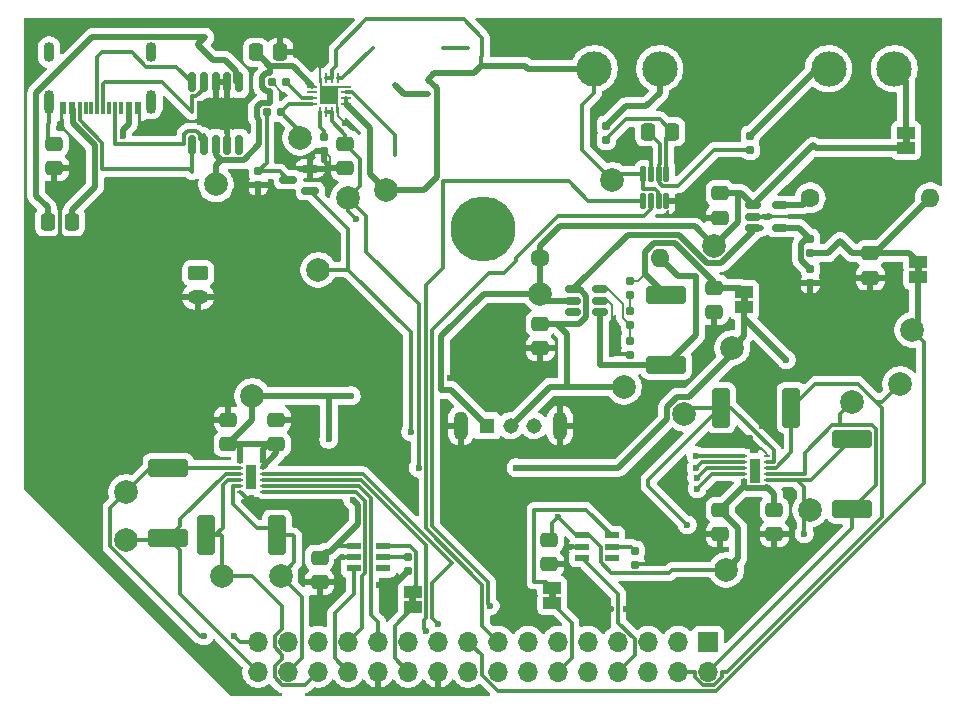
<source format=gbr>
%TF.GenerationSoftware,KiCad,Pcbnew,9.0.0*%
%TF.CreationDate,2025-03-28T11:23:17+02:00*%
%TF.ProjectId,PCBDesign1,50434244-6573-4696-976e-312e6b696361,rev?*%
%TF.SameCoordinates,Original*%
%TF.FileFunction,Copper,L1,Top*%
%TF.FilePolarity,Positive*%
%FSLAX46Y46*%
G04 Gerber Fmt 4.6, Leading zero omitted, Abs format (unit mm)*
G04 Created by KiCad (PCBNEW 9.0.0) date 2025-03-28 11:23:17*
%MOMM*%
%LPD*%
G01*
G04 APERTURE LIST*
G04 Aperture macros list*
%AMRoundRect*
0 Rectangle with rounded corners*
0 $1 Rounding radius*
0 $2 $3 $4 $5 $6 $7 $8 $9 X,Y pos of 4 corners*
0 Add a 4 corners polygon primitive as box body*
4,1,4,$2,$3,$4,$5,$6,$7,$8,$9,$2,$3,0*
0 Add four circle primitives for the rounded corners*
1,1,$1+$1,$2,$3*
1,1,$1+$1,$4,$5*
1,1,$1+$1,$6,$7*
1,1,$1+$1,$8,$9*
0 Add four rect primitives between the rounded corners*
20,1,$1+$1,$2,$3,$4,$5,0*
20,1,$1+$1,$4,$5,$6,$7,0*
20,1,$1+$1,$6,$7,$8,$9,0*
20,1,$1+$1,$8,$9,$2,$3,0*%
G04 Aperture macros list end*
%TA.AperFunction,EtchedComponent*%
%ADD10C,0.000000*%
%TD*%
%TA.AperFunction,SMDPad,CuDef*%
%ADD11RoundRect,0.250000X-0.475000X0.337500X-0.475000X-0.337500X0.475000X-0.337500X0.475000X0.337500X0*%
%TD*%
%TA.AperFunction,SMDPad,CuDef*%
%ADD12RoundRect,0.062500X0.062500X-0.375000X0.062500X0.375000X-0.062500X0.375000X-0.062500X-0.375000X0*%
%TD*%
%TA.AperFunction,SMDPad,CuDef*%
%ADD13RoundRect,0.062500X0.375000X-0.062500X0.375000X0.062500X-0.375000X0.062500X-0.375000X-0.062500X0*%
%TD*%
%TA.AperFunction,HeatsinkPad*%
%ADD14R,1.600000X1.600000*%
%TD*%
%TA.AperFunction,SMDPad,CuDef*%
%ADD15RoundRect,0.160000X-0.160000X0.197500X-0.160000X-0.197500X0.160000X-0.197500X0.160000X0.197500X0*%
%TD*%
%TA.AperFunction,SMDPad,CuDef*%
%ADD16C,2.000000*%
%TD*%
%TA.AperFunction,SMDPad,CuDef*%
%ADD17RoundRect,0.249999X-0.512501X-1.425001X0.512501X-1.425001X0.512501X1.425001X-0.512501X1.425001X0*%
%TD*%
%TA.AperFunction,SMDPad,CuDef*%
%ADD18RoundRect,0.150000X0.587500X0.150000X-0.587500X0.150000X-0.587500X-0.150000X0.587500X-0.150000X0*%
%TD*%
%TA.AperFunction,SMDPad,CuDef*%
%ADD19RoundRect,0.160000X0.160000X-0.197500X0.160000X0.197500X-0.160000X0.197500X-0.160000X-0.197500X0*%
%TD*%
%TA.AperFunction,ComponentPad*%
%ADD20R,1.700000X1.700000*%
%TD*%
%TA.AperFunction,ComponentPad*%
%ADD21O,1.700000X1.700000*%
%TD*%
%TA.AperFunction,SMDPad,CuDef*%
%ADD22R,1.500000X1.000000*%
%TD*%
%TA.AperFunction,SMDPad,CuDef*%
%ADD23RoundRect,0.072500X-0.532500X-0.217500X0.532500X-0.217500X0.532500X0.217500X-0.532500X0.217500X0*%
%TD*%
%TA.AperFunction,SMDPad,CuDef*%
%ADD24R,0.499999X0.249999*%
%TD*%
%TA.AperFunction,SMDPad,CuDef*%
%ADD25R,0.900001X2.000001*%
%TD*%
%TA.AperFunction,ComponentPad*%
%ADD26C,0.499999*%
%TD*%
%TA.AperFunction,SMDPad,CuDef*%
%ADD27RoundRect,0.250000X-0.337500X-0.475000X0.337500X-0.475000X0.337500X0.475000X-0.337500X0.475000X0*%
%TD*%
%TA.AperFunction,ComponentPad*%
%ADD28C,1.600000*%
%TD*%
%TA.AperFunction,ComponentPad*%
%ADD29O,1.600000X1.600000*%
%TD*%
%TA.AperFunction,SMDPad,CuDef*%
%ADD30RoundRect,0.125000X-0.125000X0.537500X-0.125000X-0.537500X0.125000X-0.537500X0.125000X0.537500X0*%
%TD*%
%TA.AperFunction,SMDPad,CuDef*%
%ADD31RoundRect,0.150000X-0.512500X-0.150000X0.512500X-0.150000X0.512500X0.150000X-0.512500X0.150000X0*%
%TD*%
%TA.AperFunction,SMDPad,CuDef*%
%ADD32RoundRect,0.150000X-0.150000X0.687500X-0.150000X-0.687500X0.150000X-0.687500X0.150000X0.687500X0*%
%TD*%
%TA.AperFunction,HeatsinkPad*%
%ADD33R,3.300000X2.100000*%
%TD*%
%TA.AperFunction,SMDPad,CuDef*%
%ADD34RoundRect,0.250000X0.475000X-0.337500X0.475000X0.337500X-0.475000X0.337500X-0.475000X-0.337500X0*%
%TD*%
%TA.AperFunction,ComponentPad*%
%ADD35RoundRect,0.250000X-0.625000X0.350000X-0.625000X-0.350000X0.625000X-0.350000X0.625000X0.350000X0*%
%TD*%
%TA.AperFunction,ComponentPad*%
%ADD36O,1.750000X1.200000*%
%TD*%
%TA.AperFunction,SMDPad,CuDef*%
%ADD37RoundRect,0.249999X1.425001X-0.512501X1.425001X0.512501X-1.425001X0.512501X-1.425001X-0.512501X0*%
%TD*%
%TA.AperFunction,SMDPad,CuDef*%
%ADD38RoundRect,0.249999X0.512501X1.425001X-0.512501X1.425001X-0.512501X-1.425001X0.512501X-1.425001X0*%
%TD*%
%TA.AperFunction,SMDPad,CuDef*%
%ADD39RoundRect,0.160000X-0.197500X-0.160000X0.197500X-0.160000X0.197500X0.160000X-0.197500X0.160000X0*%
%TD*%
%TA.AperFunction,SMDPad,CuDef*%
%ADD40RoundRect,0.249999X-1.425001X0.512501X-1.425001X-0.512501X1.425001X-0.512501X1.425001X0.512501X0*%
%TD*%
%TA.AperFunction,SMDPad,CuDef*%
%ADD41RoundRect,0.160000X0.197500X0.160000X-0.197500X0.160000X-0.197500X-0.160000X0.197500X-0.160000X0*%
%TD*%
%TA.AperFunction,SMDPad,CuDef*%
%ADD42RoundRect,0.150000X0.512500X0.150000X-0.512500X0.150000X-0.512500X-0.150000X0.512500X-0.150000X0*%
%TD*%
%TA.AperFunction,ComponentPad*%
%ADD43C,3.000000*%
%TD*%
%TA.AperFunction,ComponentPad*%
%ADD44O,3.000000X3.000000*%
%TD*%
%TA.AperFunction,ComponentPad*%
%ADD45C,3.600000*%
%TD*%
%TA.AperFunction,ConnectorPad*%
%ADD46C,5.500000*%
%TD*%
%TA.AperFunction,ComponentPad*%
%ADD47R,1.308000X1.308000*%
%TD*%
%TA.AperFunction,ComponentPad*%
%ADD48C,1.308000*%
%TD*%
%TA.AperFunction,ComponentPad*%
%ADD49O,1.230000X2.460000*%
%TD*%
%TA.AperFunction,SMDPad,CuDef*%
%ADD50R,0.600000X1.140000*%
%TD*%
%TA.AperFunction,SMDPad,CuDef*%
%ADD51R,0.300000X1.140000*%
%TD*%
%TA.AperFunction,ComponentPad*%
%ADD52O,0.900000X2.000000*%
%TD*%
%TA.AperFunction,ComponentPad*%
%ADD53O,0.900000X1.700000*%
%TD*%
%TA.AperFunction,SMDPad,CuDef*%
%ADD54RoundRect,0.250000X0.337500X0.475000X-0.337500X0.475000X-0.337500X-0.475000X0.337500X-0.475000X0*%
%TD*%
%TA.AperFunction,ViaPad*%
%ADD55C,0.600000*%
%TD*%
%TA.AperFunction,Conductor*%
%ADD56C,0.300000*%
%TD*%
%TA.AperFunction,Conductor*%
%ADD57C,0.500000*%
%TD*%
%TA.AperFunction,Conductor*%
%ADD58C,0.200000*%
%TD*%
G04 APERTURE END LIST*
D10*
%TA.AperFunction,EtchedComponent*%
%TO.C,JP4*%
G36*
X155748000Y-108454000D02*
G01*
X155148000Y-108454000D01*
X155148000Y-107954000D01*
X155748000Y-107954000D01*
X155748000Y-108454000D01*
G37*
%TD.AperFunction*%
%TA.AperFunction,EtchedComponent*%
%TO.C,JP1*%
G36*
X127681000Y-133854000D02*
G01*
X127081000Y-133854000D01*
X127081000Y-133354000D01*
X127681000Y-133354000D01*
X127681000Y-133854000D01*
G37*
%TD.AperFunction*%
%TA.AperFunction,EtchedComponent*%
%TO.C,JP2*%
G36*
X139492000Y-133488000D02*
G01*
X138892000Y-133488000D01*
X138892000Y-132988000D01*
X139492000Y-132988000D01*
X139492000Y-133488000D01*
G37*
%TD.AperFunction*%
%TA.AperFunction,EtchedComponent*%
%TO.C,JP5*%
G36*
X170480000Y-105914000D02*
G01*
X169880000Y-105914000D01*
X169880000Y-105414000D01*
X170480000Y-105414000D01*
X170480000Y-105914000D01*
G37*
%TD.AperFunction*%
%TA.AperFunction,EtchedComponent*%
%TO.C,JP3*%
G36*
X169464000Y-94977000D02*
G01*
X168864000Y-94977000D01*
X168864000Y-94477000D01*
X169464000Y-94477000D01*
X169464000Y-94977000D01*
G37*
%TD.AperFunction*%
%TD*%
D11*
%TO.P,C3,1*%
%TO.N,Net-(C3-Pad1)*%
X97028000Y-94974500D03*
%TO.P,C3,2*%
%TO.N,GND*%
X97028000Y-97049500D03*
%TD*%
D12*
%TO.P,U2,1,TS*%
%TO.N,Net-(U2-TS)*%
X119541500Y-92332000D03*
%TO.P,U2,2,BAT*%
%TO.N,BATT*%
X120041500Y-92332000D03*
%TO.P,U2,3,BAT*%
X120541500Y-92332000D03*
%TO.P,U2,4,~{CE}*%
%TO.N,GND*%
X121041500Y-92332000D03*
D13*
%TO.P,U2,5,EN2*%
%TO.N,+3V7*%
X121729000Y-91644500D03*
%TO.P,U2,6,EN1*%
X121729000Y-91144500D03*
%TO.P,U2,7,~{PGOOD}*%
%TO.N,unconnected-(U2-~{PGOOD}-Pad7)*%
X121729000Y-90644500D03*
%TO.P,U2,8,VSS*%
%TO.N,GND*%
X121729000Y-90144500D03*
D12*
%TO.P,U2,9,~{CHG}*%
%TO.N,unconnected-(U2-~{CHG}-Pad9)*%
X121041500Y-89457000D03*
%TO.P,U2,10,OUT*%
%TO.N,+3V7*%
X120541500Y-89457000D03*
%TO.P,U2,11,OUT*%
X120041500Y-89457000D03*
%TO.P,U2,12,ILIM*%
%TO.N,GND*%
X119541500Y-89457000D03*
D13*
%TO.P,U2,13,IN*%
%TO.N,VBUS*%
X118854000Y-90144500D03*
%TO.P,U2,14,TMR*%
%TO.N,unconnected-(U2-TMR-Pad14)*%
X118854000Y-90644500D03*
%TO.P,U2,15,ITERM*%
%TO.N,Net-(U2-ITERM)*%
X118854000Y-91144500D03*
%TO.P,U2,16,ISET*%
%TO.N,Net-(U2-ISET)*%
X118854000Y-91644500D03*
D14*
%TO.P,U2,17,VSS*%
%TO.N,GND*%
X120291500Y-90894500D03*
%TD*%
D11*
%TO.P,C12,1*%
%TO.N,+5V*%
X157988000Y-125962500D03*
%TO.P,C12,2*%
%TO.N,GND*%
X157988000Y-128037500D03*
%TD*%
D15*
%TO.P,R13,1*%
%TO.N,Net-(U4-FB)*%
X145796000Y-111670500D03*
%TO.P,R13,2*%
%TO.N,GND*%
X145796000Y-112865500D03*
%TD*%
D16*
%TO.P,TP18,1,1*%
%TO.N,Motor2_A_OUT*%
X161036000Y-125984000D03*
%TD*%
D11*
%TO.P,C14,1*%
%TO.N,BATT*%
X121666000Y-94974500D03*
%TO.P,C14,2*%
%TO.N,GND*%
X121666000Y-97049500D03*
%TD*%
D17*
%TO.P,D7,1,K*%
%TO.N,Motor4_B_OUT*%
X153476500Y-117348000D03*
%TO.P,D7,2,A*%
%TO.N,Motor4_A_OUT*%
X159451500Y-117348000D03*
%TD*%
D18*
%TO.P,Q1,1,G*%
%TO.N,FAST_CHARGE_CTRL*%
X118715000Y-98994000D03*
%TO.P,Q1,2,S*%
%TO.N,GND*%
X118715000Y-97094000D03*
%TO.P,Q1,3,D*%
%TO.N,Net-(Q1-D)*%
X116840000Y-98044000D03*
%TD*%
D16*
%TO.P,TP10,1,1*%
%TO.N,+3V3*%
X169672000Y-110744000D03*
%TD*%
D19*
%TO.P,R16,1*%
%TO.N,Net-(JP5-A)*%
X161036000Y-104250500D03*
%TO.P,R16,2*%
%TO.N,Net-(U3-FB)*%
X161036000Y-103055500D03*
%TD*%
D16*
%TO.P,TP1,1,1*%
%TO.N,VBUS*%
X110726000Y-98428000D03*
%TD*%
%TO.P,TP15,1,1*%
%TO.N,MOTOR3_A_OUT*%
X111252000Y-131572000D03*
%TD*%
D20*
%TO.P,J2,1,Pin_1*%
%TO.N,Motor2_A_OUT*%
X152400000Y-137160000D03*
D21*
%TO.P,J2,2,Pin_2*%
%TO.N,Motor2_B_OUT*%
X152400000Y-139700000D03*
%TO.P,J2,3,Pin_3*%
%TO.N,MOTOR2_CTRL1*%
X149860000Y-137160000D03*
%TO.P,J2,4,Pin_4*%
%TO.N,Motor4_A_OUT*%
X149860000Y-139700000D03*
%TO.P,J2,5,Pin_5*%
%TO.N,MOTOR2_CTRL2*%
X147320000Y-137160000D03*
%TO.P,J2,6,Pin_6*%
%TO.N,Motor4_B_OUT*%
X147320000Y-139700000D03*
%TO.P,J2,7,Pin_7*%
%TO.N,MOTOR4_CTRL1*%
X144780000Y-137160000D03*
%TO.P,J2,8,Pin_8*%
%TO.N,CTRL_EXT_LOAD2*%
X144780000Y-139700000D03*
%TO.P,J2,9,Pin_9*%
%TO.N,MOTOR4_CTRL2*%
X142240000Y-137160000D03*
%TO.P,J2,10,Pin_10*%
%TO.N,USART2_RX*%
X142240000Y-139700000D03*
%TO.P,J2,11,Pin_11*%
%TO.N,USART2_TX*%
X139700000Y-137160000D03*
%TO.P,J2,12,Pin_12*%
%TO.N,EXT_LOAD2_OUT*%
X139700000Y-139700000D03*
%TO.P,J2,13,Pin_13*%
%TO.N,BATT*%
X137160000Y-137160000D03*
%TO.P,J2,14,Pin_14*%
%TO.N,FAST_CHARGE_CTRL*%
X137160000Y-139700000D03*
%TO.P,J2,15,Pin_15*%
%TO.N,I2C1_SCL*%
X134620000Y-137160000D03*
%TO.P,J2,16,Pin_16*%
%TO.N,RESV*%
X134620000Y-139700000D03*
%TO.P,J2,17,Pin_17*%
%TO.N,+3V3*%
X132080000Y-137160000D03*
%TO.P,J2,18,Pin_18*%
%TO.N,I2C1_SDA*%
X132080000Y-139700000D03*
%TO.P,J2,19,Pin_19*%
%TO.N,+5V*%
X129540000Y-137160000D03*
%TO.P,J2,20,Pin_20*%
%TO.N,GND*%
X129540000Y-139700000D03*
%TO.P,J2,21,Pin_21*%
%TO.N,HV*%
X127000000Y-137160000D03*
%TO.P,J2,22,Pin_22*%
%TO.N,EXT_LOAD1_OUT*%
X127000000Y-139700000D03*
%TO.P,J2,23,Pin_23*%
%TO.N,MOTOR3_CTRL1*%
X124460000Y-137160000D03*
%TO.P,J2,24,Pin_24*%
%TO.N,GND*%
X124460000Y-139700000D03*
%TO.P,J2,25,Pin_25*%
%TO.N,MOTOR3_CTRL2*%
X121920000Y-137160000D03*
%TO.P,J2,26,Pin_26*%
%TO.N,CTRL_EXT_LOAD1*%
X121920000Y-139700000D03*
%TO.P,J2,27,Pin_27*%
%TO.N,MOTOR1_CTRL1*%
X119380000Y-137160000D03*
%TO.P,J2,28,Pin_28*%
%TO.N,MOTOR3_A_OUT*%
X119380000Y-139700000D03*
%TO.P,J2,29,Pin_29*%
%TO.N,MOTOR1_CTRL2*%
X116840000Y-137160000D03*
%TO.P,J2,30,Pin_30*%
%TO.N,MOTOR3_B_OUT*%
X116840000Y-139700000D03*
%TO.P,J2,31,Pin_31*%
%TO.N,MOTOR1_A_OUT*%
X114300000Y-137160000D03*
%TO.P,J2,32,Pin_32*%
%TO.N,MOTOR1_B_OUT*%
X114300000Y-139700000D03*
%TD*%
D22*
%TO.P,JP4,1,A*%
%TO.N,Net-(D3-K)*%
X155448000Y-107554000D03*
%TO.P,JP4,2,B*%
%TO.N,+5V*%
X155448000Y-108854000D03*
%TD*%
D16*
%TO.P,TP9,1,1*%
%TO.N,STEP*%
X152908000Y-103632000D03*
%TD*%
D23*
%TO.P,U11,1,IN*%
%TO.N,+5V*%
X141732000Y-128148000D03*
%TO.P,U11,2,GND*%
%TO.N,GND*%
X141732000Y-129098000D03*
%TO.P,U11,3,EN*%
%TO.N,CTRL_EXT_LOAD2*%
X141732000Y-130048000D03*
%TO.P,U11,4,~{FAULT}*%
%TO.N,unconnected-(U11-~{FAULT}-Pad4)*%
X144242000Y-130048000D03*
%TO.P,U11,5,ILIM*%
%TO.N,Net-(U11-ILIM)*%
X144242000Y-129098000D03*
%TO.P,U11,6,OUT*%
%TO.N,Net-(JP2-B)*%
X144242000Y-128148000D03*
%TD*%
D16*
%TO.P,TP3,1,1*%
%TO.N,BATT*%
X121920000Y-99568000D03*
%TD*%
D24*
%TO.P,U5,1,VM*%
%TO.N,+5V*%
X112776000Y-121960000D03*
%TO.P,U5,2,AOUT1*%
%TO.N,MOTOR1_A_OUT*%
X112776000Y-122460002D03*
%TO.P,U5,3,AOUT2*%
%TO.N,MOTOR1_B_OUT*%
X112776000Y-122960000D03*
%TO.P,U5,4,BOUT1*%
%TO.N,MOTOR3_A_OUT*%
X112776000Y-123460000D03*
%TO.P,U5,5,BOUT2*%
%TO.N,MOTOR3_B_OUT*%
X112776000Y-123960001D03*
%TO.P,U5,6,GND*%
%TO.N,GND*%
X112776000Y-124460000D03*
%TO.P,U5,7,BIN2_BENBL*%
%TO.N,MOTOR3_CTRL2*%
X114675999Y-124460000D03*
%TO.P,U5,8,BIN1_BPHASE*%
%TO.N,MOTOR3_CTRL1*%
X114675999Y-123960001D03*
%TO.P,U5,9,AIN2_AENBL*%
%TO.N,MOTOR1_CTRL2*%
X114675999Y-123460000D03*
%TO.P,U5,10,AIN1_APHASE*%
%TO.N,MOTOR1_CTRL1*%
X114675999Y-122960000D03*
%TO.P,U5,11,MODE*%
%TO.N,+5V*%
X114675999Y-122460002D03*
%TO.P,U5,12,VCC*%
X114675999Y-121960000D03*
D25*
%TO.P,U5,13,GND*%
%TO.N,GND*%
X113726001Y-123210000D03*
D26*
%TO.P,U5,V*%
%TO.N,N/C*%
X113725998Y-122459999D03*
X113725998Y-123210000D03*
X113725998Y-123960001D03*
%TD*%
D27*
%TO.P,C13,1*%
%TO.N,VBUS*%
X114109000Y-87252000D03*
%TO.P,C13,2*%
%TO.N,GND*%
X116184000Y-87252000D03*
%TD*%
D15*
%TO.P,R14,1*%
%TO.N,Net-(D3-K)*%
X145796000Y-106590500D03*
%TO.P,R14,2*%
%TO.N,Net-(R12-Pad1)*%
X145796000Y-107785500D03*
%TD*%
D16*
%TO.P,TP16,1,1*%
%TO.N,MOTOR3_B_OUT*%
X116205000Y-131572000D03*
%TD*%
D28*
%TO.P,L1,1,1*%
%TO.N,STEP*%
X138176000Y-104648000D03*
D29*
%TO.P,L1,2,2*%
%TO.N,Net-(D3-A)*%
X148336000Y-104648000D03*
%TD*%
D22*
%TO.P,JP1,1,A*%
%TO.N,EXT_LOAD1_OUT*%
X127381000Y-134254000D03*
%TO.P,JP1,2,B*%
%TO.N,Net-(JP1-B)*%
X127381000Y-132954000D03*
%TD*%
D11*
%TO.P,C8,1*%
%TO.N,STEP*%
X153416000Y-99170500D03*
%TO.P,C8,2*%
%TO.N,GND*%
X153416000Y-101245500D03*
%TD*%
D30*
%TO.P,U7,1,IN+*%
%TO.N,Net-(U7-IN+)*%
X148844000Y-97536000D03*
%TO.P,U7,2,IN-*%
%TO.N,Net-(U7-IN-)*%
X148194000Y-97536000D03*
%TO.P,U7,3,GND*%
%TO.N,GND*%
X147544000Y-97536000D03*
%TO.P,U7,4,VS*%
%TO.N,+3V7*%
X146894000Y-97536000D03*
%TO.P,U7,5,SCL*%
%TO.N,I2C1_SCL*%
X146894000Y-99811000D03*
%TO.P,U7,6,SDA*%
%TO.N,I2C1_SDA*%
X147544000Y-99811000D03*
%TO.P,U7,7,A0*%
%TO.N,+3V7*%
X148194000Y-99811000D03*
%TO.P,U7,8,A1*%
%TO.N,GND*%
X148844000Y-99811000D03*
%TD*%
D31*
%TO.P,U3,1,VI*%
%TO.N,STEP*%
X156221000Y-100208000D03*
%TO.P,U3,2,GND*%
%TO.N,GND*%
X156221000Y-101158000D03*
%TO.P,U3,3,EN*%
%TO.N,Power_ON*%
X156221000Y-102108000D03*
%TO.P,U3,4,FB*%
%TO.N,Net-(U3-FB)*%
X158496000Y-102108000D03*
%TO.P,U3,5,SW*%
%TO.N,Net-(U3-SW)*%
X158496000Y-100208000D03*
%TD*%
D32*
%TO.P,U1,1,VDD*%
%TO.N,Net-(U1-VDD)*%
X112694000Y-89792000D03*
%TO.P,U1,2,CFG2*%
%TO.N,GND*%
X111694000Y-89792000D03*
%TO.P,U1,3,CFG3*%
X110694000Y-89792000D03*
%TO.P,U1,4,DP*%
%TO.N,DP*%
X109694000Y-89792000D03*
%TO.P,U1,5,DM*%
%TO.N,DN*%
X108694000Y-89792000D03*
%TO.P,U1,6,CC2*%
%TO.N,CC2*%
X108694000Y-95067000D03*
%TO.P,U1,7,CC1*%
%TO.N,CC1*%
X109694000Y-95067000D03*
%TO.P,U1,8,VBUS*%
%TO.N,VBUS*%
X110694000Y-95067000D03*
%TO.P,U1,9,CFG1*%
%TO.N,GND*%
X111694000Y-95067000D03*
%TO.P,U1,10,PG*%
%TO.N,unconnected-(U1-PG-Pad10)*%
X112694000Y-95067000D03*
D33*
%TO.P,U1,11,GND*%
%TO.N,GND*%
X110694000Y-92429500D03*
%TD*%
D16*
%TO.P,TP22,1,1*%
%TO.N,Power_ON*%
X145288000Y-115570000D03*
%TD*%
%TO.P,TP21,1,1*%
%TO.N,Motor4_B_OUT*%
X150368000Y-117856000D03*
%TD*%
%TO.P,TP13,1,1*%
%TO.N,MOTOR1_A_OUT*%
X103124000Y-124460000D03*
%TD*%
D19*
%TO.P,R10,1*%
%TO.N,GND*%
X146214500Y-130645500D03*
%TO.P,R10,2*%
%TO.N,Net-(U11-ILIM)*%
X146214500Y-129450500D03*
%TD*%
D11*
%TO.P,C6,1*%
%TO.N,+5V*%
X119507000Y-130026500D03*
%TO.P,C6,2*%
%TO.N,GND*%
X119507000Y-132101500D03*
%TD*%
D34*
%TO.P,C9,1*%
%TO.N,+5V*%
X115824000Y-120417500D03*
%TO.P,C9,2*%
%TO.N,GND*%
X115824000Y-118342500D03*
%TD*%
D35*
%TO.P,J3,1,Pin_1*%
%TO.N,BATT*%
X109220000Y-105950000D03*
D36*
%TO.P,J3,2,Pin_2*%
%TO.N,GND*%
X109220000Y-107950000D03*
%TD*%
D23*
%TO.P,U10,1,IN*%
%TO.N,+5V*%
X122398000Y-129032000D03*
%TO.P,U10,2,GND*%
%TO.N,GND*%
X122398000Y-129982000D03*
%TO.P,U10,3,EN*%
%TO.N,CTRL_EXT_LOAD1*%
X122398000Y-130932000D03*
%TO.P,U10,4,~{FAULT}*%
%TO.N,unconnected-(U10-~{FAULT}-Pad4)*%
X124908000Y-130932000D03*
%TO.P,U10,5,ILIM*%
%TO.N,Net-(U10-ILIM)*%
X124908000Y-129982000D03*
%TO.P,U10,6,OUT*%
%TO.N,Net-(JP1-B)*%
X124908000Y-129032000D03*
%TD*%
D37*
%TO.P,D6,1,K*%
%TO.N,Motor2_B_OUT*%
X164592000Y-125923500D03*
%TO.P,D6,2,A*%
%TO.N,Motor2_A_OUT*%
X164592000Y-119948500D03*
%TD*%
D11*
%TO.P,C4,1*%
%TO.N,Power_ON*%
X138176000Y-110214500D03*
%TO.P,C4,2*%
%TO.N,GND*%
X138176000Y-112289500D03*
%TD*%
D24*
%TO.P,U6,1,VM*%
%TO.N,+5V*%
X157348002Y-123936000D03*
%TO.P,U6,2,AOUT1*%
%TO.N,Motor2_A_OUT*%
X157348002Y-123435998D03*
%TO.P,U6,3,AOUT2*%
%TO.N,Motor2_B_OUT*%
X157348002Y-122936000D03*
%TO.P,U6,4,BOUT1*%
%TO.N,Motor4_A_OUT*%
X157348002Y-122436000D03*
%TO.P,U6,5,BOUT2*%
%TO.N,Motor4_B_OUT*%
X157348002Y-121935999D03*
%TO.P,U6,6,GND*%
%TO.N,GND*%
X157348002Y-121436000D03*
%TO.P,U6,7,BIN2_BENBL*%
%TO.N,MOTOR4_CTRL2*%
X155448003Y-121436000D03*
%TO.P,U6,8,BIN1_BPHASE*%
%TO.N,MOTOR4_CTRL1*%
X155448003Y-121935999D03*
%TO.P,U6,9,AIN2_AENBL*%
%TO.N,MOTOR2_CTRL2*%
X155448003Y-122436000D03*
%TO.P,U6,10,AIN1_APHASE*%
%TO.N,MOTOR2_CTRL1*%
X155448003Y-122936000D03*
%TO.P,U6,11,MODE*%
%TO.N,+5V*%
X155448003Y-123435998D03*
%TO.P,U6,12,VCC*%
X155448003Y-123936000D03*
D25*
%TO.P,U6,13,GND*%
%TO.N,GND*%
X156398001Y-122686000D03*
D26*
%TO.P,U6,V*%
%TO.N,N/C*%
X156398004Y-123436001D03*
X156398004Y-122686000D03*
X156398004Y-121935999D03*
%TD*%
D16*
%TO.P,TP6,1,1*%
%TO.N,FAST_CHARGE_CTRL*%
X119380000Y-105664000D03*
%TD*%
D27*
%TO.P,C2,1*%
%TO.N,Net-(U1-VDD)*%
X96477000Y-101600000D03*
%TO.P,C2,2*%
%TO.N,USB-C*%
X98552000Y-101600000D03*
%TD*%
D38*
%TO.P,D5,1,K*%
%TO.N,MOTOR3_B_OUT*%
X115890500Y-128143000D03*
%TO.P,D5,2,A*%
%TO.N,MOTOR3_A_OUT*%
X109915500Y-128143000D03*
%TD*%
D19*
%TO.P,R3,1*%
%TO.N,GND*%
X119888000Y-95593500D03*
%TO.P,R3,2*%
%TO.N,Net-(U2-TS)*%
X119888000Y-94398500D03*
%TD*%
D22*
%TO.P,JP2,1,A*%
%TO.N,EXT_LOAD2_OUT*%
X139192000Y-133888000D03*
%TO.P,JP2,2,B*%
%TO.N,Net-(JP2-B)*%
X139192000Y-132588000D03*
%TD*%
D11*
%TO.P,C18,1*%
%TO.N,+5V*%
X138938000Y-128502500D03*
%TO.P,C18,2*%
%TO.N,GND*%
X138938000Y-130577500D03*
%TD*%
D16*
%TO.P,TP7,1,1*%
%TO.N,+5V*%
X154432000Y-112268000D03*
%TD*%
D11*
%TO.P,C17,1*%
%TO.N,Net-(JP5-A)*%
X166116000Y-104250500D03*
%TO.P,C17,2*%
%TO.N,GND*%
X166116000Y-106325500D03*
%TD*%
D22*
%TO.P,JP5,1,A*%
%TO.N,Net-(JP5-A)*%
X170180000Y-105014000D03*
%TO.P,JP5,2,B*%
%TO.N,+3V3*%
X170180000Y-106314000D03*
%TD*%
D19*
%TO.P,R9,1*%
%TO.N,GND*%
X127000000Y-131153500D03*
%TO.P,R9,2*%
%TO.N,Net-(U10-ILIM)*%
X127000000Y-129958500D03*
%TD*%
D39*
%TO.P,R6,1*%
%TO.N,Net-(Q1-D)*%
X115006500Y-92332000D03*
%TO.P,R6,2*%
%TO.N,Net-(U2-ISET)*%
X116201500Y-92332000D03*
%TD*%
D16*
%TO.P,TP5,1,1*%
%TO.N,Net-(U2-ISET)*%
X117856000Y-94488000D03*
%TD*%
D11*
%TO.P,C5,1*%
%TO.N,Net-(D3-K)*%
X152908000Y-107166500D03*
%TO.P,C5,2*%
%TO.N,GND*%
X152908000Y-109241500D03*
%TD*%
D15*
%TO.P,R18,1*%
%TO.N,Net-(R15-Pad2)*%
X143764000Y-93472000D03*
%TO.P,R18,2*%
%TO.N,Net-(U7-IN+)*%
X143764000Y-94667000D03*
%TD*%
D40*
%TO.P,D3,1,K*%
%TO.N,Net-(D3-K)*%
X148844000Y-107756500D03*
%TO.P,D3,2,A*%
%TO.N,Net-(D3-A)*%
X148844000Y-113731500D03*
%TD*%
D16*
%TO.P,TP2,1,1*%
%TO.N,+3V7*%
X125095000Y-98933000D03*
%TD*%
D15*
%TO.P,R12,1*%
%TO.N,Net-(R12-Pad1)*%
X145796000Y-109130500D03*
%TO.P,R12,2*%
%TO.N,Net-(U4-FB)*%
X145796000Y-110325500D03*
%TD*%
D16*
%TO.P,TP20,1,1*%
%TO.N,Motor4_A_OUT*%
X168656000Y-115316000D03*
%TD*%
D22*
%TO.P,JP3,1,A*%
%TO.N,Net-(JP3-A)*%
X169164000Y-94077000D03*
%TO.P,JP3,2,B*%
%TO.N,STEP*%
X169164000Y-95377000D03*
%TD*%
D41*
%TO.P,R8,1*%
%TO.N,Net-(U2-ITERM)*%
X116649000Y-89792000D03*
%TO.P,R8,2*%
%TO.N,GND*%
X115454000Y-89792000D03*
%TD*%
D16*
%TO.P,TP14,1,1*%
%TO.N,MOTOR1_B_OUT*%
X103124000Y-128524000D03*
%TD*%
%TO.P,TP19,1,1*%
%TO.N,Motor2_B_OUT*%
X164592000Y-116840000D03*
%TD*%
D42*
%TO.P,U4,1,SW*%
%TO.N,Net-(D3-A)*%
X143256000Y-109220000D03*
%TO.P,U4,2,GND*%
%TO.N,GND*%
X143256000Y-108270000D03*
%TO.P,U4,3,FB*%
%TO.N,Net-(U4-FB)*%
X143256000Y-107320000D03*
%TO.P,U4,4,EN*%
%TO.N,Power_ON*%
X140981000Y-107320000D03*
%TO.P,U4,5,IN*%
%TO.N,STEP*%
X140981000Y-108270000D03*
%TO.P,U4,6,NC*%
%TO.N,unconnected-(U4-NC-Pad6)*%
X140981000Y-109220000D03*
%TD*%
D16*
%TO.P,TP11,1,1*%
%TO.N,+3V7*%
X144272000Y-98044000D03*
%TD*%
D43*
%TO.P,R15,1,1*%
%TO.N,+3V7*%
X142748000Y-88646000D03*
D44*
%TO.P,R15,2,2*%
%TO.N,Net-(R15-Pad2)*%
X148298000Y-88646000D03*
%TO.P,R15,3,3*%
%TO.N,Net-(R15-Pad3)*%
X162598000Y-88646000D03*
%TO.P,R15,4,4*%
%TO.N,Net-(JP3-A)*%
X168148000Y-88646000D03*
%TD*%
D15*
%TO.P,R17,1*%
%TO.N,Net-(U3-FB)*%
X161036000Y-105595500D03*
%TO.P,R17,2*%
%TO.N,GND*%
X161036000Y-106790500D03*
%TD*%
D45*
%TO.P,H2,1*%
%TO.N,N/C*%
X133350000Y-102235000D03*
D46*
X133350000Y-102235000D03*
%TD*%
D16*
%TO.P,TP8,1,1*%
%TO.N,STEP*%
X138176000Y-107696000D03*
%TD*%
D15*
%TO.P,R19,1*%
%TO.N,Net-(R15-Pad3)*%
X155956000Y-94309000D03*
%TO.P,R19,2*%
%TO.N,Net-(U7-IN-)*%
X155956000Y-95504000D03*
%TD*%
D37*
%TO.P,D4,1,K*%
%TO.N,MOTOR1_B_OUT*%
X106680000Y-128403000D03*
%TO.P,D4,2,A*%
%TO.N,MOTOR1_A_OUT*%
X106680000Y-122428000D03*
%TD*%
D47*
%TO.P,S1,1*%
%TO.N,STEP*%
X133668000Y-118872000D03*
D48*
%TO.P,S1,2*%
%TO.N,Power_ON*%
X135668000Y-118872000D03*
%TO.P,S1,3*%
%TO.N,unconnected-(S1-Pad3)*%
X137668000Y-118872000D03*
D49*
%TO.P,S1,S1,SHIELD*%
%TO.N,GND*%
X131468000Y-118872000D03*
%TO.P,S1,S2,SHIELD*%
X139868000Y-118872000D03*
%TD*%
D50*
%TO.P,J4,A1_B12,GND*%
%TO.N,GND*%
X104134000Y-92002000D03*
%TO.P,J4,A4_B9,VBUS*%
%TO.N,USB-C*%
X103334000Y-92002000D03*
D51*
%TO.P,J4,A5,CC1*%
%TO.N,CC1*%
X102184000Y-92002000D03*
%TO.P,J4,A6,DP1*%
%TO.N,DP*%
X101184000Y-92002000D03*
%TO.P,J4,A7,DN1*%
%TO.N,DN*%
X100684000Y-92002000D03*
%TO.P,J4,A8,SBU1*%
%TO.N,unconnected-(J4-SBU1-PadA8)*%
X99684000Y-92002000D03*
D50*
%TO.P,J4,B1_A12,GND*%
%TO.N,GND*%
X97734000Y-92002000D03*
%TO.P,J4,B4_A9,VBUS*%
%TO.N,USB-C*%
X98534000Y-92002000D03*
D51*
%TO.P,J4,B5,CC2*%
%TO.N,CC2*%
X99184000Y-92002000D03*
%TO.P,J4,B6,DP2*%
%TO.N,unconnected-(J4-DP2-PadB6)*%
X100184000Y-92002000D03*
%TO.P,J4,B7,DN2*%
%TO.N,unconnected-(J4-DN2-PadB7)*%
X101684000Y-92002000D03*
%TO.P,J4,B8,SBU2*%
%TO.N,unconnected-(J4-SBU2-PadB8)*%
X102684000Y-92002000D03*
D52*
%TO.P,J4,S1,SHIELD*%
%TO.N,Net-(C3-Pad1)*%
X105259000Y-91422000D03*
%TO.P,J4,S2,SHIELD*%
X96609000Y-91422000D03*
D53*
%TO.P,J4,S3,SHIELD*%
X105259000Y-87252000D03*
%TO.P,J4,S4,SHIELD*%
X96609000Y-87252000D03*
%TD*%
D34*
%TO.P,C10,1*%
%TO.N,+5V*%
X111760000Y-120417500D03*
%TO.P,C10,2*%
%TO.N,GND*%
X111760000Y-118342500D03*
%TD*%
D11*
%TO.P,C11,1*%
%TO.N,+5V*%
X153416000Y-125984000D03*
%TO.P,C11,2*%
%TO.N,GND*%
X153416000Y-128059000D03*
%TD*%
D28*
%TO.P,L2,1,1*%
%TO.N,Net-(U3-SW)*%
X161036000Y-99568000D03*
D29*
%TO.P,L2,2,2*%
%TO.N,Net-(JP5-A)*%
X171196000Y-99568000D03*
%TD*%
D16*
%TO.P,TP17,1,1*%
%TO.N,+5V*%
X153924000Y-131064000D03*
%TD*%
D19*
%TO.P,R7,1*%
%TO.N,GND*%
X114300000Y-98517500D03*
%TO.P,R7,2*%
%TO.N,Net-(Q1-D)*%
X114300000Y-97322500D03*
%TD*%
D54*
%TO.P,C7,1*%
%TO.N,Net-(U7-IN+)*%
X149373500Y-93980000D03*
%TO.P,C7,2*%
%TO.N,Net-(U7-IN-)*%
X147298500Y-93980000D03*
%TD*%
D16*
%TO.P,TP12,1,1*%
%TO.N,+5V*%
X113792000Y-116332000D03*
%TD*%
D55*
%TO.N,USB-C*%
X100442000Y-95173591D03*
X102834000Y-94346000D03*
%TO.N,GND*%
X138938000Y-114300000D03*
X157988000Y-104140000D03*
X116332000Y-90932000D03*
X163068000Y-100076000D03*
X151384000Y-132080000D03*
X124505000Y-132334000D03*
X145480000Y-134366000D03*
X155956000Y-119888000D03*
X144130000Y-134366000D03*
X144272000Y-112776000D03*
X156972000Y-118872000D03*
X119761000Y-134874000D03*
X125476000Y-113792000D03*
X151638000Y-130048000D03*
X130556000Y-114808000D03*
X119888000Y-98044000D03*
X156166735Y-120947265D03*
X121628370Y-93255630D03*
%TO.N,+5V*%
X139700000Y-126634000D03*
X120269000Y-120015000D03*
X136144000Y-122428000D03*
X122174000Y-116332000D03*
X159004000Y-113284000D03*
X122293380Y-125117620D03*
%TO.N,BATT*%
X127874000Y-122428000D03*
X122555000Y-101346000D03*
%TO.N,MOTOR1_A_OUT*%
X109728000Y-136652000D03*
X112268000Y-136652000D03*
%TO.N,Motor2_A_OUT*%
X160528000Y-128016000D03*
%TO.N,Motor4_B_OUT*%
X150622000Y-127254000D03*
%TO.N,MOTOR1_CTRL2*%
X128524000Y-136236000D03*
%TO.N,MOTOR4_CTRL1*%
X151384000Y-122428000D03*
%TO.N,MOTOR2_CTRL1*%
X151469087Y-124181392D03*
%TO.N,MOTOR2_CTRL2*%
X151443618Y-123287621D03*
%TO.N,FAST_CHARGE_CTRL*%
X127224000Y-119380000D03*
%TO.N,MOTOR1_CTRL1*%
X129540000Y-135636000D03*
%TO.N,I2C1_SDA*%
X133931000Y-134112000D03*
%TO.N,MOTOR4_CTRL2*%
X151384000Y-121412000D03*
%TD*%
D56*
%TO.N,*%
X132080000Y-86868000D02*
X129987500Y-86868000D01*
D57*
X125857000Y-89976500D02*
X126648000Y-90767500D01*
X126648000Y-90767500D02*
X128651000Y-90767500D01*
%TO.N,Net-(U1-VDD)*%
X95504000Y-90702794D02*
X100255794Y-85951000D01*
X111477600Y-87884000D02*
X112445000Y-88851400D01*
X112445000Y-89792000D02*
X112694000Y-89792000D01*
X109220000Y-86626400D02*
X110477600Y-87884000D01*
X96477000Y-100377500D02*
X95504000Y-99404500D01*
X96477000Y-101600000D02*
X96477000Y-100377500D01*
X109827000Y-85951000D02*
X109220000Y-86558000D01*
X110477600Y-87884000D02*
X111477600Y-87884000D01*
X112445000Y-88851400D02*
X112445000Y-89792000D01*
X109220000Y-86558000D02*
X109220000Y-86626400D01*
X100255794Y-85951000D02*
X109827000Y-85951000D01*
X95504000Y-99404500D02*
X95504000Y-90702794D01*
%TO.N,USB-C*%
X98583000Y-93230942D02*
X100491000Y-95138942D01*
X98583000Y-92051000D02*
X98583000Y-93230942D01*
X102834000Y-94346000D02*
X102834000Y-93860890D01*
X98552000Y-100584000D02*
X98552000Y-101600000D01*
X98534000Y-92002000D02*
X98583000Y-92051000D01*
X103334000Y-93360890D02*
X103334000Y-92002000D01*
X100491000Y-95138942D02*
X100491000Y-98645000D01*
X100491000Y-95138942D02*
X100456351Y-95173591D01*
X100491000Y-98645000D02*
X98552000Y-100584000D01*
X100456351Y-95173591D02*
X100442000Y-95173591D01*
X102834000Y-93860890D02*
X103334000Y-93360890D01*
%TO.N,GND*%
X124505000Y-132334000D02*
X125819500Y-132334000D01*
D56*
X113411000Y-125095000D02*
X113538000Y-125095000D01*
D58*
X157348002Y-121280002D02*
X155956000Y-119888000D01*
D56*
X157480000Y-104648000D02*
X157988000Y-104140000D01*
X121666000Y-97049500D02*
X120417500Y-97049500D01*
D58*
X121678000Y-90195500D02*
X120990500Y-90195500D01*
D56*
X113538000Y-125095000D02*
X114300000Y-125095000D01*
X97536000Y-102616000D02*
X97493000Y-102616000D01*
X147544000Y-96236000D02*
X147320000Y-96012000D01*
D58*
X143256000Y-108270000D02*
X143918499Y-108270000D01*
X120396000Y-97028000D02*
X120396000Y-97536000D01*
X121041500Y-92668760D02*
X121628370Y-93255630D01*
X119592500Y-90195500D02*
X120291500Y-90894500D01*
X119541500Y-89457000D02*
X119541500Y-88553500D01*
X120396000Y-97536000D02*
X119888000Y-98044000D01*
X121041500Y-92332000D02*
X120990500Y-92281000D01*
X119541500Y-88553500D02*
X119380000Y-88392000D01*
X120990500Y-90195500D02*
X120291500Y-90894500D01*
X121041500Y-92332000D02*
X121041500Y-92668760D01*
D56*
X151638000Y-129794000D02*
X151638000Y-130048000D01*
X112776000Y-124460000D02*
X113411000Y-125095000D01*
D58*
X119541500Y-89457000D02*
X119592500Y-89508000D01*
X119888000Y-95593500D02*
X120396000Y-96101500D01*
X121729000Y-90144500D02*
X121678000Y-90195500D01*
D56*
X120417500Y-97049500D02*
X120396000Y-97028000D01*
D58*
X119592500Y-89508000D02*
X119592500Y-90195500D01*
X144272000Y-108623501D02*
X144272000Y-110236000D01*
D56*
X144780000Y-112776000D02*
X144272000Y-112776000D01*
X147544000Y-97536000D02*
X147544000Y-96236000D01*
D57*
X125819500Y-132334000D02*
X127000000Y-131153500D01*
D58*
X120396000Y-96101500D02*
X120396000Y-97028000D01*
D56*
X97536000Y-100584000D02*
X97536000Y-102616000D01*
D58*
X143918499Y-108270000D02*
X144272000Y-108623501D01*
X116332000Y-90670000D02*
X116332000Y-90932000D01*
X115454000Y-89792000D02*
X116332000Y-90670000D01*
X120990500Y-91593500D02*
X120291500Y-90894500D01*
D56*
X144018000Y-134366000D02*
X144130000Y-134366000D01*
D58*
X157348002Y-121436000D02*
X157348002Y-121280002D01*
X120990500Y-92281000D02*
X120990500Y-91593500D01*
D57*
%TO.N,Net-(D3-K)*%
X152908000Y-107166500D02*
X152908000Y-106680000D01*
X152908000Y-107166500D02*
X155060500Y-107166500D01*
X155060500Y-107166500D02*
X155448000Y-107554000D01*
X147085000Y-105997500D02*
X148844000Y-107756500D01*
X148604500Y-107517000D02*
X148844000Y-107756500D01*
D58*
X146492000Y-106590500D02*
X147085000Y-105997500D01*
X145796000Y-106590500D02*
X146492000Y-106590500D01*
D57*
X147817818Y-103397000D02*
X147085000Y-104129818D01*
X147085000Y-104129818D02*
X147085000Y-105997500D01*
X152908000Y-106680000D02*
X149625000Y-103397000D01*
X149625000Y-103397000D02*
X147817818Y-103397000D01*
%TO.N,+5V*%
X111760000Y-120417500D02*
X115099000Y-120417500D01*
D56*
X138938000Y-128502500D02*
X139192000Y-128248500D01*
X139192000Y-127142000D02*
X139700000Y-126634000D01*
D57*
X153416000Y-125984000D02*
X153416000Y-125968003D01*
X115099000Y-120417500D02*
X114675999Y-120840501D01*
X122753000Y-127161500D02*
X120396000Y-129518500D01*
X155448003Y-123936000D02*
X155448003Y-123537000D01*
X120396000Y-129518500D02*
X120015000Y-129518500D01*
X115824000Y-121210999D02*
X114675999Y-122359000D01*
X113792000Y-118385500D02*
X113792000Y-116332000D01*
X159004000Y-113284000D02*
X155448000Y-109728000D01*
X155617003Y-124137000D02*
X157248000Y-124137000D01*
X154924000Y-127492000D02*
X154924000Y-130064000D01*
X148917000Y-118291000D02*
X144780000Y-122428000D01*
X153416000Y-125984000D02*
X154924000Y-127492000D01*
X122293380Y-125117620D02*
X122753000Y-125577240D01*
X148917000Y-117254976D02*
X148917000Y-118291000D01*
X154432000Y-112776000D02*
X150803000Y-116405000D01*
D56*
X120882500Y-129032000D02*
X120396000Y-129518500D01*
X122398000Y-129032000D02*
X120882500Y-129032000D01*
X144197072Y-131354000D02*
X149062000Y-131354000D01*
D57*
X115824000Y-120417500D02*
X115099000Y-120417500D01*
X154432000Y-112268000D02*
X154432000Y-112776000D01*
X155448000Y-109728000D02*
X155448000Y-108854000D01*
D56*
X141732000Y-128148000D02*
X142336999Y-128148000D01*
X141214000Y-128148000D02*
X141732000Y-128148000D01*
D57*
X113792000Y-116332000D02*
X122174000Y-116332000D01*
X115824000Y-120417500D02*
X115824000Y-121210999D01*
X154924000Y-130064000D02*
X153924000Y-131064000D01*
X153416000Y-125968003D02*
X155448003Y-123936000D01*
X144780000Y-122428000D02*
X136144000Y-122428000D01*
X149766976Y-116405000D02*
X148917000Y-117254976D01*
X120015000Y-129518500D02*
X119507000Y-130026500D01*
X120269000Y-116332000D02*
X113792000Y-116332000D01*
D56*
X143286000Y-130442928D02*
X144197072Y-131354000D01*
X142336999Y-128148000D02*
X143286000Y-129097001D01*
D57*
X155448000Y-108854000D02*
X155448000Y-111252000D01*
X155432003Y-123952000D02*
X155617003Y-124137000D01*
X120269000Y-120015000D02*
X120269000Y-116332000D01*
D56*
X149062000Y-131354000D02*
X149352000Y-131064000D01*
D57*
X112776000Y-120708500D02*
X112776000Y-121858000D01*
X122753000Y-125577240D02*
X122753000Y-127161500D01*
D56*
X143286000Y-129097001D02*
X143286000Y-130442928D01*
X139192000Y-128248500D02*
X139192000Y-127142000D01*
D57*
X155448000Y-111252000D02*
X154432000Y-112268000D01*
X114675999Y-120840501D02*
X114675999Y-121884003D01*
D56*
X139700000Y-126634000D02*
X141214000Y-128148000D01*
D57*
X111760000Y-120417500D02*
X112485000Y-120417500D01*
X111760000Y-120417500D02*
X113792000Y-118385500D01*
X150803000Y-116405000D02*
X149766976Y-116405000D01*
X155448003Y-123936000D02*
X155432003Y-123952000D01*
X112485000Y-120417500D02*
X112776000Y-120708500D01*
D56*
X149352000Y-131064000D02*
X153924000Y-131064000D01*
D57*
X157988000Y-124676996D02*
X157348002Y-124036998D01*
X157248000Y-124137000D02*
X157348002Y-124036998D01*
X157988000Y-125962500D02*
X157988000Y-124676996D01*
%TO.N,VBUS*%
X114405500Y-95047100D02*
X114405500Y-92957018D01*
X115316000Y-88459000D02*
X114109000Y-87252000D01*
X113097100Y-96355500D02*
X114405500Y-95047100D01*
X115316000Y-90563000D02*
X114998982Y-90563000D01*
X114645500Y-90209518D02*
X114645500Y-89374482D01*
X114645500Y-89374482D02*
X114998982Y-89021000D01*
X115316000Y-89021000D02*
X115316000Y-88459000D01*
X110726000Y-96774501D02*
X111145001Y-96355500D01*
X114198000Y-92749518D02*
X114198000Y-91914482D01*
X110726000Y-98428000D02*
X110726000Y-96774501D01*
X114109000Y-87252000D02*
X115285000Y-88428000D01*
X114551482Y-91561000D02*
X115316000Y-91561000D01*
X115316000Y-91561000D02*
X115316000Y-90563000D01*
X115285000Y-88428000D02*
X117213500Y-88428000D01*
X114998982Y-90563000D02*
X114645500Y-90209518D01*
X117213500Y-88428000D02*
X118854000Y-90068500D01*
X114405500Y-92957018D02*
X114198000Y-92749518D01*
X111145001Y-96355500D02*
X113097100Y-96355500D01*
X110694000Y-95067000D02*
X110694000Y-95904499D01*
X110694000Y-95904499D02*
X111145001Y-96355500D01*
X114198000Y-91914482D02*
X114551482Y-91561000D01*
X114998982Y-89021000D02*
X115316000Y-89021000D01*
D56*
%TO.N,BATT*%
X123444000Y-101092000D02*
X123444000Y-104140000D01*
X122936000Y-98552000D02*
X121920000Y-99568000D01*
X122936000Y-96244500D02*
X122936000Y-98552000D01*
X120541500Y-92332000D02*
X120041500Y-92332000D01*
X121920000Y-100711000D02*
X122555000Y-101346000D01*
X120541500Y-92332000D02*
X120541500Y-93088000D01*
X120541500Y-93088000D02*
X121666000Y-94212500D01*
X127874000Y-108570000D02*
X127874000Y-122428000D01*
X123444000Y-104140000D02*
X127874000Y-108570000D01*
X121666000Y-94212500D02*
X121666000Y-94974500D01*
X121920000Y-99568000D02*
X123444000Y-101092000D01*
X121666000Y-94974500D02*
X122936000Y-96244500D01*
X121920000Y-99568000D02*
X121920000Y-100711000D01*
%TO.N,unconnected-(U2-~{CHG}-Pad9)*%
X124012500Y-86868000D02*
X121423500Y-89457000D01*
X121423500Y-89457000D02*
X121041500Y-89457000D01*
%TO.N,unconnected-(U2-~{PGOOD}-Pad7)*%
X125857000Y-95951500D02*
X125857000Y-94248490D01*
X122253010Y-90644500D02*
X121729000Y-90644500D01*
X125857000Y-94248490D02*
X122253010Y-90644500D01*
D57*
%TO.N,Net-(D3-A)*%
X151384000Y-106172000D02*
X149860000Y-106172000D01*
X143256000Y-113731500D02*
X148844000Y-113731500D01*
X143256000Y-109220000D02*
X143256000Y-113731500D01*
X148844000Y-113731500D02*
X151384000Y-111191500D01*
X149860000Y-106172000D02*
X148336000Y-104648000D01*
X151384000Y-111191500D02*
X151384000Y-106172000D01*
D56*
%TO.N,MOTOR1_B_OUT*%
X114300000Y-139700000D02*
X107696000Y-133096000D01*
X107696000Y-129419000D02*
X106680000Y-128403000D01*
X106680000Y-128403000D02*
X107696000Y-127387000D01*
X103124000Y-128524000D02*
X106559000Y-128524000D01*
X107696000Y-126799480D02*
X111535480Y-122960000D01*
X111535480Y-122960000D02*
X112776000Y-122960000D01*
X106559000Y-128524000D02*
X106680000Y-128403000D01*
X107696000Y-133096000D02*
X107696000Y-129419000D01*
X107696000Y-127387000D02*
X107696000Y-126799480D01*
%TO.N,MOTOR1_A_OUT*%
X103124000Y-124460000D02*
X101773000Y-125811000D01*
X103124000Y-124460000D02*
X105156000Y-122428000D01*
X112776000Y-137160000D02*
X112268000Y-136652000D01*
X107696000Y-122428000D02*
X107728002Y-122460002D01*
X107696000Y-122428000D02*
X107727000Y-122459000D01*
X106680000Y-122428000D02*
X107696000Y-122428000D01*
X114300000Y-137160000D02*
X112776000Y-137160000D01*
X105156000Y-122428000D02*
X106680000Y-122428000D01*
X107727000Y-122459000D02*
X112774998Y-122459000D01*
X101773000Y-129083603D02*
X109341397Y-136652000D01*
X109341397Y-136652000D02*
X109728000Y-136652000D01*
X101773000Y-125811000D02*
X101773000Y-129083603D01*
%TO.N,Motor2_B_OUT*%
X163576000Y-117856000D02*
X164592000Y-116840000D01*
X160589502Y-121156628D02*
X162911130Y-118835000D01*
X166618000Y-119180130D02*
X166618000Y-123897500D01*
X166272870Y-118835000D02*
X166618000Y-119180130D01*
X160589502Y-122934998D02*
X157349004Y-122934998D01*
X164592000Y-127508000D02*
X152400000Y-139700000D01*
X163576000Y-118835000D02*
X166272870Y-118835000D01*
X163576000Y-118835000D02*
X163576000Y-117856000D01*
X160589502Y-122934998D02*
X160589502Y-121156628D01*
X164592000Y-125923500D02*
X164592000Y-127508000D01*
X166618000Y-123897500D02*
X164592000Y-125923500D01*
X162911130Y-118835000D02*
X163576000Y-118835000D01*
%TO.N,Motor2_A_OUT*%
X159909533Y-123435998D02*
X161104502Y-123435998D01*
X160528000Y-126492000D02*
X160274000Y-126238000D01*
X161036000Y-125984000D02*
X160528000Y-125476000D01*
X160528000Y-125476000D02*
X160528000Y-124054465D01*
X160528000Y-124054465D02*
X159909533Y-123435998D01*
X157348002Y-123435998D02*
X161104502Y-123435998D01*
X160528000Y-128016000D02*
X160528000Y-126492000D01*
X161104502Y-123435998D02*
X164592000Y-119948500D01*
%TO.N,MOTOR3_A_OUT*%
X116332000Y-140819760D02*
X116363240Y-140851000D01*
X111312500Y-127508000D02*
X110677500Y-128143000D01*
X116332000Y-136040240D02*
X115689000Y-136683240D01*
X110677500Y-128143000D02*
X109915500Y-128143000D01*
X116332000Y-134112000D02*
X116332000Y-136040240D01*
X111252000Y-131572000D02*
X111252000Y-128203500D01*
X116363240Y-140851000D02*
X117316760Y-140851000D01*
X111744000Y-123460000D02*
X111312500Y-123891500D01*
X115689000Y-137636760D02*
X116332000Y-138279760D01*
X112776000Y-123460000D02*
X111744000Y-123460000D01*
X117316760Y-140851000D02*
X118229000Y-140851000D01*
X118229000Y-140851000D02*
X119380000Y-139700000D01*
X116332000Y-138580240D02*
X115689000Y-139223240D01*
X111252000Y-131572000D02*
X113792000Y-131572000D01*
X116332000Y-138279760D02*
X116332000Y-138580240D01*
X115689000Y-136683240D02*
X115689000Y-137636760D01*
X113792000Y-131572000D02*
X116332000Y-134112000D01*
X115689000Y-140176760D02*
X116332000Y-140819760D01*
X111252000Y-128203500D02*
X111191500Y-128143000D01*
X111191500Y-128143000D02*
X109915500Y-128143000D01*
X115689000Y-139223240D02*
X115689000Y-140176760D01*
X111312500Y-123891500D02*
X111312500Y-127508000D01*
%TO.N,MOTOR3_B_OUT*%
X115255500Y-127508000D02*
X115890500Y-128143000D01*
X117348000Y-128203500D02*
X117287500Y-128143000D01*
X116205000Y-131572000D02*
X117348000Y-130429000D01*
X116840000Y-139700000D02*
X117991000Y-138549000D01*
X112199001Y-123960001D02*
X112175001Y-123984001D01*
X117287500Y-128143000D02*
X115890500Y-128143000D01*
X117348000Y-130429000D02*
X117348000Y-128203500D01*
X114173000Y-127508000D02*
X115255500Y-127508000D01*
X112776000Y-123960001D02*
X112199001Y-123960001D01*
X112175001Y-125510001D02*
X114173000Y-127508000D01*
X117991000Y-138549000D02*
X117991000Y-133358000D01*
X117991000Y-133358000D02*
X116205000Y-131572000D01*
X112175001Y-123984001D02*
X112175001Y-125510001D01*
%TO.N,Motor4_B_OUT*%
X153476500Y-117348000D02*
X154337000Y-117348000D01*
X157928002Y-121932998D02*
X157348002Y-121932998D01*
X153476500Y-117348000D02*
X150876000Y-117348000D01*
X147320000Y-123444000D02*
X153416000Y-117348000D01*
X150622000Y-127254000D02*
X147320000Y-123952000D01*
X153416000Y-117348000D02*
X153476500Y-117348000D01*
X157949001Y-121911999D02*
X157928002Y-121932998D01*
X154337000Y-117348000D02*
X157949001Y-120960001D01*
X147320000Y-123952000D02*
X147320000Y-123444000D01*
X157949001Y-120960001D02*
X157949001Y-121911999D01*
X150876000Y-117348000D02*
X150368000Y-117856000D01*
%TO.N,Motor4_A_OUT*%
X167119000Y-117335000D02*
X167119000Y-126608760D01*
X167119000Y-126608760D02*
X154027760Y-139700000D01*
X165100000Y-115316000D02*
X161483500Y-115316000D01*
X166624000Y-116840000D02*
X167132000Y-116840000D01*
X159451500Y-121118021D02*
X159451500Y-117348000D01*
X166624000Y-116840000D02*
X167119000Y-117335000D01*
X161483500Y-115316000D02*
X159451500Y-117348000D01*
X152876760Y-140851000D02*
X151923240Y-140851000D01*
X166624000Y-116840000D02*
X165100000Y-115316000D01*
X154027760Y-139700000D02*
X153551000Y-139700000D01*
X157348002Y-122433998D02*
X158135523Y-122433998D01*
X151249000Y-140176760D02*
X151249000Y-139700000D01*
X167132000Y-116840000D02*
X168656000Y-115316000D01*
X153551000Y-139700000D02*
X153551000Y-140176760D01*
X158135523Y-122433998D02*
X159451500Y-121118021D01*
X153551000Y-140176760D02*
X152876760Y-140851000D01*
X151249000Y-139700000D02*
X149860000Y-139700000D01*
X151923240Y-140851000D02*
X151249000Y-140176760D01*
%TO.N,CC2*%
X101092000Y-97163058D02*
X108445058Y-97163058D01*
X101092000Y-94890000D02*
X101092000Y-97163058D01*
X108694000Y-97412000D02*
X108694000Y-95067000D01*
X99184000Y-92002000D02*
X99184000Y-92982000D01*
X108445058Y-97163058D02*
X108694000Y-97412000D01*
X99184000Y-92982000D02*
X101092000Y-94890000D01*
%TO.N,CC1*%
X102184000Y-92002000D02*
X102184000Y-94996000D01*
X108043000Y-94167822D02*
X108332322Y-93878500D01*
X102184000Y-94996000D02*
X108043000Y-94996000D01*
X109345000Y-94167822D02*
X109345000Y-94578501D01*
X108043000Y-94996000D02*
X108043000Y-94167822D01*
X108332322Y-93878500D02*
X109055678Y-93878500D01*
X109345000Y-94578501D02*
X109694000Y-94229501D01*
X109694000Y-94229501D02*
X109694000Y-95067000D01*
X109055678Y-93878500D02*
X109345000Y-94167822D01*
%TO.N,I2C1_SCL*%
X133281000Y-132320822D02*
X128524000Y-127563824D01*
X128524000Y-106934000D02*
X129921000Y-105537000D01*
X140589000Y-98171000D02*
X142229000Y-99811000D01*
X133280000Y-133842346D02*
X133280000Y-135820000D01*
X142229000Y-99811000D02*
X146894000Y-99811000D01*
X134620000Y-137160000D02*
X133280000Y-135820000D01*
X129921000Y-98171000D02*
X140589000Y-98171000D01*
X133281000Y-133841346D02*
X133281000Y-132320822D01*
X128524000Y-127563824D02*
X128524000Y-106934000D01*
X133280000Y-133842346D02*
X133281000Y-133841346D01*
X129921000Y-105537000D02*
X129921000Y-98171000D01*
%TO.N,MOTOR1_CTRL2*%
X117348000Y-136652000D02*
X116840000Y-137160000D01*
X128524000Y-136236000D02*
X128339000Y-136051000D01*
X128524000Y-135128000D02*
X128524000Y-128980862D01*
X128339000Y-136051000D02*
X128339000Y-135313000D01*
X128524000Y-128980862D02*
X123003138Y-123460000D01*
X123003138Y-123460000D02*
X114675999Y-123460000D01*
X128339000Y-135313000D02*
X128524000Y-135128000D01*
%TO.N,MOTOR4_CTRL1*%
X155448003Y-121935999D02*
X151876001Y-121935999D01*
X151876001Y-121935999D02*
X151384000Y-122428000D01*
%TO.N,EXT_LOAD2_OUT*%
X139700000Y-139700000D02*
X140851000Y-138549000D01*
X140851000Y-135547000D02*
X139192000Y-133888000D01*
X140851000Y-138549000D02*
X140851000Y-135547000D01*
D57*
%TO.N,+3V3*%
X170180000Y-106314000D02*
X170180000Y-110236000D01*
D56*
X170672000Y-123693570D02*
X170672000Y-111744000D01*
X134594240Y-141302000D02*
X153063570Y-141302000D01*
D57*
X170180000Y-110236000D02*
X169672000Y-110744000D01*
D56*
X153063570Y-141302000D02*
X170672000Y-123693570D01*
X132080000Y-137160000D02*
X133231000Y-138311000D01*
X170672000Y-111744000D02*
X169672000Y-110744000D01*
X133231000Y-138311000D02*
X133231000Y-139938760D01*
X133231000Y-139938760D02*
X134594240Y-141302000D01*
%TO.N,EXT_LOAD1_OUT*%
X125849000Y-138549000D02*
X125849000Y-135786000D01*
X125849000Y-135786000D02*
X127381000Y-134254000D01*
X127000000Y-139700000D02*
X125849000Y-138549000D01*
%TO.N,MOTOR3_CTRL2*%
X123121000Y-135959000D02*
X121920000Y-137160000D01*
X123354000Y-131326928D02*
X123354000Y-125259000D01*
X122555000Y-124460000D02*
X114675999Y-124460000D01*
X123121000Y-131559928D02*
X123121000Y-135959000D01*
X123121000Y-131559928D02*
X123354000Y-131326928D01*
X123354000Y-125259000D02*
X122555000Y-124460000D01*
%TO.N,MOTOR2_CTRL1*%
X155448003Y-122936000D02*
X152714479Y-122936000D01*
X152714479Y-122936000D02*
X151469087Y-124181392D01*
%TO.N,MOTOR2_CTRL2*%
X152295239Y-122436000D02*
X151443618Y-123287621D01*
X155448003Y-122436000D02*
X152295239Y-122436000D01*
%TO.N,FAST_CHARGE_CTRL*%
X121920000Y-105664000D02*
X127224000Y-110968000D01*
X121920000Y-102199000D02*
X121920000Y-105664000D01*
X118715000Y-98994000D02*
X121920000Y-102199000D01*
X127224000Y-110968000D02*
X127224000Y-119380000D01*
X121920000Y-105664000D02*
X119380000Y-105664000D01*
%TO.N,CTRL_EXT_LOAD2*%
X144780000Y-133096000D02*
X144780000Y-135532240D01*
X144780000Y-135532240D02*
X146169000Y-136921240D01*
X141732000Y-130048000D02*
X144780000Y-133096000D01*
X146169000Y-138311000D02*
X144780000Y-139700000D01*
X146169000Y-136921240D02*
X146169000Y-138311000D01*
%TO.N,MOTOR3_CTRL1*%
X123855000Y-125020382D02*
X122794619Y-123960001D01*
X123855000Y-134856529D02*
X124460000Y-135461529D01*
X122794619Y-123960001D02*
X114675999Y-123960001D01*
X123855000Y-134856529D02*
X123855000Y-125020382D01*
X124460000Y-135461529D02*
X124460000Y-137160000D01*
%TO.N,CTRL_EXT_LOAD1*%
X120769000Y-138549000D02*
X121920000Y-139700000D01*
X122398000Y-130932000D02*
X122398000Y-133126000D01*
X120769000Y-134755000D02*
X120769000Y-138549000D01*
X122398000Y-133126000D02*
X120769000Y-134755000D01*
%TO.N,MOTOR1_CTRL1*%
X123211658Y-122960000D02*
X114675999Y-122960000D01*
X129032000Y-132198342D02*
X130741000Y-130489342D01*
X130741000Y-130489342D02*
X123211658Y-122960000D01*
X129540000Y-135636000D02*
X129032000Y-135128000D01*
X129032000Y-135128000D02*
X129032000Y-132198342D01*
%TO.N,I2C1_SDA*%
X147544000Y-99811000D02*
X147544000Y-100500130D01*
X129025000Y-127356302D02*
X133782000Y-132113301D01*
X146952130Y-101092000D02*
X139700000Y-101092000D01*
X129025000Y-110751000D02*
X133858000Y-105918000D01*
X129025000Y-110751000D02*
X129025000Y-127356302D01*
X147544000Y-100500130D02*
X146952130Y-101092000D01*
X133858000Y-105918000D02*
X135128000Y-105918000D01*
X133782000Y-133963000D02*
X133931000Y-134112000D01*
X136144000Y-104648000D02*
X139700000Y-101092000D01*
X133782000Y-132113301D02*
X133782000Y-133963000D01*
X135128000Y-105918000D02*
X136144000Y-104902000D01*
X136144000Y-104902000D02*
X136144000Y-104648000D01*
%TO.N,Net-(Q1-D)*%
X115006500Y-96616000D02*
X114300000Y-97322500D01*
X114300000Y-97322500D02*
X116118500Y-97322500D01*
X115006500Y-92332000D02*
X115006500Y-96616000D01*
X116118500Y-97322500D02*
X116840000Y-98044000D01*
%TO.N,Net-(U2-TS)*%
X119541500Y-93544000D02*
X119888000Y-93890500D01*
X119541500Y-92332000D02*
X119541500Y-93544000D01*
X119888000Y-93890500D02*
X119888000Y-94398500D01*
%TO.N,+3V7*%
X148145000Y-99622500D02*
X148194000Y-99671500D01*
D57*
X129422000Y-97820058D02*
X128309058Y-98933000D01*
D56*
X146894000Y-97536000D02*
X144780000Y-97536000D01*
X133275000Y-86868000D02*
X133275000Y-87555000D01*
X131715000Y-84471000D02*
X133275000Y-86031000D01*
X146894000Y-97536000D02*
X146894000Y-98797500D01*
X133275000Y-87555000D02*
X133185500Y-87644500D01*
D57*
X129422000Y-90312482D02*
X129422000Y-97820058D01*
D56*
X141732000Y-91694000D02*
X142748000Y-90678000D01*
X148145000Y-99072870D02*
X148145000Y-99622500D01*
X120396000Y-89457000D02*
X120541500Y-89457000D01*
X142748000Y-90678000D02*
X142748000Y-88646000D01*
X146894000Y-98797500D02*
X147218370Y-98797500D01*
X120904000Y-87013500D02*
X123446500Y-84471000D01*
D57*
X125095000Y-98933000D02*
X123731000Y-97569000D01*
D56*
X120041500Y-89457000D02*
X120396000Y-89457000D01*
X144272000Y-98044000D02*
X141732000Y-95504000D01*
D57*
X136906000Y-88392000D02*
X137160000Y-88646000D01*
D56*
X120541500Y-89457000D02*
X120541500Y-88754500D01*
X120904000Y-88392000D02*
X120904000Y-87013500D01*
X144780000Y-97536000D02*
X144272000Y-98044000D01*
D57*
X123731000Y-97569000D02*
X123731000Y-93646500D01*
D56*
X141732000Y-95504000D02*
X141732000Y-91694000D01*
X133275000Y-86031000D02*
X133275000Y-86868000D01*
D57*
X128309058Y-98933000D02*
X125095000Y-98933000D01*
D56*
X123446500Y-84471000D02*
X131715000Y-84471000D01*
X121729000Y-91644500D02*
X121729000Y-91144500D01*
D57*
X123731000Y-93646500D02*
X121729000Y-91644500D01*
D56*
X148194000Y-99671500D02*
X148194000Y-99811000D01*
D57*
X128651000Y-89572500D02*
X128682018Y-89572500D01*
X137160000Y-88646000D02*
X142748000Y-88646000D01*
D56*
X147320000Y-98797500D02*
X147869630Y-98797500D01*
X147218370Y-98797500D02*
X147320000Y-98797500D01*
D57*
X132576500Y-89001000D02*
X133185500Y-88392000D01*
X133185500Y-88392000D02*
X136906000Y-88392000D01*
X128651000Y-89572500D02*
X129222500Y-89001000D01*
D56*
X120541500Y-88754500D02*
X120904000Y-88392000D01*
D57*
X129222500Y-89001000D02*
X132576500Y-89001000D01*
D56*
X133185500Y-87644500D02*
X133185500Y-88392000D01*
X147869630Y-98797500D02*
X148145000Y-99072870D01*
D57*
X128682018Y-89572500D02*
X129422000Y-90312482D01*
D56*
%TO.N,Net-(U2-ISET)*%
X117856000Y-93986500D02*
X116201500Y-92332000D01*
X116889000Y-91644500D02*
X116201500Y-92332000D01*
X118854000Y-91644500D02*
X116889000Y-91644500D01*
X117856000Y-94488000D02*
X117856000Y-93986500D01*
%TO.N,Net-(U2-ITERM)*%
X118001500Y-91144500D02*
X116649000Y-89792000D01*
X118854000Y-91144500D02*
X118001500Y-91144500D01*
D58*
%TO.N,Net-(U4-FB)*%
X145225000Y-109754500D02*
X145225000Y-108589900D01*
X143955100Y-107320000D02*
X143256000Y-107320000D01*
X145796000Y-110325500D02*
X145225000Y-109754500D01*
X145796000Y-110325500D02*
X145796000Y-111670500D01*
X145225000Y-108589900D02*
X143955100Y-107320000D01*
D56*
%TO.N,Net-(U7-IN+)*%
X148844000Y-94509500D02*
X149373500Y-93980000D01*
X148844000Y-97536000D02*
X148844000Y-94509500D01*
X143764000Y-94667000D02*
X143764000Y-94577500D01*
X143764000Y-94577500D02*
X145437500Y-92904000D01*
X148297500Y-92904000D02*
X149373500Y-93980000D01*
X145437500Y-92904000D02*
X148297500Y-92904000D01*
%TO.N,Net-(U7-IN-)*%
X148194000Y-97536000D02*
X148194000Y-98225130D01*
X148343000Y-96697870D02*
X148243000Y-96797870D01*
X148343000Y-95024500D02*
X148343000Y-96697870D01*
X148520870Y-98552000D02*
X149860000Y-98552000D01*
X148194000Y-98225130D02*
X148520870Y-98552000D01*
X152908000Y-95504000D02*
X155956000Y-95504000D01*
X147298500Y-93980000D02*
X148343000Y-95024500D01*
X148243000Y-97487000D02*
X148194000Y-97536000D01*
X149860000Y-98552000D02*
X152908000Y-95504000D01*
X148243000Y-96797870D02*
X148243000Y-97487000D01*
%TO.N,Net-(C3-Pad1)*%
X96609000Y-93219500D02*
X96520000Y-93308500D01*
X96520000Y-94466500D02*
X97028000Y-94974500D01*
X96520000Y-93308500D02*
X96520000Y-94466500D01*
X96609000Y-91422000D02*
X96514000Y-91422000D01*
X96609000Y-91422000D02*
X96609000Y-93219500D01*
%TO.N,DN*%
X103614000Y-87252000D02*
X104815000Y-88453000D01*
X100684000Y-87642000D02*
X101074000Y-87252000D01*
X101074000Y-87252000D02*
X103614000Y-87252000D01*
X100684000Y-92002000D02*
X100684000Y-87642000D01*
X107355000Y-88453000D02*
X108694000Y-89792000D01*
X104815000Y-88453000D02*
X107355000Y-88453000D01*
%TO.N,DP*%
X101184000Y-92002000D02*
X101184000Y-89902000D01*
X101184000Y-89902000D02*
X101294000Y-89792000D01*
X109694000Y-90342178D02*
X109694000Y-89792000D01*
X109055678Y-90980500D02*
X109694000Y-90342178D01*
X108694000Y-92332000D02*
X108694000Y-90980500D01*
X106154000Y-89792000D02*
X108694000Y-92332000D01*
X101294000Y-89792000D02*
X106154000Y-89792000D01*
X108694000Y-90980500D02*
X109055678Y-90980500D01*
D57*
%TO.N,Net-(U3-FB)*%
X160265000Y-103506501D02*
X160716001Y-103055500D01*
X160088500Y-102108000D02*
X161036000Y-103055500D01*
X160265000Y-104824500D02*
X160265000Y-103506501D01*
X158496000Y-102108000D02*
X160088500Y-102108000D01*
X160716001Y-103055500D02*
X161036000Y-103055500D01*
X161036000Y-105595500D02*
X160265000Y-104824500D01*
%TO.N,Net-(U3-SW)*%
X158496000Y-100208000D02*
X160396000Y-100208000D01*
X160396000Y-100208000D02*
X161036000Y-99568000D01*
D56*
%TO.N,Net-(U10-ILIM)*%
X126976500Y-129982000D02*
X127000000Y-129958500D01*
X124908000Y-129982000D02*
X126976500Y-129982000D01*
%TO.N,Net-(U11-ILIM)*%
X146214500Y-129450500D02*
X145862000Y-129098000D01*
X145862000Y-129098000D02*
X144242000Y-129098000D01*
D57*
%TO.N,Net-(R15-Pad2)*%
X145415000Y-91821000D02*
X147155000Y-91821000D01*
X143764000Y-93472000D02*
X145415000Y-91821000D01*
X147155000Y-91821000D02*
X148298000Y-90678000D01*
X148298000Y-90678000D02*
X148298000Y-88646000D01*
%TO.N,Net-(R15-Pad3)*%
X162598000Y-88646000D02*
X161619000Y-88646000D01*
X161619000Y-88646000D02*
X155956000Y-94309000D01*
%TO.N,Net-(JP5-A)*%
X162538500Y-104250500D02*
X163576000Y-103213000D01*
X161036000Y-104250500D02*
X162538500Y-104250500D01*
X164613500Y-104250500D02*
X163576000Y-103213000D01*
X166116000Y-104250500D02*
X164613500Y-104250500D01*
X171196000Y-99568000D02*
X166513500Y-104250500D01*
X169416500Y-104250500D02*
X170180000Y-105014000D01*
X166116000Y-104250500D02*
X169416500Y-104250500D01*
X166513500Y-104250500D02*
X166116000Y-104250500D01*
D56*
%TO.N,Net-(JP1-B)*%
X127671000Y-132317000D02*
X127671000Y-129544902D01*
X127381000Y-132954000D02*
X127381000Y-132607000D01*
X127158098Y-129032000D02*
X124908000Y-129032000D01*
X127381000Y-132607000D02*
X127671000Y-132317000D01*
X127671000Y-129544902D02*
X127158098Y-129032000D01*
%TO.N,Net-(JP2-B)*%
X138684000Y-132080000D02*
X139192000Y-132588000D01*
X137668000Y-125984000D02*
X137668000Y-132080000D01*
X144242000Y-128148000D02*
X142078000Y-125984000D01*
X142078000Y-125984000D02*
X137668000Y-125984000D01*
X137668000Y-132080000D02*
X138684000Y-132080000D01*
D57*
%TO.N,Net-(JP3-A)*%
X169164000Y-89662000D02*
X168148000Y-88646000D01*
X169164000Y-94077000D02*
X169164000Y-89662000D01*
%TO.N,Power_ON*%
X140981000Y-107320000D02*
X141547600Y-107320000D01*
X141481600Y-110236000D02*
X139573000Y-110236000D01*
X156221000Y-102108000D02*
X156883499Y-102108000D01*
X153509024Y-105083000D02*
X156221000Y-102371024D01*
X138877000Y-110236000D02*
X138877000Y-110214500D01*
X139573000Y-110236000D02*
X138877000Y-110236000D01*
X145605000Y-102696000D02*
X149919976Y-102696000D01*
X140462000Y-115570000D02*
X140462000Y-111125000D01*
X142094500Y-107866900D02*
X142094500Y-109623100D01*
X152306976Y-105083000D02*
X153509024Y-105083000D01*
X140981000Y-107320000D02*
X145605000Y-102696000D01*
X138970000Y-115570000D02*
X135668000Y-118872000D01*
X140462000Y-111125000D02*
X139573000Y-110236000D01*
X149919976Y-102696000D02*
X152306976Y-105083000D01*
X140462000Y-115570000D02*
X138970000Y-115570000D01*
X142094500Y-109623100D02*
X141481600Y-110236000D01*
X141547600Y-107320000D02*
X142094500Y-107866900D01*
X140981000Y-107320000D02*
X140848000Y-107320000D01*
X140462000Y-115570000D02*
X145288000Y-115570000D01*
X156221000Y-102371024D02*
X156221000Y-102108000D01*
%TO.N,STEP*%
X152908000Y-103632000D02*
X151271000Y-101995000D01*
X129805000Y-111286102D02*
X129805000Y-115828000D01*
X153416000Y-99170500D02*
X155183500Y-99170500D01*
X130624000Y-115828000D02*
X133668000Y-118872000D01*
X155183500Y-99170500D02*
X156221000Y-100208000D01*
X152908000Y-103632000D02*
X154940000Y-101600000D01*
X133395102Y-107696000D02*
X129805000Y-111286102D01*
X161291000Y-95138000D02*
X161530000Y-95377000D01*
X154940000Y-99414000D02*
X155183500Y-99170500D01*
X129805000Y-115828000D02*
X130624000Y-115828000D01*
X161530000Y-95377000D02*
X169164000Y-95377000D01*
X154940000Y-101600000D02*
X154940000Y-99414000D01*
X156221000Y-100208000D02*
X161291000Y-95138000D01*
X137908000Y-107428000D02*
X138176000Y-107696000D01*
X138176000Y-103632000D02*
X138176000Y-104648000D01*
X138176000Y-104648000D02*
X138176000Y-107696000D01*
X138750000Y-108270000D02*
X138176000Y-107696000D01*
X140981000Y-108270000D02*
X138750000Y-108270000D01*
X151271000Y-101995000D02*
X139813000Y-101995000D01*
X139813000Y-101995000D02*
X138176000Y-103632000D01*
X138176000Y-107696000D02*
X133395102Y-107696000D01*
D56*
%TO.N,MOTOR4_CTRL2*%
X151408000Y-121436000D02*
X151384000Y-121412000D01*
X155448003Y-121436000D02*
X151408000Y-121436000D01*
D58*
%TO.N,Net-(R12-Pad1)*%
X145796000Y-107785500D02*
X145796000Y-109130500D01*
%TD*%
%TA.AperFunction,Conductor*%
%TO.N,GND*%
G36*
X122437231Y-84347685D02*
G01*
X122482986Y-84400489D01*
X122492930Y-84469647D01*
X122463905Y-84533203D01*
X122457873Y-84539681D01*
X120398727Y-86598825D01*
X120398724Y-86598828D01*
X120349393Y-86672659D01*
X120327535Y-86705371D01*
X120278499Y-86823755D01*
X120278497Y-86823761D01*
X120253500Y-86949428D01*
X120253500Y-88071191D01*
X120233815Y-88138230D01*
X120217181Y-88158872D01*
X120036227Y-88339825D01*
X120036221Y-88339832D01*
X119983960Y-88418047D01*
X119983961Y-88418048D01*
X119965034Y-88446374D01*
X119961935Y-88453856D01*
X119956075Y-88461126D01*
X119953725Y-88470162D01*
X119934502Y-88487894D01*
X119918092Y-88508258D01*
X119907869Y-88512464D01*
X119902370Y-88517538D01*
X119876218Y-88525490D01*
X119868831Y-88528530D01*
X119866194Y-88528993D01*
X119832028Y-88533491D01*
X119825720Y-88536103D01*
X119812303Y-88538461D01*
X119790520Y-88536017D01*
X119768729Y-88538342D01*
X119758855Y-88535489D01*
X119758697Y-88536082D01*
X119750846Y-88533978D01*
X119666500Y-88522873D01*
X119666500Y-88550994D01*
X119665422Y-88554664D01*
X119666279Y-88558393D01*
X119655655Y-88587925D01*
X119646815Y-88618033D01*
X119643548Y-88621582D01*
X119642629Y-88624139D01*
X119617966Y-88649385D01*
X119615966Y-88650919D01*
X119550792Y-88676100D01*
X119482350Y-88662048D01*
X119432370Y-88613223D01*
X119416500Y-88552528D01*
X119416500Y-88522873D01*
X119332159Y-88533978D01*
X119332157Y-88533978D01*
X119195324Y-88590656D01*
X119077820Y-88680820D01*
X118987656Y-88798324D01*
X118958369Y-88869030D01*
X118914528Y-88923433D01*
X118848233Y-88945498D01*
X118780534Y-88928219D01*
X118756127Y-88909258D01*
X117691921Y-87845052D01*
X117691914Y-87845046D01*
X117615489Y-87793981D01*
X117615390Y-87793916D01*
X117568995Y-87762916D01*
X117568994Y-87762915D01*
X117568992Y-87762914D01*
X117432417Y-87706343D01*
X117432408Y-87706340D01*
X117371307Y-87694186D01*
X117309396Y-87661800D01*
X117274823Y-87601084D01*
X117271500Y-87572569D01*
X117271500Y-87502000D01*
X116308000Y-87502000D01*
X116240961Y-87482315D01*
X116195206Y-87429511D01*
X116184000Y-87378000D01*
X116184000Y-87252000D01*
X116058000Y-87252000D01*
X115990961Y-87232315D01*
X115945206Y-87179511D01*
X115934000Y-87128000D01*
X115934000Y-87002000D01*
X116434000Y-87002000D01*
X117271499Y-87002000D01*
X117271499Y-86727028D01*
X117271498Y-86727013D01*
X117261005Y-86624302D01*
X117205858Y-86457880D01*
X117205856Y-86457875D01*
X117113815Y-86308654D01*
X116989845Y-86184684D01*
X116840624Y-86092643D01*
X116840619Y-86092641D01*
X116674197Y-86037494D01*
X116674190Y-86037493D01*
X116571486Y-86027000D01*
X116434000Y-86027000D01*
X116434000Y-87002000D01*
X115934000Y-87002000D01*
X115934000Y-86027000D01*
X115796527Y-86027000D01*
X115796512Y-86027001D01*
X115693802Y-86037494D01*
X115527380Y-86092641D01*
X115527375Y-86092643D01*
X115378154Y-86184684D01*
X115254183Y-86308655D01*
X115254179Y-86308660D01*
X115252326Y-86311665D01*
X115250518Y-86313290D01*
X115249702Y-86314323D01*
X115249525Y-86314183D01*
X115200374Y-86358385D01*
X115131411Y-86369601D01*
X115067331Y-86341752D01*
X115041253Y-86311653D01*
X115041237Y-86311628D01*
X115039212Y-86308344D01*
X114915156Y-86184288D01*
X114765834Y-86092186D01*
X114599297Y-86037001D01*
X114599295Y-86037000D01*
X114496510Y-86026500D01*
X113721498Y-86026500D01*
X113721480Y-86026501D01*
X113618703Y-86037000D01*
X113618700Y-86037001D01*
X113452168Y-86092185D01*
X113452163Y-86092187D01*
X113302842Y-86184289D01*
X113178789Y-86308342D01*
X113086687Y-86457663D01*
X113086685Y-86457668D01*
X113064391Y-86524947D01*
X113031501Y-86624203D01*
X113031501Y-86624204D01*
X113031500Y-86624204D01*
X113021000Y-86726983D01*
X113021000Y-87777001D01*
X113021001Y-87777019D01*
X113031500Y-87879796D01*
X113031501Y-87879799D01*
X113086685Y-88046331D01*
X113086689Y-88046340D01*
X113150084Y-88149120D01*
X113155634Y-88169403D01*
X113165711Y-88187858D01*
X113164669Y-88202424D01*
X113168524Y-88216512D01*
X113162227Y-88236575D01*
X113161790Y-88242676D01*
X113185148Y-88238892D01*
X113249211Y-88266777D01*
X113257376Y-88274244D01*
X113302844Y-88319712D01*
X113452166Y-88411814D01*
X113618703Y-88466999D01*
X113721491Y-88477500D01*
X114181752Y-88477499D01*
X114248791Y-88497183D01*
X114294546Y-88549987D01*
X114304490Y-88619146D01*
X114275465Y-88682702D01*
X114269433Y-88689180D01*
X114062548Y-88896065D01*
X114041696Y-88927273D01*
X114020982Y-88958276D01*
X114000699Y-88988631D01*
X113980416Y-89018986D01*
X113980412Y-89018993D01*
X113923843Y-89155564D01*
X113923842Y-89155569D01*
X113895000Y-89300561D01*
X113895000Y-89300564D01*
X113895000Y-90283436D01*
X113895000Y-90283438D01*
X113894999Y-90283438D01*
X113923840Y-90428425D01*
X113923843Y-90428435D01*
X113980412Y-90565006D01*
X113980417Y-90565015D01*
X113989148Y-90578081D01*
X114000285Y-90594749D01*
X114062548Y-90687934D01*
X114138344Y-90763730D01*
X114142371Y-90768684D01*
X114153510Y-90795258D01*
X114167316Y-90820541D01*
X114166848Y-90827077D01*
X114169382Y-90833121D01*
X114164387Y-90861492D01*
X114162332Y-90890233D01*
X114158404Y-90895480D01*
X114157268Y-90901933D01*
X114137726Y-90923100D01*
X114120460Y-90946166D01*
X114115042Y-90950001D01*
X114073060Y-90978052D01*
X113615047Y-91436066D01*
X113615045Y-91436068D01*
X113589690Y-91474017D01*
X113579574Y-91489158D01*
X113556164Y-91524192D01*
X113532914Y-91558989D01*
X113476343Y-91695564D01*
X113476340Y-91695574D01*
X113447500Y-91840561D01*
X113447500Y-91840564D01*
X113447500Y-92823436D01*
X113447500Y-92823438D01*
X113447499Y-92823438D01*
X113476340Y-92968425D01*
X113476343Y-92968435D01*
X113532913Y-93105008D01*
X113532914Y-93105010D01*
X113559685Y-93145076D01*
X113559695Y-93145090D01*
X113560605Y-93146452D01*
X113615048Y-93227934D01*
X113626144Y-93239030D01*
X113632234Y-93247639D01*
X113640273Y-93271107D01*
X113652165Y-93292881D01*
X113654192Y-93311735D01*
X113654878Y-93313737D01*
X113654550Y-93315067D01*
X113655000Y-93319247D01*
X113655000Y-94019667D01*
X113635315Y-94086706D01*
X113582511Y-94132461D01*
X113513353Y-94142405D01*
X113449797Y-94113380D01*
X113424268Y-94082788D01*
X113390246Y-94025259D01*
X113362081Y-93977635D01*
X113362079Y-93977633D01*
X113362076Y-93977629D01*
X113245870Y-93861423D01*
X113245862Y-93861417D01*
X113138343Y-93797831D01*
X113104398Y-93777756D01*
X113104397Y-93777755D01*
X113104396Y-93777755D01*
X113104393Y-93777754D01*
X112946573Y-93731902D01*
X112946567Y-93731901D01*
X112909701Y-93729000D01*
X112909694Y-93729000D01*
X112478306Y-93729000D01*
X112478298Y-93729000D01*
X112441432Y-93731901D01*
X112441426Y-93731902D01*
X112283605Y-93777754D01*
X112283595Y-93777758D01*
X112256627Y-93793707D01*
X112188902Y-93810888D01*
X112130388Y-93793707D01*
X112104196Y-93778217D01*
X112104193Y-93778216D01*
X111946494Y-93732400D01*
X111946497Y-93732400D01*
X111944000Y-93732203D01*
X111944000Y-94095450D01*
X111939076Y-94130045D01*
X111896402Y-94276926D01*
X111896401Y-94276932D01*
X111893500Y-94313798D01*
X111893500Y-94943000D01*
X111890949Y-94951685D01*
X111892238Y-94960647D01*
X111881259Y-94984687D01*
X111873815Y-95010039D01*
X111866974Y-95015966D01*
X111863213Y-95024203D01*
X111840978Y-95038492D01*
X111821011Y-95055794D01*
X111810496Y-95058081D01*
X111804435Y-95061977D01*
X111769500Y-95067000D01*
X111618500Y-95067000D01*
X111551461Y-95047315D01*
X111505706Y-94994511D01*
X111494500Y-94943000D01*
X111494500Y-94313813D01*
X111494499Y-94313798D01*
X111492511Y-94288539D01*
X111491598Y-94276931D01*
X111490920Y-94274596D01*
X111448924Y-94130045D01*
X111444000Y-94095450D01*
X111444000Y-93732203D01*
X111441504Y-93732400D01*
X111283806Y-93778216D01*
X111283798Y-93778219D01*
X111257608Y-93793708D01*
X111189884Y-93810888D01*
X111131371Y-93793707D01*
X111104398Y-93777756D01*
X111104393Y-93777754D01*
X110946573Y-93731902D01*
X110946567Y-93731901D01*
X110909701Y-93729000D01*
X110909694Y-93729000D01*
X110478306Y-93729000D01*
X110478298Y-93729000D01*
X110441432Y-93731901D01*
X110441426Y-93731902D01*
X110283607Y-93777754D01*
X110276441Y-93780855D01*
X110275122Y-93777807D01*
X110221784Y-93791067D01*
X110155630Y-93768588D01*
X110139304Y-93754857D01*
X110108675Y-93724228D01*
X110108668Y-93724222D01*
X110002137Y-93653041D01*
X110002120Y-93653031D01*
X109883745Y-93604000D01*
X109883737Y-93603998D01*
X109758071Y-93579001D01*
X109758069Y-93579001D01*
X109727487Y-93579001D01*
X109660448Y-93559316D01*
X109639806Y-93542682D01*
X109470352Y-93373227D01*
X109470351Y-93373226D01*
X109469368Y-93372569D01*
X109363805Y-93302035D01*
X109341705Y-93292881D01*
X109245422Y-93252999D01*
X109245416Y-93252997D01*
X109119749Y-93228000D01*
X109119747Y-93228000D01*
X108268253Y-93228000D01*
X108268251Y-93228000D01*
X108142583Y-93252997D01*
X108142577Y-93252999D01*
X108024196Y-93302034D01*
X107917648Y-93373226D01*
X107537724Y-93753150D01*
X107480742Y-93838432D01*
X107466535Y-93859694D01*
X107417499Y-93978077D01*
X107417497Y-93978083D01*
X107392500Y-94103750D01*
X107392500Y-94221500D01*
X107372815Y-94288539D01*
X107320011Y-94334294D01*
X107268500Y-94345500D01*
X103751847Y-94345500D01*
X103721385Y-94336555D01*
X103690487Y-94329254D01*
X103688101Y-94326782D01*
X103684808Y-94325815D01*
X103664022Y-94301827D01*
X103641971Y-94278974D01*
X103640426Y-94274596D01*
X103639053Y-94273011D01*
X103630230Y-94245691D01*
X103623307Y-94210886D01*
X103629534Y-94141294D01*
X103657240Y-94099016D01*
X103916952Y-93839306D01*
X103987485Y-93733744D01*
X103999084Y-93716385D01*
X104055658Y-93579803D01*
X104066037Y-93527627D01*
X104084500Y-93434810D01*
X104084500Y-92818728D01*
X104092318Y-92775394D01*
X104128091Y-92679483D01*
X104134500Y-92619873D01*
X104134499Y-92364379D01*
X104137670Y-92353580D01*
X104136465Y-92342386D01*
X104147337Y-92320656D01*
X104154183Y-92297343D01*
X104162692Y-92289969D01*
X104167730Y-92279902D01*
X104188622Y-92267501D01*
X104206987Y-92251588D01*
X104218131Y-92249985D01*
X104227813Y-92244239D01*
X104252095Y-92245102D01*
X104276146Y-92241644D01*
X104286387Y-92246321D01*
X104297638Y-92246721D01*
X104317599Y-92260575D01*
X104339701Y-92270669D01*
X104347277Y-92281173D01*
X104355037Y-92286559D01*
X104373052Y-92316910D01*
X104374553Y-92320532D01*
X104384000Y-92368004D01*
X104384000Y-93072000D01*
X104481828Y-93072000D01*
X104481844Y-93071999D01*
X104541372Y-93065598D01*
X104541379Y-93065596D01*
X104676086Y-93015354D01*
X104676088Y-93015352D01*
X104791186Y-92929190D01*
X104791187Y-92929190D01*
X104803257Y-92913066D01*
X104859189Y-92871193D01*
X104928881Y-92866207D01*
X104949975Y-92872811D01*
X104981749Y-92885973D01*
X105117956Y-92913066D01*
X105165379Y-92922499D01*
X105165383Y-92922500D01*
X105165384Y-92922500D01*
X105352617Y-92922500D01*
X105352618Y-92922499D01*
X105536251Y-92885973D01*
X105709231Y-92814322D01*
X105864908Y-92710302D01*
X105997302Y-92577908D01*
X106101322Y-92422231D01*
X106172973Y-92249251D01*
X106209500Y-92065616D01*
X106209500Y-91066808D01*
X106229185Y-90999769D01*
X106281989Y-90954014D01*
X106351147Y-90944070D01*
X106414703Y-90973095D01*
X106421181Y-90979127D01*
X108279324Y-92837271D01*
X108279327Y-92837274D01*
X108367219Y-92896001D01*
X108367218Y-92896001D01*
X108378077Y-92903256D01*
X108385873Y-92908465D01*
X108504256Y-92957501D01*
X108504260Y-92957501D01*
X108504261Y-92957502D01*
X108617361Y-92980000D01*
X108617363Y-92980000D01*
X108629931Y-92982500D01*
X108758069Y-92982500D01*
X108770637Y-92980000D01*
X108770639Y-92980000D01*
X108871065Y-92960023D01*
X108883744Y-92957501D01*
X109002127Y-92908465D01*
X109108669Y-92837276D01*
X109199276Y-92746669D01*
X109270465Y-92640127D01*
X109319501Y-92521744D01*
X109339939Y-92419000D01*
X109344500Y-92396071D01*
X109344500Y-91636144D01*
X109364185Y-91569105D01*
X109399610Y-91533042D01*
X109465290Y-91489156D01*
X109470347Y-91485777D01*
X109789805Y-91166319D01*
X109851128Y-91132834D01*
X109877486Y-91130000D01*
X109909686Y-91130000D01*
X109909694Y-91130000D01*
X109946569Y-91127098D01*
X109946571Y-91127097D01*
X109946573Y-91127097D01*
X110042108Y-91099341D01*
X110104398Y-91081244D01*
X110131368Y-91065293D01*
X110199091Y-91048110D01*
X110257610Y-91065292D01*
X110283803Y-91080782D01*
X110283806Y-91080783D01*
X110441505Y-91126599D01*
X110441511Y-91126600D01*
X110443998Y-91126795D01*
X110444000Y-91126795D01*
X110944000Y-91126795D01*
X110944001Y-91126795D01*
X110946486Y-91126600D01*
X111104197Y-91080781D01*
X111130877Y-91065003D01*
X111198601Y-91047819D01*
X111257123Y-91065003D01*
X111283802Y-91080781D01*
X111441514Y-91126600D01*
X111441511Y-91126600D01*
X111443998Y-91126795D01*
X111444000Y-91126795D01*
X111444000Y-90042000D01*
X110944000Y-90042000D01*
X110944000Y-91126795D01*
X110444000Y-91126795D01*
X110444000Y-90763550D01*
X110448924Y-90728955D01*
X110491597Y-90582073D01*
X110491598Y-90582067D01*
X110492234Y-90573989D01*
X110494500Y-90545194D01*
X110494500Y-89916000D01*
X110514185Y-89848961D01*
X110566989Y-89803206D01*
X110618500Y-89792000D01*
X110694000Y-89792000D01*
X110694000Y-89666000D01*
X110713685Y-89598961D01*
X110766489Y-89553206D01*
X110818000Y-89542000D01*
X111570000Y-89542000D01*
X111578518Y-89544501D01*
X111587302Y-89543213D01*
X111611525Y-89554193D01*
X111637039Y-89561685D01*
X111642851Y-89568393D01*
X111650939Y-89572059D01*
X111665381Y-89594393D01*
X111682794Y-89614489D01*
X111685057Y-89624822D01*
X111688878Y-89630731D01*
X111693849Y-89664964D01*
X111694000Y-89665651D01*
X111694500Y-89843513D01*
X111694472Y-89843607D01*
X111694500Y-89843862D01*
X111694500Y-89865918D01*
X111694500Y-89865920D01*
X111694499Y-89865920D01*
X111723340Y-90010907D01*
X111723343Y-90010917D01*
X111779912Y-90147488D01*
X111779919Y-90147501D01*
X111862049Y-90270417D01*
X111865351Y-90274440D01*
X111892666Y-90338749D01*
X111893500Y-90353107D01*
X111893500Y-90545201D01*
X111896401Y-90582067D01*
X111896402Y-90582073D01*
X111939076Y-90728955D01*
X111944000Y-90763550D01*
X111944000Y-91126795D01*
X111944001Y-91126795D01*
X111946486Y-91126600D01*
X112104199Y-91080781D01*
X112130386Y-91065294D01*
X112198110Y-91048110D01*
X112256628Y-91065291D01*
X112283602Y-91081244D01*
X112283604Y-91081244D01*
X112283605Y-91081245D01*
X112441426Y-91127097D01*
X112441429Y-91127097D01*
X112441431Y-91127098D01*
X112478306Y-91130000D01*
X112478314Y-91130000D01*
X112909686Y-91130000D01*
X112909694Y-91130000D01*
X112946569Y-91127098D01*
X112946571Y-91127097D01*
X112946573Y-91127097D01*
X113042108Y-91099341D01*
X113104398Y-91081244D01*
X113245865Y-90997581D01*
X113362081Y-90881365D01*
X113445744Y-90739898D01*
X113487914Y-90594749D01*
X113491597Y-90582073D01*
X113491598Y-90582067D01*
X113492234Y-90573989D01*
X113494500Y-90545194D01*
X113494500Y-89038806D01*
X113491598Y-89001931D01*
X113488463Y-88991142D01*
X113445745Y-88844106D01*
X113445744Y-88844103D01*
X113445744Y-88844102D01*
X113362081Y-88702635D01*
X113362079Y-88702633D01*
X113362076Y-88702629D01*
X113245870Y-88586423D01*
X113245867Y-88586421D01*
X113245865Y-88586419D01*
X113181953Y-88548622D01*
X113145664Y-88527160D01*
X113105684Y-88489319D01*
X113066593Y-88430816D01*
X113045715Y-88364139D01*
X113052939Y-88337801D01*
X113039120Y-88334795D01*
X113024628Y-88336606D01*
X113005665Y-88327517D01*
X112985118Y-88323048D01*
X112965151Y-88308101D01*
X112961621Y-88306409D01*
X112956864Y-88301897D01*
X112923416Y-88268449D01*
X111956021Y-87301052D01*
X111956020Y-87301051D01*
X111934338Y-87286564D01*
X111849430Y-87229831D01*
X111833095Y-87218916D01*
X111833090Y-87218913D01*
X111696517Y-87162343D01*
X111696507Y-87162340D01*
X111551520Y-87133500D01*
X111551518Y-87133500D01*
X110839830Y-87133500D01*
X110772791Y-87113815D01*
X110752149Y-87097181D01*
X110334848Y-86679880D01*
X110332537Y-86675648D01*
X110328492Y-86673026D01*
X110315954Y-86645279D01*
X110301363Y-86618557D01*
X110301706Y-86613747D01*
X110299722Y-86609355D01*
X110304175Y-86579236D01*
X110306347Y-86548865D01*
X110309430Y-86543692D01*
X110309941Y-86540237D01*
X110320602Y-86524947D01*
X110329141Y-86510622D01*
X110331879Y-86507487D01*
X110409952Y-86429415D01*
X110437625Y-86387999D01*
X110492084Y-86306495D01*
X110527603Y-86220744D01*
X110548659Y-86169912D01*
X110577500Y-86024917D01*
X110577500Y-85877082D01*
X110548659Y-85732087D01*
X110500711Y-85616331D01*
X110492085Y-85595506D01*
X110445458Y-85525724D01*
X110409952Y-85472584D01*
X110409950Y-85472582D01*
X110409948Y-85472579D01*
X110305420Y-85368051D01*
X110305414Y-85368047D01*
X110264627Y-85340794D01*
X110182493Y-85285914D01*
X110045913Y-85229341D01*
X110045905Y-85229339D01*
X109900922Y-85200500D01*
X109900918Y-85200500D01*
X100181876Y-85200500D01*
X100181870Y-85200500D01*
X100153036Y-85206234D01*
X100153037Y-85206235D01*
X100036887Y-85229339D01*
X100036877Y-85229342D01*
X99956875Y-85262479D01*
X99956876Y-85262480D01*
X99900299Y-85285915D01*
X99818166Y-85340795D01*
X99777379Y-85368047D01*
X99777375Y-85368050D01*
X97771181Y-87374245D01*
X97709858Y-87407730D01*
X97640166Y-87402746D01*
X97584233Y-87360874D01*
X97559816Y-87295410D01*
X97559500Y-87286564D01*
X97559500Y-86758383D01*
X97559499Y-86758379D01*
X97557181Y-86746724D01*
X97522973Y-86574749D01*
X97451322Y-86401769D01*
X97451321Y-86401768D01*
X97451318Y-86401762D01*
X97347302Y-86246092D01*
X97347299Y-86246088D01*
X97214911Y-86113700D01*
X97214907Y-86113697D01*
X97059237Y-86009681D01*
X97059228Y-86009676D01*
X96886251Y-85938027D01*
X96886243Y-85938025D01*
X96702620Y-85901500D01*
X96702616Y-85901500D01*
X96515384Y-85901500D01*
X96515379Y-85901500D01*
X96331756Y-85938025D01*
X96331748Y-85938027D01*
X96158771Y-86009676D01*
X96158762Y-86009681D01*
X96003092Y-86113697D01*
X96003088Y-86113700D01*
X95870700Y-86246088D01*
X95870697Y-86246092D01*
X95766681Y-86401762D01*
X95766676Y-86401771D01*
X95695027Y-86574748D01*
X95695025Y-86574756D01*
X95658500Y-86758379D01*
X95658500Y-87745620D01*
X95695025Y-87929243D01*
X95695027Y-87929251D01*
X95766676Y-88102228D01*
X95766681Y-88102237D01*
X95870697Y-88257907D01*
X95870700Y-88257911D01*
X96003088Y-88390299D01*
X96003092Y-88390302D01*
X96158762Y-88494318D01*
X96158775Y-88494325D01*
X96220751Y-88519996D01*
X96331749Y-88565973D01*
X96331751Y-88565973D01*
X96335449Y-88567505D01*
X96389853Y-88611346D01*
X96411918Y-88677640D01*
X96394639Y-88745339D01*
X96375678Y-88769747D01*
X94921052Y-90224372D01*
X94921049Y-90224375D01*
X94890286Y-90270415D01*
X94890287Y-90270416D01*
X94838914Y-90347302D01*
X94782343Y-90483876D01*
X94782340Y-90483886D01*
X94753500Y-90628873D01*
X94753500Y-90628876D01*
X94753500Y-99478418D01*
X94753500Y-99478420D01*
X94753499Y-99478420D01*
X94782340Y-99623407D01*
X94782343Y-99623417D01*
X94833013Y-99745744D01*
X94838916Y-99759995D01*
X94854375Y-99783132D01*
X94862003Y-99794548D01*
X94921049Y-99882918D01*
X94921052Y-99882921D01*
X95533971Y-100495839D01*
X95567456Y-100557162D01*
X95562472Y-100626853D01*
X95549647Y-100649621D01*
X95550580Y-100650197D01*
X95546789Y-100656342D01*
X95546788Y-100656344D01*
X95531725Y-100680765D01*
X95454687Y-100805663D01*
X95454685Y-100805668D01*
X95432968Y-100871205D01*
X95399501Y-100972203D01*
X95399501Y-100972204D01*
X95399500Y-100972204D01*
X95389000Y-101074983D01*
X95389000Y-102125001D01*
X95389001Y-102125019D01*
X95399500Y-102227796D01*
X95399501Y-102227799D01*
X95454685Y-102394331D01*
X95454687Y-102394336D01*
X95477997Y-102432127D01*
X95546788Y-102543656D01*
X95670844Y-102667712D01*
X95820166Y-102759814D01*
X95986703Y-102814999D01*
X96089491Y-102825500D01*
X96864508Y-102825499D01*
X96864516Y-102825498D01*
X96864519Y-102825498D01*
X96920802Y-102819748D01*
X96967297Y-102814999D01*
X97133834Y-102759814D01*
X97283156Y-102667712D01*
X97407212Y-102543656D01*
X97408961Y-102540819D01*
X97410669Y-102539283D01*
X97411693Y-102537989D01*
X97411914Y-102538163D01*
X97460906Y-102494096D01*
X97529868Y-102482872D01*
X97593951Y-102510713D01*
X97620037Y-102540817D01*
X97621788Y-102543656D01*
X97745844Y-102667712D01*
X97895166Y-102759814D01*
X98061703Y-102814999D01*
X98164491Y-102825500D01*
X98939508Y-102825499D01*
X98939516Y-102825498D01*
X98939519Y-102825498D01*
X98995802Y-102819748D01*
X99042297Y-102814999D01*
X99208834Y-102759814D01*
X99358156Y-102667712D01*
X99482212Y-102543656D01*
X99574314Y-102394334D01*
X99629499Y-102227797D01*
X99640000Y-102125009D01*
X99639999Y-101074992D01*
X99639025Y-101065461D01*
X99629499Y-100972203D01*
X99629498Y-100972200D01*
X99614406Y-100926656D01*
X99574314Y-100805666D01*
X99574307Y-100805654D01*
X99556119Y-100776165D01*
X99537679Y-100708773D01*
X99558602Y-100642110D01*
X99573972Y-100623394D01*
X101073951Y-99123416D01*
X101091881Y-99096582D01*
X101156084Y-99000495D01*
X101212658Y-98863913D01*
X101228755Y-98782991D01*
X101241500Y-98718920D01*
X101241500Y-97937558D01*
X101261185Y-97870519D01*
X101313989Y-97824764D01*
X101365500Y-97813558D01*
X108124251Y-97813558D01*
X108191290Y-97833243D01*
X108211927Y-97849872D01*
X108253154Y-97891099D01*
X108279332Y-97917277D01*
X108385866Y-97988461D01*
X108385872Y-97988464D01*
X108385873Y-97988465D01*
X108504256Y-98037501D01*
X108504260Y-98037501D01*
X108504261Y-98037502D01*
X108629928Y-98062500D01*
X108629931Y-98062500D01*
X108758071Y-98062500D01*
X108852314Y-98043753D01*
X108883744Y-98037501D01*
X109002127Y-97988465D01*
X109073973Y-97940459D01*
X109140648Y-97919582D01*
X109208028Y-97938066D01*
X109254718Y-97990044D01*
X109265895Y-98059014D01*
X109263439Y-98072495D01*
X109262447Y-98076625D01*
X109225500Y-98309902D01*
X109225500Y-98546097D01*
X109262446Y-98779368D01*
X109335433Y-99003996D01*
X109415177Y-99160500D01*
X109442657Y-99214433D01*
X109581483Y-99405510D01*
X109748490Y-99572517D01*
X109939567Y-99711343D01*
X109985239Y-99734614D01*
X110150003Y-99818566D01*
X110150005Y-99818566D01*
X110150008Y-99818568D01*
X110270412Y-99857689D01*
X110374631Y-99891553D01*
X110607903Y-99928500D01*
X110607908Y-99928500D01*
X110844097Y-99928500D01*
X111077368Y-99891553D01*
X111103934Y-99882921D01*
X111301992Y-99818568D01*
X111512433Y-99711343D01*
X111703510Y-99572517D01*
X111870517Y-99405510D01*
X112009343Y-99214433D01*
X112116568Y-99003992D01*
X112189553Y-98779368D01*
X112191300Y-98768337D01*
X113480000Y-98768337D01*
X113486043Y-98834843D01*
X113533724Y-98987859D01*
X113533726Y-98987863D01*
X113616639Y-99125019D01*
X113616642Y-99125023D01*
X113729976Y-99238357D01*
X113729980Y-99238360D01*
X113867136Y-99321273D01*
X113867138Y-99321274D01*
X114020155Y-99368956D01*
X114020161Y-99368958D01*
X114049999Y-99371668D01*
X114050000Y-99371668D01*
X114550000Y-99371668D01*
X114579838Y-99368958D01*
X114579844Y-99368956D01*
X114732861Y-99321274D01*
X114732863Y-99321273D01*
X114870019Y-99238360D01*
X114870023Y-99238357D01*
X114983357Y-99125023D01*
X114983360Y-99125019D01*
X115066273Y-98987863D01*
X115066275Y-98987859D01*
X115113956Y-98834843D01*
X115120000Y-98768337D01*
X115120000Y-98767500D01*
X114550000Y-98767500D01*
X114550000Y-99371668D01*
X114050000Y-99371668D01*
X114050000Y-98767500D01*
X113480000Y-98767500D01*
X113480000Y-98768337D01*
X112191300Y-98768337D01*
X112214795Y-98619996D01*
X112226500Y-98546097D01*
X112226500Y-98309902D01*
X112189553Y-98076631D01*
X112142018Y-97930335D01*
X112116568Y-97852008D01*
X112116566Y-97852005D01*
X112116566Y-97852003D01*
X112021653Y-97665727D01*
X112009343Y-97641567D01*
X111870517Y-97450490D01*
X111737708Y-97317681D01*
X111704223Y-97256358D01*
X111709207Y-97186666D01*
X111751079Y-97130733D01*
X111816543Y-97106316D01*
X111825389Y-97106000D01*
X113171020Y-97106000D01*
X113244009Y-97091480D01*
X113316013Y-97077158D01*
X113316023Y-97077153D01*
X113319499Y-97076100D01*
X113321420Y-97076082D01*
X113321987Y-97075970D01*
X113322008Y-97076077D01*
X113389366Y-97075473D01*
X113448480Y-97112719D01*
X113478075Y-97176011D01*
X113479500Y-97194759D01*
X113479500Y-97573388D01*
X113485546Y-97639926D01*
X113485548Y-97639933D01*
X113533265Y-97793066D01*
X113533267Y-97793070D01*
X113571511Y-97856334D01*
X113589347Y-97923889D01*
X113571512Y-97984632D01*
X113533724Y-98047141D01*
X113486043Y-98200156D01*
X113480000Y-98266662D01*
X113480000Y-98267500D01*
X115120000Y-98267500D01*
X115120000Y-98266662D01*
X115113956Y-98200158D01*
X115093307Y-98133891D01*
X115092155Y-98064030D01*
X115128956Y-98004638D01*
X115192025Y-97974570D01*
X115211692Y-97973000D01*
X115478000Y-97973000D01*
X115545039Y-97992685D01*
X115590794Y-98045489D01*
X115602000Y-98097000D01*
X115602000Y-98259701D01*
X115604901Y-98296567D01*
X115604902Y-98296573D01*
X115650754Y-98454393D01*
X115650755Y-98454396D01*
X115650756Y-98454398D01*
X115680928Y-98505416D01*
X115734417Y-98595862D01*
X115734423Y-98595870D01*
X115850629Y-98712076D01*
X115850633Y-98712079D01*
X115850635Y-98712081D01*
X115992102Y-98795744D01*
X116033724Y-98807836D01*
X116149926Y-98841597D01*
X116149929Y-98841597D01*
X116149931Y-98841598D01*
X116186806Y-98844500D01*
X117353000Y-98844500D01*
X117420039Y-98864185D01*
X117465794Y-98916989D01*
X117477000Y-98968500D01*
X117477000Y-99209701D01*
X117479901Y-99246567D01*
X117479902Y-99246573D01*
X117525754Y-99404393D01*
X117525755Y-99404396D01*
X117525756Y-99404398D01*
X117552667Y-99449902D01*
X117609417Y-99545862D01*
X117609423Y-99545870D01*
X117725629Y-99662076D01*
X117725633Y-99662079D01*
X117725635Y-99662081D01*
X117867102Y-99745744D01*
X117908724Y-99757836D01*
X118024926Y-99791597D01*
X118024929Y-99791597D01*
X118024931Y-99791598D01*
X118061806Y-99794500D01*
X118544192Y-99794500D01*
X118611231Y-99814185D01*
X118631873Y-99830819D01*
X121233181Y-102432127D01*
X121266666Y-102493450D01*
X121269500Y-102519808D01*
X121269500Y-104889500D01*
X121249815Y-104956539D01*
X121197011Y-105002294D01*
X121145500Y-105013500D01*
X120808592Y-105013500D01*
X120741553Y-104993815D01*
X120698107Y-104945795D01*
X120682714Y-104915585D01*
X120663343Y-104877567D01*
X120524517Y-104686490D01*
X120357510Y-104519483D01*
X120166433Y-104380657D01*
X120093440Y-104343465D01*
X119955996Y-104273433D01*
X119731368Y-104200446D01*
X119498097Y-104163500D01*
X119498092Y-104163500D01*
X119261908Y-104163500D01*
X119261903Y-104163500D01*
X119028631Y-104200446D01*
X118804003Y-104273433D01*
X118593566Y-104380657D01*
X118500703Y-104448127D01*
X118402490Y-104519483D01*
X118402488Y-104519485D01*
X118402487Y-104519485D01*
X118235485Y-104686487D01*
X118235485Y-104686488D01*
X118235483Y-104686490D01*
X118175862Y-104768550D01*
X118096657Y-104877566D01*
X117989433Y-105088003D01*
X117916446Y-105312631D01*
X117879500Y-105545902D01*
X117879500Y-105782097D01*
X117916446Y-106015368D01*
X117989433Y-106239996D01*
X118082819Y-106423274D01*
X118096657Y-106450433D01*
X118235483Y-106641510D01*
X118402490Y-106808517D01*
X118593567Y-106947343D01*
X118661819Y-106982119D01*
X118804003Y-107054566D01*
X118804005Y-107054566D01*
X118804008Y-107054568D01*
X118924412Y-107093689D01*
X119028631Y-107127553D01*
X119261903Y-107164500D01*
X119261908Y-107164500D01*
X119498097Y-107164500D01*
X119731368Y-107127553D01*
X119736766Y-107125799D01*
X119955992Y-107054568D01*
X120166433Y-106947343D01*
X120357510Y-106808517D01*
X120524517Y-106641510D01*
X120663343Y-106450433D01*
X120698107Y-106382205D01*
X120746082Y-106331409D01*
X120808592Y-106314500D01*
X121599192Y-106314500D01*
X121666231Y-106334185D01*
X121686873Y-106350819D01*
X126537181Y-111201127D01*
X126570666Y-111262450D01*
X126573500Y-111288808D01*
X126573500Y-118875064D01*
X126553815Y-118942103D01*
X126552606Y-118943948D01*
X126548861Y-118949553D01*
X126514608Y-119000817D01*
X126514602Y-119000828D01*
X126454264Y-119146498D01*
X126454261Y-119146510D01*
X126423500Y-119301153D01*
X126423500Y-119458846D01*
X126454261Y-119613489D01*
X126454264Y-119613501D01*
X126514602Y-119759172D01*
X126514609Y-119759185D01*
X126602210Y-119890288D01*
X126602213Y-119890292D01*
X126713707Y-120001786D01*
X126713711Y-120001789D01*
X126844814Y-120089390D01*
X126844827Y-120089397D01*
X126990498Y-120149735D01*
X126990503Y-120149737D01*
X127100987Y-120171713D01*
X127123691Y-120176230D01*
X127185602Y-120208615D01*
X127220176Y-120269330D01*
X127223500Y-120297847D01*
X127223500Y-121923064D01*
X127203815Y-121990103D01*
X127202603Y-121991954D01*
X127164608Y-122048817D01*
X127164602Y-122048828D01*
X127104264Y-122194498D01*
X127104261Y-122194510D01*
X127073500Y-122349153D01*
X127073500Y-122506846D01*
X127104261Y-122661489D01*
X127104264Y-122661501D01*
X127164602Y-122807172D01*
X127164609Y-122807185D01*
X127252210Y-122938288D01*
X127252213Y-122938292D01*
X127363707Y-123049786D01*
X127363711Y-123049789D01*
X127494814Y-123137390D01*
X127494827Y-123137397D01*
X127616846Y-123187938D01*
X127640503Y-123197737D01*
X127696015Y-123208779D01*
X127773691Y-123224230D01*
X127835602Y-123256615D01*
X127870176Y-123317330D01*
X127873500Y-123345847D01*
X127873500Y-126402533D01*
X127853815Y-126469572D01*
X127801011Y-126515327D01*
X127731853Y-126525271D01*
X127668297Y-126496246D01*
X127661819Y-126490214D01*
X123626331Y-122454726D01*
X123626327Y-122454723D01*
X123519785Y-122383535D01*
X123512583Y-122380552D01*
X123401402Y-122334499D01*
X123381328Y-122330506D01*
X123275729Y-122309500D01*
X123275727Y-122309500D01*
X116086228Y-122309500D01*
X116019189Y-122289815D01*
X115973434Y-122237011D01*
X115963490Y-122167853D01*
X115992515Y-122104297D01*
X115998547Y-122097819D01*
X116406950Y-121689416D01*
X116406952Y-121689414D01*
X116448072Y-121627873D01*
X116489084Y-121566494D01*
X116510371Y-121515100D01*
X116513845Y-121508860D01*
X116533854Y-121489171D01*
X116551471Y-121467310D01*
X116560821Y-121462637D01*
X116563648Y-121459856D01*
X116568357Y-121458871D01*
X116583186Y-121451460D01*
X116618334Y-121439814D01*
X116767656Y-121347712D01*
X116891712Y-121223656D01*
X116983814Y-121074334D01*
X117038999Y-120907797D01*
X117049500Y-120805009D01*
X117049499Y-120029992D01*
X117049142Y-120026500D01*
X117038999Y-119927203D01*
X117038998Y-119927200D01*
X117026767Y-119890289D01*
X116983814Y-119760666D01*
X116891712Y-119611344D01*
X116767656Y-119487288D01*
X116764342Y-119485243D01*
X116762546Y-119483248D01*
X116761989Y-119482807D01*
X116762064Y-119482711D01*
X116717618Y-119433297D01*
X116706397Y-119364334D01*
X116734240Y-119300252D01*
X116764348Y-119274165D01*
X116767342Y-119272318D01*
X116891315Y-119148345D01*
X116983356Y-118999124D01*
X116983358Y-118999119D01*
X117038505Y-118832697D01*
X117038506Y-118832690D01*
X117048999Y-118729986D01*
X117049000Y-118729973D01*
X117049000Y-118592500D01*
X115948000Y-118592500D01*
X115880961Y-118572815D01*
X115835206Y-118520011D01*
X115824000Y-118468500D01*
X115824000Y-118216500D01*
X115843685Y-118149461D01*
X115896489Y-118103706D01*
X115948000Y-118092500D01*
X117048999Y-118092500D01*
X117048999Y-117955028D01*
X117048998Y-117955013D01*
X117038505Y-117852302D01*
X116983358Y-117685880D01*
X116983356Y-117685875D01*
X116891315Y-117536654D01*
X116767345Y-117412684D01*
X116618117Y-117320639D01*
X116614350Y-117318883D01*
X116612199Y-117316989D01*
X116611975Y-117316851D01*
X116611998Y-117316812D01*
X116561910Y-117272712D01*
X116542756Y-117205519D01*
X116562970Y-117138638D01*
X116616134Y-117093302D01*
X116666752Y-117082500D01*
X119394500Y-117082500D01*
X119461539Y-117102185D01*
X119507294Y-117154989D01*
X119518500Y-117206500D01*
X119518500Y-119710396D01*
X119509062Y-119757844D01*
X119507894Y-119760666D01*
X119499262Y-119781506D01*
X119499260Y-119781511D01*
X119468500Y-119936153D01*
X119468500Y-120093846D01*
X119499261Y-120248489D01*
X119499264Y-120248501D01*
X119559602Y-120394172D01*
X119559609Y-120394185D01*
X119647210Y-120525288D01*
X119647213Y-120525292D01*
X119758707Y-120636786D01*
X119758711Y-120636789D01*
X119889814Y-120724390D01*
X119889827Y-120724397D01*
X120024880Y-120780337D01*
X120035503Y-120784737D01*
X120190153Y-120815499D01*
X120190156Y-120815500D01*
X120190158Y-120815500D01*
X120347844Y-120815500D01*
X120347845Y-120815499D01*
X120502497Y-120784737D01*
X120648179Y-120724394D01*
X120779289Y-120636789D01*
X120890789Y-120525289D01*
X120978394Y-120394179D01*
X121038737Y-120248497D01*
X121069500Y-120093842D01*
X121069500Y-119936158D01*
X121069500Y-119936155D01*
X121069499Y-119936153D01*
X121038739Y-119781511D01*
X121038738Y-119781508D01*
X121038737Y-119781503D01*
X121028937Y-119757844D01*
X121019500Y-119710396D01*
X121019500Y-117206500D01*
X121039185Y-117139461D01*
X121091989Y-117093706D01*
X121143500Y-117082500D01*
X121869396Y-117082500D01*
X121916844Y-117091937D01*
X121940503Y-117101737D01*
X121940508Y-117101738D01*
X121940511Y-117101739D01*
X122095153Y-117132499D01*
X122095156Y-117132500D01*
X122095158Y-117132500D01*
X122252844Y-117132500D01*
X122252845Y-117132499D01*
X122407497Y-117101737D01*
X122553179Y-117041394D01*
X122684289Y-116953789D01*
X122795789Y-116842289D01*
X122883394Y-116711179D01*
X122943737Y-116565497D01*
X122974500Y-116410842D01*
X122974500Y-116253158D01*
X122974500Y-116253155D01*
X122974499Y-116253153D01*
X122953183Y-116145992D01*
X122943737Y-116098503D01*
X122938712Y-116086372D01*
X122883397Y-115952827D01*
X122883390Y-115952814D01*
X122795789Y-115821711D01*
X122795786Y-115821707D01*
X122684292Y-115710213D01*
X122684288Y-115710210D01*
X122553185Y-115622609D01*
X122553172Y-115622602D01*
X122407501Y-115562264D01*
X122407489Y-115562261D01*
X122252845Y-115531500D01*
X122252842Y-115531500D01*
X122095158Y-115531500D01*
X122095155Y-115531500D01*
X121940511Y-115562260D01*
X121940506Y-115562262D01*
X121940504Y-115562262D01*
X121940503Y-115562263D01*
X121916844Y-115572062D01*
X121869396Y-115581500D01*
X115164631Y-115581500D01*
X115097592Y-115561815D01*
X115064313Y-115530386D01*
X115009065Y-115454344D01*
X114936517Y-115354490D01*
X114769510Y-115187483D01*
X114578433Y-115048657D01*
X114543491Y-115030853D01*
X114367996Y-114941433D01*
X114143368Y-114868446D01*
X113910097Y-114831500D01*
X113910092Y-114831500D01*
X113673908Y-114831500D01*
X113673903Y-114831500D01*
X113440631Y-114868446D01*
X113216003Y-114941433D01*
X113005566Y-115048657D01*
X112926169Y-115106343D01*
X112814490Y-115187483D01*
X112814488Y-115187485D01*
X112814487Y-115187485D01*
X112647485Y-115354487D01*
X112647485Y-115354488D01*
X112647483Y-115354490D01*
X112622706Y-115388593D01*
X112508657Y-115545566D01*
X112401433Y-115756003D01*
X112328446Y-115980631D01*
X112291500Y-116213902D01*
X112291500Y-116450097D01*
X112328446Y-116683368D01*
X112401433Y-116907996D01*
X112491021Y-117083821D01*
X112503917Y-117152490D01*
X112477641Y-117217231D01*
X112420534Y-117257488D01*
X112367934Y-117263474D01*
X112284988Y-117255000D01*
X112010000Y-117255000D01*
X112010000Y-118218500D01*
X111990315Y-118285539D01*
X111937511Y-118331294D01*
X111886000Y-118342500D01*
X111760000Y-118342500D01*
X111760000Y-118468500D01*
X111740315Y-118535539D01*
X111687511Y-118581294D01*
X111636000Y-118592500D01*
X110535001Y-118592500D01*
X110535001Y-118729986D01*
X110545494Y-118832697D01*
X110600641Y-118999119D01*
X110600643Y-118999124D01*
X110692684Y-119148345D01*
X110816655Y-119272316D01*
X110816659Y-119272319D01*
X110819656Y-119274168D01*
X110821279Y-119275972D01*
X110822323Y-119276798D01*
X110822181Y-119276976D01*
X110866381Y-119326116D01*
X110877602Y-119395079D01*
X110849759Y-119459161D01*
X110819661Y-119485241D01*
X110816349Y-119487283D01*
X110816343Y-119487288D01*
X110692289Y-119611342D01*
X110600187Y-119760663D01*
X110600185Y-119760668D01*
X110592001Y-119785367D01*
X110545001Y-119927203D01*
X110545001Y-119927204D01*
X110545000Y-119927204D01*
X110534500Y-120029983D01*
X110534500Y-120805001D01*
X110534501Y-120805019D01*
X110545000Y-120907796D01*
X110545001Y-120907799D01*
X110586430Y-121032821D01*
X110600186Y-121074334D01*
X110692288Y-121223656D01*
X110816344Y-121347712D01*
X110965666Y-121439814D01*
X111132203Y-121494999D01*
X111234991Y-121505500D01*
X111901500Y-121505499D01*
X111910186Y-121508049D01*
X111919147Y-121506761D01*
X111943183Y-121517738D01*
X111968539Y-121525183D01*
X111974467Y-121532025D01*
X111982703Y-121535786D01*
X111996989Y-121558017D01*
X112014294Y-121577987D01*
X112016581Y-121588502D01*
X112020477Y-121594564D01*
X112025500Y-121629499D01*
X112025500Y-121684500D01*
X112005815Y-121751539D01*
X111953011Y-121797294D01*
X111901500Y-121808500D01*
X108949716Y-121808500D01*
X108882677Y-121788815D01*
X108836922Y-121736011D01*
X108832010Y-121723504D01*
X108830386Y-121718602D01*
X108789814Y-121596165D01*
X108697712Y-121446844D01*
X108573656Y-121322788D01*
X108424335Y-121230686D01*
X108257798Y-121175501D01*
X108257796Y-121175500D01*
X108155017Y-121165000D01*
X108155010Y-121165000D01*
X105204990Y-121165000D01*
X105204982Y-121165000D01*
X105102203Y-121175500D01*
X105102202Y-121175501D01*
X105054639Y-121191262D01*
X104935667Y-121230685D01*
X104935662Y-121230687D01*
X104786342Y-121322789D01*
X104662289Y-121446842D01*
X104570187Y-121596162D01*
X104570185Y-121596167D01*
X104551505Y-121652539D01*
X104515001Y-121762702D01*
X104515001Y-121762703D01*
X104515000Y-121762703D01*
X104504500Y-121865482D01*
X104504500Y-122108191D01*
X104484815Y-122175230D01*
X104468181Y-122195872D01*
X103674193Y-122989859D01*
X103612870Y-123023344D01*
X103548194Y-123020109D01*
X103475370Y-122996447D01*
X103242097Y-122959500D01*
X103242092Y-122959500D01*
X103005908Y-122959500D01*
X103005903Y-122959500D01*
X102772631Y-122996446D01*
X102548003Y-123069433D01*
X102337566Y-123176657D01*
X102266211Y-123228500D01*
X102146490Y-123315483D01*
X102146488Y-123315485D01*
X102146487Y-123315485D01*
X101979485Y-123482487D01*
X101979485Y-123482488D01*
X101979483Y-123482490D01*
X101951424Y-123521110D01*
X101840657Y-123673566D01*
X101733433Y-123884003D01*
X101660446Y-124108631D01*
X101623500Y-124341902D01*
X101623500Y-124578097D01*
X101660447Y-124811369D01*
X101660447Y-124811372D01*
X101684109Y-124884194D01*
X101686104Y-124954035D01*
X101653859Y-125010193D01*
X101267726Y-125396326D01*
X101196534Y-125502874D01*
X101147499Y-125621255D01*
X101147497Y-125621261D01*
X101122500Y-125746928D01*
X101122500Y-129147674D01*
X101145637Y-129263986D01*
X101145638Y-129263989D01*
X101147499Y-129273346D01*
X101147499Y-129273347D01*
X101187396Y-129369668D01*
X101196535Y-129391730D01*
X101267723Y-129498272D01*
X101267726Y-129498276D01*
X108926723Y-137157273D01*
X108926726Y-137157275D01*
X108926728Y-137157277D01*
X109026689Y-137224068D01*
X109033268Y-137228464D01*
X109033269Y-137228464D01*
X109033270Y-137228465D01*
X109151653Y-137277501D01*
X109229434Y-137292972D01*
X109274125Y-137311484D01*
X109348821Y-137361394D01*
X109348823Y-137361395D01*
X109348827Y-137361397D01*
X109494498Y-137421735D01*
X109494503Y-137421737D01*
X109649153Y-137452499D01*
X109649156Y-137452500D01*
X109649158Y-137452500D01*
X109806844Y-137452500D01*
X109806845Y-137452499D01*
X109961497Y-137421737D01*
X110107179Y-137361394D01*
X110238289Y-137273789D01*
X110349789Y-137162289D01*
X110437394Y-137031179D01*
X110446580Y-137008999D01*
X110490418Y-136954597D01*
X110556711Y-136932529D01*
X110624411Y-136949806D01*
X110648823Y-136968769D01*
X112949342Y-139269288D01*
X112982827Y-139330611D01*
X112982319Y-139378755D01*
X112983516Y-139378945D01*
X112982754Y-139383757D01*
X112949500Y-139593713D01*
X112949500Y-139806287D01*
X112959534Y-139869644D01*
X112982753Y-140016239D01*
X113048444Y-140218414D01*
X113144951Y-140407820D01*
X113269890Y-140579786D01*
X113420213Y-140730109D01*
X113592179Y-140855048D01*
X113592181Y-140855049D01*
X113592184Y-140855051D01*
X113781588Y-140951557D01*
X113983757Y-141017246D01*
X114193713Y-141050500D01*
X114193714Y-141050500D01*
X114406286Y-141050500D01*
X114406287Y-141050500D01*
X114616243Y-141017246D01*
X114818412Y-140951557D01*
X115007816Y-140855051D01*
X115176709Y-140732344D01*
X115242515Y-140708864D01*
X115310569Y-140724690D01*
X115337275Y-140744981D01*
X115826723Y-141234429D01*
X115948571Y-141356277D01*
X116055113Y-141427465D01*
X116173496Y-141476501D01*
X116173500Y-141476501D01*
X116173501Y-141476502D01*
X116223173Y-141486383D01*
X116285084Y-141518768D01*
X116319658Y-141579484D01*
X116315917Y-141649254D01*
X116275051Y-141705925D01*
X116210033Y-141731507D01*
X116198981Y-141732000D01*
X112011176Y-141732000D01*
X111944137Y-141712315D01*
X111923495Y-141695681D01*
X94524319Y-124296505D01*
X94490834Y-124235182D01*
X94488000Y-124208824D01*
X94488000Y-117955013D01*
X110535000Y-117955013D01*
X110535000Y-118092500D01*
X111510000Y-118092500D01*
X111510000Y-117255000D01*
X111235029Y-117255000D01*
X111235012Y-117255001D01*
X111132302Y-117265494D01*
X110965880Y-117320641D01*
X110965875Y-117320643D01*
X110816654Y-117412684D01*
X110692684Y-117536654D01*
X110600643Y-117685875D01*
X110600641Y-117685880D01*
X110545494Y-117852302D01*
X110545493Y-117852309D01*
X110535000Y-117955013D01*
X94488000Y-117955013D01*
X94488000Y-105549983D01*
X107844500Y-105549983D01*
X107844500Y-106350001D01*
X107844501Y-106350019D01*
X107855000Y-106452796D01*
X107855001Y-106452799D01*
X107888371Y-106553501D01*
X107910186Y-106619334D01*
X108002288Y-106768656D01*
X108126344Y-106892712D01*
X108190981Y-106932580D01*
X108237705Y-106984526D01*
X108248928Y-107053489D01*
X108221085Y-107117571D01*
X108213566Y-107125799D01*
X108105964Y-107233401D01*
X108004195Y-107373475D01*
X107925591Y-107527744D01*
X107872085Y-107692415D01*
X107870884Y-107699999D01*
X107870885Y-107700000D01*
X108939670Y-107700000D01*
X108919925Y-107719745D01*
X108870556Y-107805255D01*
X108845000Y-107900630D01*
X108845000Y-107999370D01*
X108870556Y-108094745D01*
X108919925Y-108180255D01*
X108939670Y-108200000D01*
X107870885Y-108200000D01*
X107872085Y-108207584D01*
X107925591Y-108372255D01*
X108004195Y-108526524D01*
X108105967Y-108666602D01*
X108228397Y-108789032D01*
X108368475Y-108890804D01*
X108522742Y-108969408D01*
X108687415Y-109022914D01*
X108858429Y-109050000D01*
X108970000Y-109050000D01*
X108970000Y-108230330D01*
X108989745Y-108250075D01*
X109075255Y-108299444D01*
X109170630Y-108325000D01*
X109269370Y-108325000D01*
X109364745Y-108299444D01*
X109450255Y-108250075D01*
X109470000Y-108230330D01*
X109470000Y-109050000D01*
X109581571Y-109050000D01*
X109752584Y-109022914D01*
X109917257Y-108969408D01*
X110071524Y-108890804D01*
X110211602Y-108789032D01*
X110334032Y-108666602D01*
X110435804Y-108526524D01*
X110514408Y-108372255D01*
X110567914Y-108207584D01*
X110569115Y-108200000D01*
X109500330Y-108200000D01*
X109520075Y-108180255D01*
X109569444Y-108094745D01*
X109595000Y-107999370D01*
X109595000Y-107900630D01*
X109569444Y-107805255D01*
X109520075Y-107719745D01*
X109500330Y-107700000D01*
X110569115Y-107700000D01*
X110569115Y-107699999D01*
X110567914Y-107692415D01*
X110514408Y-107527744D01*
X110435804Y-107373475D01*
X110334032Y-107233397D01*
X110226434Y-107125799D01*
X110192949Y-107064476D01*
X110197933Y-106994784D01*
X110239805Y-106938851D01*
X110248995Y-106932594D01*
X110313656Y-106892712D01*
X110437712Y-106768656D01*
X110529814Y-106619334D01*
X110584999Y-106452797D01*
X110595500Y-106350009D01*
X110595499Y-105549992D01*
X110584999Y-105447203D01*
X110529814Y-105280666D01*
X110437712Y-105131344D01*
X110313656Y-105007288D01*
X110164981Y-104915585D01*
X110164336Y-104915187D01*
X110164331Y-104915185D01*
X110158057Y-104913106D01*
X109997797Y-104860001D01*
X109997795Y-104860000D01*
X109895010Y-104849500D01*
X108544998Y-104849500D01*
X108544981Y-104849501D01*
X108442203Y-104860000D01*
X108442200Y-104860001D01*
X108275668Y-104915185D01*
X108275663Y-104915187D01*
X108126342Y-105007289D01*
X108002289Y-105131342D01*
X107910187Y-105280663D01*
X107910185Y-105280668D01*
X107893594Y-105330738D01*
X107855001Y-105447203D01*
X107855001Y-105447204D01*
X107855000Y-105447204D01*
X107844500Y-105549983D01*
X94488000Y-105549983D01*
X94488000Y-84452000D01*
X94507685Y-84384961D01*
X94560489Y-84339206D01*
X94612000Y-84328000D01*
X122370192Y-84328000D01*
X122437231Y-84347685D01*
G37*
%TD.AperFunction*%
%TA.AperFunction,Conductor*%
G36*
X129790000Y-141027230D02*
G01*
X129856126Y-141016757D01*
X129856129Y-141016757D01*
X130058217Y-140951095D01*
X130247557Y-140854620D01*
X130419459Y-140729727D01*
X130419464Y-140729723D01*
X130569723Y-140579464D01*
X130569727Y-140579459D01*
X130694620Y-140407558D01*
X130699232Y-140398507D01*
X130747205Y-140347709D01*
X130815025Y-140330912D01*
X130881161Y-140353447D01*
X130920204Y-140398504D01*
X130924949Y-140407817D01*
X131049890Y-140579786D01*
X131200213Y-140730109D01*
X131372179Y-140855048D01*
X131372181Y-140855049D01*
X131372184Y-140855051D01*
X131561588Y-140951557D01*
X131763757Y-141017246D01*
X131973713Y-141050500D01*
X131973714Y-141050500D01*
X132186286Y-141050500D01*
X132186287Y-141050500D01*
X132396243Y-141017246D01*
X132598412Y-140951557D01*
X132787816Y-140855051D01*
X132956709Y-140732344D01*
X133022515Y-140708864D01*
X133090569Y-140724690D01*
X133117275Y-140744981D01*
X133892613Y-141520319D01*
X133926098Y-141581642D01*
X133921114Y-141651334D01*
X133879242Y-141707267D01*
X133813778Y-141731684D01*
X133804932Y-141732000D01*
X118393259Y-141732000D01*
X118326220Y-141712315D01*
X118280465Y-141659511D01*
X118270521Y-141590353D01*
X118299546Y-141526797D01*
X118358324Y-141489023D01*
X118369067Y-141486383D01*
X118401318Y-141479967D01*
X118418744Y-141476501D01*
X118537127Y-141427465D01*
X118643669Y-141356277D01*
X118949289Y-141050655D01*
X119010611Y-141017172D01*
X119058754Y-141017688D01*
X119058945Y-141016484D01*
X119126793Y-141027230D01*
X119273713Y-141050500D01*
X119273714Y-141050500D01*
X119486286Y-141050500D01*
X119486287Y-141050500D01*
X119696243Y-141017246D01*
X119898412Y-140951557D01*
X120087816Y-140855051D01*
X120109789Y-140839086D01*
X120259786Y-140730109D01*
X120259788Y-140730106D01*
X120259792Y-140730104D01*
X120410104Y-140579792D01*
X120410106Y-140579788D01*
X120410109Y-140579786D01*
X120535048Y-140407820D01*
X120535047Y-140407820D01*
X120535051Y-140407816D01*
X120539514Y-140399054D01*
X120587488Y-140348259D01*
X120655308Y-140331463D01*
X120721444Y-140353999D01*
X120760486Y-140399056D01*
X120764951Y-140407820D01*
X120889890Y-140579786D01*
X121040213Y-140730109D01*
X121212179Y-140855048D01*
X121212181Y-140855049D01*
X121212184Y-140855051D01*
X121401588Y-140951557D01*
X121603757Y-141017246D01*
X121813713Y-141050500D01*
X121813714Y-141050500D01*
X122026286Y-141050500D01*
X122026287Y-141050500D01*
X122236243Y-141017246D01*
X122438412Y-140951557D01*
X122627816Y-140855051D01*
X122649789Y-140839086D01*
X122799786Y-140730109D01*
X122799788Y-140730106D01*
X122799792Y-140730104D01*
X122950104Y-140579792D01*
X122950106Y-140579788D01*
X122950109Y-140579786D01*
X123075048Y-140407820D01*
X123075051Y-140407816D01*
X123079793Y-140398508D01*
X123127763Y-140347711D01*
X123195583Y-140330911D01*
X123261719Y-140353445D01*
X123300763Y-140398500D01*
X123305377Y-140407555D01*
X123430272Y-140579459D01*
X123430276Y-140579464D01*
X123580535Y-140729723D01*
X123580540Y-140729727D01*
X123752442Y-140854620D01*
X123941782Y-140951095D01*
X124143871Y-141016757D01*
X124210000Y-141027231D01*
X124210000Y-140133012D01*
X124267007Y-140165925D01*
X124394174Y-140200000D01*
X124525826Y-140200000D01*
X124652993Y-140165925D01*
X124710000Y-140133012D01*
X124710000Y-141027230D01*
X124776126Y-141016757D01*
X124776129Y-141016757D01*
X124978217Y-140951095D01*
X125167557Y-140854620D01*
X125339459Y-140729727D01*
X125339464Y-140729723D01*
X125489723Y-140579464D01*
X125489727Y-140579459D01*
X125614620Y-140407558D01*
X125619232Y-140398507D01*
X125667205Y-140347709D01*
X125735025Y-140330912D01*
X125801161Y-140353447D01*
X125840204Y-140398504D01*
X125844949Y-140407817D01*
X125969890Y-140579786D01*
X126120213Y-140730109D01*
X126292179Y-140855048D01*
X126292181Y-140855049D01*
X126292184Y-140855051D01*
X126481588Y-140951557D01*
X126683757Y-141017246D01*
X126893713Y-141050500D01*
X126893714Y-141050500D01*
X127106286Y-141050500D01*
X127106287Y-141050500D01*
X127316243Y-141017246D01*
X127518412Y-140951557D01*
X127707816Y-140855051D01*
X127729789Y-140839086D01*
X127879786Y-140730109D01*
X127879788Y-140730106D01*
X127879792Y-140730104D01*
X128030104Y-140579792D01*
X128030106Y-140579788D01*
X128030109Y-140579786D01*
X128155048Y-140407820D01*
X128155051Y-140407816D01*
X128159793Y-140398508D01*
X128207763Y-140347711D01*
X128275583Y-140330911D01*
X128341719Y-140353445D01*
X128380763Y-140398500D01*
X128385377Y-140407555D01*
X128510272Y-140579459D01*
X128510276Y-140579464D01*
X128660535Y-140729723D01*
X128660540Y-140729727D01*
X128832442Y-140854620D01*
X129021782Y-140951095D01*
X129223871Y-141016757D01*
X129290000Y-141027231D01*
X129290000Y-140133012D01*
X129347007Y-140165925D01*
X129474174Y-140200000D01*
X129605826Y-140200000D01*
X129732993Y-140165925D01*
X129790000Y-140133012D01*
X129790000Y-141027230D01*
G37*
%TD.AperFunction*%
%TA.AperFunction,Conductor*%
G36*
X159655764Y-124106183D02*
G01*
X159676406Y-124122817D01*
X159841181Y-124287592D01*
X159874666Y-124348915D01*
X159877500Y-124375273D01*
X159877500Y-124985445D01*
X159857815Y-125052484D01*
X159853818Y-125058330D01*
X159752659Y-125197563D01*
X159645433Y-125408003D01*
X159572446Y-125632631D01*
X159535500Y-125865902D01*
X159535500Y-126102097D01*
X159572446Y-126335368D01*
X159645433Y-126559996D01*
X159739039Y-126743707D01*
X159752657Y-126770433D01*
X159850176Y-126904656D01*
X159853818Y-126909668D01*
X159877298Y-126975475D01*
X159877500Y-126982554D01*
X159877500Y-127511064D01*
X159857815Y-127578103D01*
X159856603Y-127579954D01*
X159818608Y-127636817D01*
X159818602Y-127636828D01*
X159758264Y-127782498D01*
X159758261Y-127782510D01*
X159727500Y-127937153D01*
X159727500Y-128094846D01*
X159758261Y-128249489D01*
X159758264Y-128249501D01*
X159818602Y-128395172D01*
X159818609Y-128395185D01*
X159906210Y-128526288D01*
X159906213Y-128526292D01*
X160017707Y-128637786D01*
X160017711Y-128637789D01*
X160148814Y-128725390D01*
X160148827Y-128725397D01*
X160294498Y-128785735D01*
X160294503Y-128785737D01*
X160449153Y-128816499D01*
X160449156Y-128816500D01*
X160449158Y-128816500D01*
X160606844Y-128816500D01*
X160606845Y-128816499D01*
X160761497Y-128785737D01*
X160897877Y-128729247D01*
X160907172Y-128725397D01*
X160907172Y-128725396D01*
X160907179Y-128725394D01*
X161038289Y-128637789D01*
X161149789Y-128526289D01*
X161237394Y-128395179D01*
X161297737Y-128249497D01*
X161328500Y-128094842D01*
X161328500Y-127937158D01*
X161328500Y-127937155D01*
X161328499Y-127937153D01*
X161316292Y-127875786D01*
X161297737Y-127782503D01*
X161290192Y-127764288D01*
X161235063Y-127631193D01*
X161236451Y-127630617D01*
X161223725Y-127569492D01*
X161248724Y-127504248D01*
X161305029Y-127462877D01*
X161327915Y-127456969D01*
X161387368Y-127447553D01*
X161611992Y-127374568D01*
X161822433Y-127267343D01*
X162013510Y-127128517D01*
X162180517Y-126961510D01*
X162303714Y-126791943D01*
X162359044Y-126749278D01*
X162428657Y-126743299D01*
X162490452Y-126775905D01*
X162509568Y-126799728D01*
X162574288Y-126904656D01*
X162698344Y-127028712D01*
X162847665Y-127120814D01*
X163014202Y-127175999D01*
X163116990Y-127186500D01*
X163694192Y-127186500D01*
X163761231Y-127206185D01*
X163806986Y-127258989D01*
X163816930Y-127328147D01*
X163787905Y-127391703D01*
X163781873Y-127398181D01*
X153962180Y-137217873D01*
X153900857Y-137251358D01*
X153831165Y-137246374D01*
X153775232Y-137204502D01*
X153750815Y-137139038D01*
X153750499Y-137130192D01*
X153750499Y-136262129D01*
X153750498Y-136262123D01*
X153744091Y-136202516D01*
X153693797Y-136067671D01*
X153693793Y-136067664D01*
X153607547Y-135952455D01*
X153607544Y-135952452D01*
X153492335Y-135866206D01*
X153492328Y-135866202D01*
X153357482Y-135815908D01*
X153357483Y-135815908D01*
X153297883Y-135809501D01*
X153297881Y-135809500D01*
X153297873Y-135809500D01*
X153297864Y-135809500D01*
X151502129Y-135809500D01*
X151502123Y-135809501D01*
X151442516Y-135815908D01*
X151307671Y-135866202D01*
X151307664Y-135866206D01*
X151192455Y-135952452D01*
X151192452Y-135952455D01*
X151106206Y-136067664D01*
X151106203Y-136067669D01*
X151057189Y-136199083D01*
X151015317Y-136255016D01*
X150949853Y-136279433D01*
X150881580Y-136264581D01*
X150853326Y-136243430D01*
X150739786Y-136129890D01*
X150567820Y-136004951D01*
X150378414Y-135908444D01*
X150378413Y-135908443D01*
X150378412Y-135908443D01*
X150176243Y-135842754D01*
X150176241Y-135842753D01*
X150176240Y-135842753D01*
X150010142Y-135816446D01*
X149966287Y-135809500D01*
X149753713Y-135809500D01*
X149709858Y-135816446D01*
X149543760Y-135842753D01*
X149341585Y-135908444D01*
X149152179Y-136004951D01*
X148980213Y-136129890D01*
X148829890Y-136280213D01*
X148704949Y-136452182D01*
X148700484Y-136460946D01*
X148652509Y-136511742D01*
X148584688Y-136528536D01*
X148518553Y-136505998D01*
X148479516Y-136460946D01*
X148475050Y-136452182D01*
X148350109Y-136280213D01*
X148199786Y-136129890D01*
X148027820Y-136004951D01*
X147838414Y-135908444D01*
X147838413Y-135908443D01*
X147838412Y-135908443D01*
X147636243Y-135842754D01*
X147636241Y-135842753D01*
X147636240Y-135842753D01*
X147470142Y-135816446D01*
X147426287Y-135809500D01*
X147213713Y-135809500D01*
X147169858Y-135816446D01*
X147003760Y-135842753D01*
X146801585Y-135908444D01*
X146612184Y-136004948D01*
X146443290Y-136127656D01*
X146377483Y-136151135D01*
X146309429Y-136135309D01*
X146282724Y-136115018D01*
X145466819Y-135299113D01*
X145433334Y-135237790D01*
X145430500Y-135211432D01*
X145430500Y-133031928D01*
X145405502Y-132906261D01*
X145405501Y-132906260D01*
X145405501Y-132906256D01*
X145356465Y-132787873D01*
X145355059Y-132785769D01*
X145352230Y-132781534D01*
X145285275Y-132681328D01*
X145285272Y-132681325D01*
X144820127Y-132216181D01*
X144786642Y-132154858D01*
X144791626Y-132085167D01*
X144833497Y-132029233D01*
X144898962Y-132004816D01*
X144907808Y-132004500D01*
X149126071Y-132004500D01*
X149246641Y-131980516D01*
X149251744Y-131979501D01*
X149370127Y-131930465D01*
X149380466Y-131923557D01*
X149476669Y-131859277D01*
X149585128Y-131750817D01*
X149646449Y-131717334D01*
X149672808Y-131714500D01*
X152495408Y-131714500D01*
X152562447Y-131734185D01*
X152605893Y-131782205D01*
X152616839Y-131803687D01*
X152640657Y-131850433D01*
X152779483Y-132041510D01*
X152946490Y-132208517D01*
X153137567Y-132347343D01*
X153217604Y-132388124D01*
X153348003Y-132454566D01*
X153348005Y-132454566D01*
X153348008Y-132454568D01*
X153468412Y-132493689D01*
X153572631Y-132527553D01*
X153805903Y-132564500D01*
X153805908Y-132564500D01*
X154042097Y-132564500D01*
X154275368Y-132527553D01*
X154301233Y-132519149D01*
X154499992Y-132454568D01*
X154710433Y-132347343D01*
X154901510Y-132208517D01*
X155068517Y-132041510D01*
X155207343Y-131850433D01*
X155314568Y-131639992D01*
X155387553Y-131415368D01*
X155404391Y-131309059D01*
X155424500Y-131182097D01*
X155424500Y-130945902D01*
X155394265Y-130755011D01*
X155390488Y-130731163D01*
X155390670Y-130729752D01*
X155390089Y-130728452D01*
X155395131Y-130695231D01*
X155399442Y-130661872D01*
X155400429Y-130660324D01*
X155400574Y-130659373D01*
X155405794Y-130651916D01*
X155419887Y-130629832D01*
X155422480Y-130626885D01*
X155506952Y-130542415D01*
X155534205Y-130501627D01*
X155589084Y-130419495D01*
X155618250Y-130349083D01*
X155645659Y-130282912D01*
X155674500Y-130137917D01*
X155674500Y-129990082D01*
X155674500Y-128424986D01*
X156763001Y-128424986D01*
X156773494Y-128527697D01*
X156828641Y-128694119D01*
X156828643Y-128694124D01*
X156920684Y-128843345D01*
X157044654Y-128967315D01*
X157193875Y-129059356D01*
X157193880Y-129059358D01*
X157360302Y-129114505D01*
X157360309Y-129114506D01*
X157463019Y-129124999D01*
X157737999Y-129124999D01*
X158238000Y-129124999D01*
X158512972Y-129124999D01*
X158512986Y-129124998D01*
X158615697Y-129114505D01*
X158782119Y-129059358D01*
X158782124Y-129059356D01*
X158931345Y-128967315D01*
X159055315Y-128843345D01*
X159147356Y-128694124D01*
X159147358Y-128694119D01*
X159202505Y-128527697D01*
X159202506Y-128527690D01*
X159212999Y-128424986D01*
X159213000Y-128424973D01*
X159213000Y-128287500D01*
X158238000Y-128287500D01*
X158238000Y-129124999D01*
X157737999Y-129124999D01*
X157738000Y-129124998D01*
X157738000Y-128287500D01*
X156763001Y-128287500D01*
X156763001Y-128424986D01*
X155674500Y-128424986D01*
X155674500Y-127418082D01*
X155674500Y-127418079D01*
X155645659Y-127273092D01*
X155645658Y-127273091D01*
X155645658Y-127273087D01*
X155643278Y-127267342D01*
X155589085Y-127136507D01*
X155587030Y-127133432D01*
X155536995Y-127058548D01*
X155531617Y-127050499D01*
X155506954Y-127013586D01*
X154677818Y-126184450D01*
X154663114Y-126157522D01*
X154646522Y-126131704D01*
X154645630Y-126125503D01*
X154644333Y-126123127D01*
X154641499Y-126096769D01*
X154641499Y-125855233D01*
X154661184Y-125788194D01*
X154677818Y-125767552D01*
X155521551Y-124923819D01*
X155582874Y-124890334D01*
X155609232Y-124887500D01*
X155690921Y-124887500D01*
X156889770Y-124887500D01*
X156956809Y-124907185D01*
X157002564Y-124959989D01*
X157012508Y-125029147D01*
X156983483Y-125092703D01*
X156977451Y-125099181D01*
X156920289Y-125156342D01*
X156828187Y-125305663D01*
X156828185Y-125305668D01*
X156810679Y-125358499D01*
X156773001Y-125472203D01*
X156773001Y-125472204D01*
X156773000Y-125472204D01*
X156762500Y-125574983D01*
X156762500Y-126350001D01*
X156762501Y-126350019D01*
X156773000Y-126452796D01*
X156773001Y-126452799D01*
X156828185Y-126619331D01*
X156828187Y-126619336D01*
X156836130Y-126632213D01*
X156920288Y-126768656D01*
X157044344Y-126892712D01*
X157047628Y-126894737D01*
X157047653Y-126894753D01*
X157049445Y-126896746D01*
X157050011Y-126897193D01*
X157049934Y-126897289D01*
X157094379Y-126946699D01*
X157105603Y-127015661D01*
X157077761Y-127079744D01*
X157047665Y-127105826D01*
X157044660Y-127107679D01*
X157044655Y-127107683D01*
X156920684Y-127231654D01*
X156828643Y-127380875D01*
X156828641Y-127380880D01*
X156773494Y-127547302D01*
X156773493Y-127547309D01*
X156763000Y-127650013D01*
X156763000Y-127787500D01*
X159212999Y-127787500D01*
X159212999Y-127650028D01*
X159212998Y-127650013D01*
X159202505Y-127547302D01*
X159147358Y-127380880D01*
X159147356Y-127380875D01*
X159055315Y-127231654D01*
X158931344Y-127107683D01*
X158931341Y-127107681D01*
X158928339Y-127105829D01*
X158926713Y-127104021D01*
X158925677Y-127103202D01*
X158925817Y-127103024D01*
X158881617Y-127053880D01*
X158870397Y-126984917D01*
X158898243Y-126920836D01*
X158928344Y-126894754D01*
X158931656Y-126892712D01*
X159055712Y-126768656D01*
X159147814Y-126619334D01*
X159202999Y-126452797D01*
X159213500Y-126350009D01*
X159213499Y-125574992D01*
X159212920Y-125569327D01*
X159202999Y-125472203D01*
X159202998Y-125472200D01*
X159195997Y-125451072D01*
X159147814Y-125305666D01*
X159055712Y-125156344D01*
X158931656Y-125032288D01*
X158797402Y-124949480D01*
X158750679Y-124897533D01*
X158738500Y-124843942D01*
X158738500Y-124603075D01*
X158709659Y-124458088D01*
X158709658Y-124458087D01*
X158709658Y-124458083D01*
X158691768Y-124414892D01*
X158653086Y-124321504D01*
X158624945Y-124279388D01*
X158604068Y-124212711D01*
X158622553Y-124145331D01*
X158674532Y-124098641D01*
X158728048Y-124086498D01*
X159588725Y-124086498D01*
X159655764Y-124106183D01*
G37*
%TD.AperFunction*%
%TA.AperFunction,Conductor*%
G36*
X153101039Y-109261185D02*
G01*
X153146794Y-109313989D01*
X153158000Y-109365500D01*
X153158000Y-110328999D01*
X153432972Y-110328999D01*
X153432986Y-110328998D01*
X153535697Y-110318505D01*
X153702119Y-110263358D01*
X153702124Y-110263356D01*
X153851345Y-110171315D01*
X153975315Y-110047345D01*
X154067356Y-109898124D01*
X154067359Y-109898117D01*
X154119323Y-109741299D01*
X154159095Y-109683854D01*
X154223611Y-109657030D01*
X154292387Y-109669345D01*
X154336295Y-109705990D01*
X154340455Y-109711547D01*
X154455664Y-109797793D01*
X154455671Y-109797797D01*
X154590517Y-109848091D01*
X154598062Y-109849874D01*
X154597523Y-109852151D01*
X154651287Y-109874408D01*
X154691147Y-109931793D01*
X154697500Y-109970975D01*
X154697500Y-110645661D01*
X154677815Y-110712700D01*
X154625011Y-110758455D01*
X154555853Y-110768399D01*
X154554108Y-110768135D01*
X154550098Y-110767500D01*
X154550092Y-110767500D01*
X154313908Y-110767500D01*
X154313903Y-110767500D01*
X154080631Y-110804446D01*
X153856003Y-110877433D01*
X153645566Y-110984657D01*
X153554141Y-111051082D01*
X153454490Y-111123483D01*
X153454488Y-111123485D01*
X153454487Y-111123485D01*
X153287485Y-111290487D01*
X153287485Y-111290488D01*
X153287483Y-111290490D01*
X153242019Y-111353066D01*
X153148657Y-111481566D01*
X153041433Y-111692003D01*
X152968446Y-111916631D01*
X152931500Y-112149902D01*
X152931500Y-112386097D01*
X152968446Y-112619368D01*
X153041433Y-112843996D01*
X153088699Y-112936759D01*
X153101595Y-113005428D01*
X153075319Y-113070169D01*
X153065895Y-113080735D01*
X150528451Y-115618181D01*
X150467128Y-115651666D01*
X150440770Y-115654500D01*
X149693052Y-115654500D01*
X149664218Y-115660234D01*
X149664219Y-115660235D01*
X149548068Y-115683339D01*
X149548062Y-115683341D01*
X149492156Y-115706499D01*
X149411484Y-115739914D01*
X149387398Y-115756008D01*
X149288558Y-115822049D01*
X148334047Y-116776560D01*
X148322713Y-116793524D01*
X148311427Y-116810416D01*
X148290131Y-116842288D01*
X148251914Y-116899483D01*
X148195343Y-117036058D01*
X148195340Y-117036068D01*
X148166500Y-117181055D01*
X148166500Y-117928770D01*
X148146815Y-117995809D01*
X148130181Y-118016451D01*
X144505451Y-121641181D01*
X144444128Y-121674666D01*
X144417770Y-121677500D01*
X136448604Y-121677500D01*
X136401155Y-121668062D01*
X136377497Y-121658263D01*
X136377493Y-121658262D01*
X136377488Y-121658260D01*
X136222845Y-121627500D01*
X136222842Y-121627500D01*
X136065158Y-121627500D01*
X136065155Y-121627500D01*
X135910510Y-121658261D01*
X135910498Y-121658264D01*
X135764827Y-121718602D01*
X135764814Y-121718609D01*
X135633711Y-121806210D01*
X135633707Y-121806213D01*
X135522213Y-121917707D01*
X135522210Y-121917711D01*
X135434609Y-122048814D01*
X135434602Y-122048827D01*
X135374264Y-122194498D01*
X135374261Y-122194510D01*
X135343500Y-122349153D01*
X135343500Y-122506846D01*
X135374261Y-122661489D01*
X135374264Y-122661501D01*
X135434602Y-122807172D01*
X135434609Y-122807185D01*
X135522210Y-122938288D01*
X135522213Y-122938292D01*
X135633707Y-123049786D01*
X135633711Y-123049789D01*
X135764814Y-123137390D01*
X135764827Y-123137397D01*
X135886846Y-123187938D01*
X135910503Y-123197737D01*
X136065153Y-123228499D01*
X136065156Y-123228500D01*
X136065158Y-123228500D01*
X136222844Y-123228500D01*
X136222845Y-123228499D01*
X136299152Y-123213320D01*
X136377488Y-123197739D01*
X136377489Y-123197738D01*
X136377497Y-123197737D01*
X136401155Y-123187937D01*
X136448604Y-123178500D01*
X144853920Y-123178500D01*
X144951462Y-123159096D01*
X144998913Y-123149658D01*
X145135495Y-123093084D01*
X145206963Y-123045331D01*
X145258416Y-123010952D01*
X149245152Y-119024214D01*
X149306473Y-118990731D01*
X149376165Y-118995715D01*
X149405711Y-119011575D01*
X149581567Y-119139343D01*
X149680991Y-119190002D01*
X149792003Y-119246566D01*
X149792005Y-119246566D01*
X149792008Y-119246568D01*
X149876943Y-119274165D01*
X150016631Y-119319553D01*
X150214692Y-119350923D01*
X150277827Y-119380852D01*
X150314758Y-119440164D01*
X150313760Y-119510026D01*
X150282975Y-119561077D01*
X146814727Y-123029325D01*
X146814721Y-123029332D01*
X146768922Y-123097876D01*
X146768923Y-123097877D01*
X146743534Y-123135874D01*
X146694499Y-123254255D01*
X146694497Y-123254261D01*
X146669500Y-123379928D01*
X146669500Y-124016071D01*
X146688284Y-124110500D01*
X146688284Y-124110501D01*
X146694497Y-124141736D01*
X146694499Y-124141744D01*
X146723894Y-124212711D01*
X146743535Y-124260127D01*
X146814723Y-124366669D01*
X146814726Y-124366673D01*
X146814727Y-124366674D01*
X149804983Y-127356929D01*
X149838468Y-127418252D01*
X149838919Y-127420418D01*
X149852261Y-127487491D01*
X149852263Y-127487499D01*
X149912602Y-127633172D01*
X149912609Y-127633185D01*
X150000210Y-127764288D01*
X150000213Y-127764292D01*
X150111707Y-127875786D01*
X150111711Y-127875789D01*
X150242814Y-127963390D01*
X150242827Y-127963397D01*
X150388498Y-128023735D01*
X150388503Y-128023737D01*
X150543153Y-128054499D01*
X150543156Y-128054500D01*
X150543158Y-128054500D01*
X150700844Y-128054500D01*
X150700845Y-128054499D01*
X150855497Y-128023737D01*
X151001179Y-127963394D01*
X151132289Y-127875789D01*
X151243789Y-127764289D01*
X151331394Y-127633179D01*
X151391737Y-127487497D01*
X151422500Y-127332842D01*
X151422500Y-127175158D01*
X151422500Y-127175155D01*
X151422499Y-127175153D01*
X151416664Y-127145819D01*
X151391737Y-127020503D01*
X151370072Y-126968199D01*
X151331397Y-126874827D01*
X151331390Y-126874814D01*
X151243789Y-126743711D01*
X151243786Y-126743707D01*
X151132292Y-126632213D01*
X151132288Y-126632210D01*
X151001185Y-126544609D01*
X151001172Y-126544602D01*
X150855499Y-126484263D01*
X150855491Y-126484261D01*
X150788418Y-126470919D01*
X150726507Y-126438534D01*
X150724929Y-126436983D01*
X148073626Y-123785680D01*
X148040141Y-123724357D01*
X148045125Y-123654665D01*
X148073624Y-123610320D01*
X150371819Y-121312126D01*
X150433142Y-121278641D01*
X150502834Y-121283625D01*
X150558767Y-121325497D01*
X150583184Y-121390961D01*
X150583500Y-121399807D01*
X150583500Y-121490846D01*
X150614261Y-121645489D01*
X150614264Y-121645501D01*
X150674602Y-121791171D01*
X150674604Y-121791176D01*
X150674606Y-121791179D01*
X150707882Y-121840981D01*
X150714650Y-121851109D01*
X150735528Y-121917787D01*
X150717043Y-121985167D01*
X150714650Y-121988891D01*
X150674609Y-122048815D01*
X150674602Y-122048828D01*
X150614264Y-122194498D01*
X150614261Y-122194510D01*
X150583500Y-122349153D01*
X150583500Y-122506846D01*
X150614261Y-122661489D01*
X150614264Y-122661501D01*
X150674602Y-122807171D01*
X150674603Y-122807172D01*
X150674606Y-122807179D01*
X150700479Y-122845901D01*
X150721357Y-122912577D01*
X150711938Y-122962243D01*
X150673881Y-123054124D01*
X150673880Y-123054127D01*
X150673880Y-123054128D01*
X150673879Y-123054131D01*
X150643118Y-123208774D01*
X150643118Y-123366467D01*
X150673879Y-123521110D01*
X150673882Y-123521122D01*
X150734220Y-123666792D01*
X150734222Y-123666796D01*
X150734224Y-123666800D01*
X150734227Y-123666804D01*
X150734229Y-123666808D01*
X150747749Y-123687043D01*
X150768626Y-123753721D01*
X150759207Y-123803384D01*
X150699351Y-123947890D01*
X150699348Y-123947902D01*
X150668587Y-124102545D01*
X150668587Y-124260238D01*
X150699348Y-124414881D01*
X150699351Y-124414893D01*
X150759689Y-124560564D01*
X150759696Y-124560577D01*
X150847297Y-124691680D01*
X150847300Y-124691684D01*
X150958794Y-124803178D01*
X150958798Y-124803181D01*
X151089901Y-124890782D01*
X151089914Y-124890789D01*
X151214871Y-124942547D01*
X151235590Y-124951129D01*
X151373082Y-124978478D01*
X151390240Y-124981891D01*
X151390243Y-124981892D01*
X151390245Y-124981892D01*
X151547931Y-124981892D01*
X151547932Y-124981891D01*
X151702584Y-124951129D01*
X151848266Y-124890786D01*
X151979376Y-124803181D01*
X152090876Y-124691681D01*
X152178481Y-124560571D01*
X152238824Y-124414889D01*
X152252166Y-124347808D01*
X152284550Y-124285901D01*
X152286044Y-124284379D01*
X152947606Y-123622819D01*
X153008929Y-123589334D01*
X153035287Y-123586500D01*
X154436773Y-123586500D01*
X154503812Y-123606185D01*
X154549567Y-123658989D01*
X154559511Y-123728147D01*
X154530486Y-123791703D01*
X154524454Y-123798181D01*
X153462952Y-124859681D01*
X153401629Y-124893166D01*
X153375271Y-124896000D01*
X152890998Y-124896000D01*
X152890980Y-124896001D01*
X152788203Y-124906500D01*
X152788200Y-124906501D01*
X152621668Y-124961685D01*
X152621663Y-124961687D01*
X152472342Y-125053789D01*
X152348289Y-125177842D01*
X152256187Y-125327163D01*
X152256185Y-125327168D01*
X152245804Y-125358497D01*
X152201001Y-125493703D01*
X152201001Y-125493704D01*
X152201000Y-125493704D01*
X152190500Y-125596483D01*
X152190500Y-126371501D01*
X152190501Y-126371519D01*
X152201000Y-126474296D01*
X152201001Y-126474299D01*
X152256185Y-126640831D01*
X152256187Y-126640836D01*
X152272931Y-126667982D01*
X152348288Y-126790156D01*
X152472344Y-126914212D01*
X152475628Y-126916237D01*
X152475653Y-126916253D01*
X152477445Y-126918246D01*
X152478011Y-126918693D01*
X152477934Y-126918789D01*
X152522379Y-126968199D01*
X152533603Y-127037161D01*
X152505761Y-127101244D01*
X152475665Y-127127326D01*
X152472660Y-127129179D01*
X152472655Y-127129183D01*
X152348684Y-127253154D01*
X152256643Y-127402375D01*
X152256641Y-127402380D01*
X152201494Y-127568802D01*
X152201493Y-127568809D01*
X152191000Y-127671513D01*
X152191000Y-127809000D01*
X153292000Y-127809000D01*
X153359039Y-127828685D01*
X153404794Y-127881489D01*
X153416000Y-127933000D01*
X153416000Y-128059000D01*
X153542000Y-128059000D01*
X153609039Y-128078685D01*
X153654794Y-128131489D01*
X153666000Y-128183000D01*
X153666000Y-129146499D01*
X153940972Y-129146499D01*
X153940986Y-129146498D01*
X154036898Y-129136700D01*
X154051971Y-129139501D01*
X154067147Y-129137320D01*
X154085621Y-129145756D01*
X154105591Y-129149469D01*
X154116757Y-129159976D01*
X154130703Y-129166345D01*
X154141683Y-129183431D01*
X154156475Y-129197350D01*
X154160751Y-129213101D01*
X154168477Y-129225123D01*
X154173500Y-129260058D01*
X154173500Y-129439699D01*
X154153815Y-129506738D01*
X154101011Y-129552493D01*
X154046964Y-129562051D01*
X154046964Y-129563500D01*
X153805903Y-129563500D01*
X153572631Y-129600446D01*
X153348003Y-129673433D01*
X153137566Y-129780657D01*
X153063131Y-129834738D01*
X152946490Y-129919483D01*
X152946488Y-129919485D01*
X152946487Y-129919485D01*
X152779485Y-130086487D01*
X152779485Y-130086488D01*
X152779483Y-130086490D01*
X152742119Y-130137917D01*
X152640657Y-130277566D01*
X152605893Y-130345795D01*
X152557918Y-130396591D01*
X152495408Y-130413500D01*
X149287929Y-130413500D01*
X149162261Y-130438497D01*
X149162255Y-130438499D01*
X149043874Y-130487534D01*
X148937328Y-130558725D01*
X148901567Y-130594487D01*
X148828871Y-130667182D01*
X148767551Y-130700666D01*
X148741192Y-130703500D01*
X146338500Y-130703500D01*
X146329814Y-130700949D01*
X146320853Y-130702238D01*
X146296812Y-130691259D01*
X146271461Y-130683815D01*
X146265533Y-130676974D01*
X146257297Y-130673213D01*
X146243007Y-130650978D01*
X146225706Y-130631011D01*
X146223418Y-130620496D01*
X146219523Y-130614435D01*
X146214500Y-130579500D01*
X146214500Y-130519500D01*
X146234185Y-130452461D01*
X146286989Y-130406706D01*
X146338500Y-130395500D01*
X147034500Y-130395500D01*
X147034500Y-130394662D01*
X147028456Y-130328156D01*
X146980775Y-130175140D01*
X146942988Y-130112633D01*
X146925152Y-130045078D01*
X146942987Y-129984335D01*
X146981233Y-129921069D01*
X146981294Y-129920875D01*
X147002511Y-129852786D01*
X147028952Y-129767933D01*
X147035000Y-129701381D01*
X147034999Y-129199620D01*
X147034999Y-129199611D01*
X147028953Y-129133073D01*
X147028952Y-129133070D01*
X147028952Y-129133067D01*
X146994187Y-129021502D01*
X146981234Y-128979933D01*
X146981232Y-128979929D01*
X146898257Y-128842670D01*
X146898253Y-128842665D01*
X146784834Y-128729246D01*
X146784829Y-128729242D01*
X146647570Y-128646267D01*
X146647566Y-128646265D01*
X146494433Y-128598548D01*
X146494435Y-128598548D01*
X146467812Y-128596128D01*
X146427881Y-128592500D01*
X146427878Y-128592500D01*
X146313950Y-128592500D01*
X146246911Y-128572815D01*
X146245060Y-128571603D01*
X146170127Y-128521535D01*
X146051744Y-128472499D01*
X146051742Y-128472498D01*
X146051741Y-128472498D01*
X146046727Y-128471501D01*
X146046722Y-128471500D01*
X145926071Y-128447500D01*
X145926069Y-128447500D01*
X145471500Y-128447500D01*
X145468047Y-128446486D01*
X152191001Y-128446486D01*
X152201494Y-128549197D01*
X152256641Y-128715619D01*
X152256643Y-128715624D01*
X152348684Y-128864845D01*
X152472654Y-128988815D01*
X152621875Y-129080856D01*
X152621880Y-129080858D01*
X152788302Y-129136005D01*
X152788309Y-129136006D01*
X152891019Y-129146499D01*
X153165999Y-129146499D01*
X153166000Y-129146498D01*
X153166000Y-128309000D01*
X152191001Y-128309000D01*
X152191001Y-128446486D01*
X145468047Y-128446486D01*
X145462814Y-128444949D01*
X145453853Y-128446238D01*
X145429812Y-128435259D01*
X145404461Y-128427815D01*
X145398533Y-128420974D01*
X145390297Y-128417213D01*
X145376007Y-128394978D01*
X145358706Y-128375011D01*
X145356418Y-128364496D01*
X145352523Y-128358435D01*
X145347500Y-128323500D01*
X145347500Y-128257638D01*
X145347499Y-127892945D01*
X145332752Y-127780924D01*
X145332751Y-127780923D01*
X145332751Y-127780917D01*
X145275016Y-127641532D01*
X145275016Y-127641531D01*
X145275014Y-127641528D01*
X145183168Y-127521832D01*
X145063472Y-127429986D01*
X145063469Y-127429985D01*
X145063467Y-127429983D01*
X144924086Y-127372250D01*
X144924084Y-127372249D01*
X144924083Y-127372249D01*
X144910079Y-127370405D01*
X144812060Y-127357500D01*
X144812053Y-127357500D01*
X144422807Y-127357500D01*
X144355768Y-127337815D01*
X144335126Y-127321181D01*
X142492674Y-125478727D01*
X142492673Y-125478726D01*
X142482912Y-125472204D01*
X142386127Y-125407535D01*
X142386125Y-125407534D01*
X142267745Y-125358499D01*
X142267464Y-125358443D01*
X142266887Y-125358328D01*
X142266887Y-125358326D01*
X142266869Y-125358325D01*
X142142071Y-125333500D01*
X142142069Y-125333500D01*
X137732069Y-125333500D01*
X137603931Y-125333500D01*
X137603929Y-125333500D01*
X137478261Y-125358497D01*
X137478255Y-125358499D01*
X137359875Y-125407533D01*
X137359866Y-125407538D01*
X137253331Y-125478723D01*
X137253327Y-125478726D01*
X137162726Y-125569327D01*
X137162723Y-125569331D01*
X137091538Y-125675866D01*
X137091533Y-125675875D01*
X137042499Y-125794255D01*
X137042497Y-125794261D01*
X137017500Y-125919928D01*
X137017500Y-125919931D01*
X137017500Y-132015931D01*
X137017500Y-132144069D01*
X137017500Y-132144071D01*
X137017499Y-132144071D01*
X137042497Y-132269738D01*
X137042499Y-132269744D01*
X137091533Y-132388124D01*
X137091538Y-132388133D01*
X137162723Y-132494668D01*
X137162726Y-132494672D01*
X137253327Y-132585273D01*
X137253331Y-132585276D01*
X137359866Y-132656461D01*
X137359872Y-132656464D01*
X137359873Y-132656465D01*
X137478256Y-132705501D01*
X137478260Y-132705501D01*
X137478261Y-132705502D01*
X137603928Y-132730500D01*
X137603931Y-132730500D01*
X137817501Y-132730500D01*
X137884540Y-132750185D01*
X137930295Y-132802989D01*
X137941501Y-132854500D01*
X137941501Y-133135876D01*
X137947908Y-133195479D01*
X137949692Y-133203026D01*
X137948229Y-133203371D01*
X137952585Y-133264371D01*
X137948173Y-133279396D01*
X137947908Y-133280517D01*
X137941501Y-133340116D01*
X137941501Y-133340123D01*
X137941500Y-133340135D01*
X137941500Y-134435870D01*
X137941501Y-134435876D01*
X137947908Y-134495483D01*
X137998202Y-134630328D01*
X137998206Y-134630335D01*
X138084452Y-134745544D01*
X138084455Y-134745547D01*
X138199664Y-134831793D01*
X138199671Y-134831797D01*
X138334517Y-134882091D01*
X138334516Y-134882091D01*
X138341444Y-134882835D01*
X138394127Y-134888500D01*
X139221191Y-134888499D01*
X139288230Y-134908183D01*
X139308872Y-134924818D01*
X139996579Y-135612525D01*
X140030064Y-135673848D01*
X140025080Y-135743540D01*
X139983208Y-135799473D01*
X139917744Y-135823890D01*
X139889501Y-135822680D01*
X139806287Y-135809500D01*
X139593713Y-135809500D01*
X139549858Y-135816446D01*
X139383760Y-135842753D01*
X139181585Y-135908444D01*
X138992179Y-136004951D01*
X138820213Y-136129890D01*
X138669890Y-136280213D01*
X138544949Y-136452182D01*
X138540484Y-136460946D01*
X138492509Y-136511742D01*
X138424688Y-136528536D01*
X138358553Y-136505998D01*
X138319516Y-136460946D01*
X138315050Y-136452182D01*
X138190109Y-136280213D01*
X138039786Y-136129890D01*
X137867820Y-136004951D01*
X137678414Y-135908444D01*
X137678413Y-135908443D01*
X137678412Y-135908443D01*
X137476243Y-135842754D01*
X137476241Y-135842753D01*
X137476240Y-135842753D01*
X137310142Y-135816446D01*
X137266287Y-135809500D01*
X137053713Y-135809500D01*
X137009858Y-135816446D01*
X136843760Y-135842753D01*
X136641585Y-135908444D01*
X136452179Y-136004951D01*
X136280213Y-136129890D01*
X136129890Y-136280213D01*
X136004949Y-136452182D01*
X136000484Y-136460946D01*
X135952509Y-136511742D01*
X135884688Y-136528536D01*
X135818553Y-136505998D01*
X135779516Y-136460946D01*
X135775050Y-136452182D01*
X135650109Y-136280213D01*
X135499786Y-136129890D01*
X135327820Y-136004951D01*
X135138414Y-135908444D01*
X135138413Y-135908443D01*
X135138412Y-135908443D01*
X134936243Y-135842754D01*
X134936241Y-135842753D01*
X134936240Y-135842753D01*
X134770142Y-135816446D01*
X134726287Y-135809500D01*
X134513713Y-135809500D01*
X134422859Y-135823890D01*
X134298945Y-135843516D01*
X134298686Y-135841884D01*
X134236083Y-135838727D01*
X134189287Y-135809342D01*
X134085175Y-135705230D01*
X133966819Y-135586873D01*
X133933334Y-135525550D01*
X133930500Y-135499192D01*
X133930500Y-135030046D01*
X133950185Y-134963007D01*
X134002989Y-134917252D01*
X134030309Y-134908429D01*
X134059848Y-134902552D01*
X134164497Y-134881737D01*
X134310179Y-134821394D01*
X134441289Y-134733789D01*
X134552789Y-134622289D01*
X134640394Y-134491179D01*
X134700737Y-134345497D01*
X134731500Y-134190842D01*
X134731500Y-134033158D01*
X134731500Y-134033155D01*
X134731499Y-134033153D01*
X134700738Y-133878510D01*
X134700737Y-133878503D01*
X134700735Y-133878498D01*
X134640397Y-133732827D01*
X134640390Y-133732814D01*
X134552789Y-133601711D01*
X134552786Y-133601707D01*
X134468819Y-133517740D01*
X134435334Y-133456417D01*
X134432500Y-133430059D01*
X134432500Y-132049229D01*
X134407502Y-131923562D01*
X134407501Y-131923559D01*
X134407501Y-131923557D01*
X134358465Y-131805174D01*
X134321380Y-131749672D01*
X134310711Y-131733705D01*
X134287274Y-131698628D01*
X129711819Y-127123173D01*
X129678334Y-127061850D01*
X129675500Y-127035492D01*
X129675500Y-116702500D01*
X129695185Y-116635461D01*
X129747989Y-116589706D01*
X129799500Y-116578500D01*
X130261770Y-116578500D01*
X130328809Y-116598185D01*
X130349451Y-116614819D01*
X130870370Y-117135738D01*
X130903855Y-117197060D01*
X130898871Y-117266751D01*
X130857000Y-117322685D01*
X130855574Y-117323736D01*
X130741632Y-117406519D01*
X130741627Y-117406523D01*
X130617523Y-117530627D01*
X130617519Y-117530632D01*
X130514368Y-117672609D01*
X130434690Y-117828983D01*
X130380454Y-117995902D01*
X130353000Y-118169242D01*
X130353000Y-118622000D01*
X131118000Y-118622000D01*
X131118000Y-119122000D01*
X130353000Y-119122000D01*
X130353000Y-119574757D01*
X130380454Y-119748097D01*
X130434690Y-119915016D01*
X130514368Y-120071390D01*
X130617519Y-120213367D01*
X130617523Y-120213372D01*
X130741627Y-120337476D01*
X130741632Y-120337480D01*
X130883609Y-120440631D01*
X131039985Y-120520309D01*
X131206902Y-120574544D01*
X131206904Y-120574545D01*
X131218000Y-120576302D01*
X131218000Y-119516975D01*
X131253095Y-119552070D01*
X131332905Y-119598148D01*
X131421922Y-119622000D01*
X131514078Y-119622000D01*
X131603095Y-119598148D01*
X131682905Y-119552070D01*
X131718000Y-119516975D01*
X131718000Y-120576301D01*
X131729095Y-120574545D01*
X131729097Y-120574544D01*
X131896014Y-120520309D01*
X132052390Y-120440631D01*
X132194367Y-120337480D01*
X132194372Y-120337476D01*
X132318476Y-120213372D01*
X132318480Y-120213367D01*
X132421633Y-120071388D01*
X132488879Y-119939410D01*
X132536853Y-119888614D01*
X132604674Y-119871818D01*
X132670809Y-119894355D01*
X132673675Y-119896438D01*
X132771664Y-119969793D01*
X132771671Y-119969797D01*
X132906517Y-120020091D01*
X132906516Y-120020091D01*
X132913444Y-120020835D01*
X132966127Y-120026500D01*
X134369872Y-120026499D01*
X134429483Y-120020091D01*
X134564331Y-119969796D01*
X134679546Y-119883546D01*
X134753043Y-119785365D01*
X134808976Y-119743496D01*
X134878668Y-119738512D01*
X134925192Y-119759359D01*
X135062910Y-119859417D01*
X135224826Y-119941917D01*
X135224828Y-119941918D01*
X135310629Y-119969796D01*
X135397654Y-119998072D01*
X135577139Y-120026500D01*
X135577140Y-120026500D01*
X135758860Y-120026500D01*
X135758861Y-120026500D01*
X135938346Y-119998072D01*
X135938349Y-119998071D01*
X135938350Y-119998071D01*
X136111171Y-119941918D01*
X136111171Y-119941917D01*
X136111174Y-119941917D01*
X136273090Y-119859417D01*
X136420106Y-119752603D01*
X136548603Y-119624106D01*
X136567682Y-119597845D01*
X136623012Y-119555180D01*
X136692625Y-119549201D01*
X136754420Y-119581807D01*
X136768318Y-119597846D01*
X136785591Y-119621621D01*
X136787397Y-119624106D01*
X136915894Y-119752603D01*
X137062910Y-119859417D01*
X137224826Y-119941917D01*
X137224828Y-119941918D01*
X137310629Y-119969796D01*
X137397654Y-119998072D01*
X137577139Y-120026500D01*
X137577140Y-120026500D01*
X137758860Y-120026500D01*
X137758861Y-120026500D01*
X137938346Y-119998072D01*
X137938349Y-119998071D01*
X137938350Y-119998071D01*
X138111171Y-119941918D01*
X138111171Y-119941917D01*
X138111174Y-119941917D01*
X138273090Y-119859417D01*
X138420106Y-119752603D01*
X138548603Y-119624106D01*
X138548610Y-119624095D01*
X138551767Y-119620401D01*
X138553196Y-119621621D01*
X138602161Y-119583836D01*
X138671772Y-119577832D01*
X138733579Y-119610416D01*
X138767958Y-119671242D01*
X138769664Y-119679971D01*
X138780455Y-119748099D01*
X138834690Y-119915016D01*
X138914368Y-120071390D01*
X139017519Y-120213367D01*
X139017523Y-120213372D01*
X139141627Y-120337476D01*
X139141632Y-120337480D01*
X139283609Y-120440631D01*
X139439985Y-120520309D01*
X139606902Y-120574544D01*
X139606904Y-120574545D01*
X139618000Y-120576302D01*
X139618000Y-119516975D01*
X139653095Y-119552070D01*
X139732905Y-119598148D01*
X139821922Y-119622000D01*
X139914078Y-119622000D01*
X140003095Y-119598148D01*
X140082905Y-119552070D01*
X140118000Y-119516975D01*
X140118000Y-120576301D01*
X140129095Y-120574545D01*
X140129097Y-120574544D01*
X140296014Y-120520309D01*
X140452390Y-120440631D01*
X140594367Y-120337480D01*
X140594372Y-120337476D01*
X140718476Y-120213372D01*
X140718480Y-120213367D01*
X140821631Y-120071390D01*
X140901309Y-119915016D01*
X140955545Y-119748097D01*
X140983000Y-119574757D01*
X140983000Y-119122000D01*
X140218000Y-119122000D01*
X140218000Y-118622000D01*
X140983000Y-118622000D01*
X140983000Y-118169242D01*
X140955545Y-117995902D01*
X140901309Y-117828983D01*
X140821631Y-117672609D01*
X140718480Y-117530632D01*
X140718476Y-117530627D01*
X140594372Y-117406523D01*
X140594367Y-117406519D01*
X140452390Y-117303368D01*
X140296014Y-117223690D01*
X140129097Y-117169455D01*
X140129093Y-117169454D01*
X140118000Y-117167696D01*
X140118000Y-118227025D01*
X140082905Y-118191930D01*
X140003095Y-118145852D01*
X139914078Y-118122000D01*
X139821922Y-118122000D01*
X139732905Y-118145852D01*
X139653095Y-118191930D01*
X139618000Y-118227025D01*
X139618000Y-117167697D01*
X139617999Y-117167696D01*
X139606906Y-117169454D01*
X139606902Y-117169455D01*
X139439985Y-117223690D01*
X139283609Y-117303368D01*
X139141632Y-117406519D01*
X139141627Y-117406523D01*
X139017523Y-117530627D01*
X139017519Y-117530632D01*
X138914368Y-117672609D01*
X138834690Y-117828983D01*
X138780455Y-117995900D01*
X138769664Y-118064028D01*
X138739734Y-118127162D01*
X138680421Y-118164092D01*
X138610559Y-118163094D01*
X138552327Y-118124483D01*
X138550195Y-118121758D01*
X138548600Y-118119891D01*
X138420108Y-117991399D01*
X138420106Y-117991397D01*
X138273090Y-117884583D01*
X138111174Y-117802083D01*
X138111171Y-117802081D01*
X138068216Y-117788125D01*
X138010541Y-117748688D01*
X137983342Y-117684330D01*
X137995256Y-117615483D01*
X138018850Y-117582516D01*
X139244548Y-116356819D01*
X139305871Y-116323334D01*
X139332229Y-116320500D01*
X140388082Y-116320500D01*
X143915369Y-116320500D01*
X143982408Y-116340185D01*
X144015685Y-116371613D01*
X144143483Y-116547510D01*
X144310490Y-116714517D01*
X144501567Y-116853343D01*
X144592118Y-116899481D01*
X144712003Y-116960566D01*
X144712005Y-116960566D01*
X144712008Y-116960568D01*
X144832412Y-116999689D01*
X144936631Y-117033553D01*
X145169903Y-117070500D01*
X145169908Y-117070500D01*
X145406097Y-117070500D01*
X145639368Y-117033553D01*
X145863992Y-116960568D01*
X146074433Y-116853343D01*
X146265510Y-116714517D01*
X146432517Y-116547510D01*
X146571343Y-116356433D01*
X146678568Y-116145992D01*
X146751553Y-115921368D01*
X146788500Y-115688097D01*
X146788500Y-115451902D01*
X146751553Y-115218631D01*
X146699300Y-115057815D01*
X146678568Y-114994008D01*
X146678566Y-114994005D01*
X146678566Y-114994003D01*
X146622002Y-114882991D01*
X146571343Y-114783567D01*
X146495286Y-114678884D01*
X146471807Y-114613080D01*
X146487632Y-114545026D01*
X146537738Y-114496331D01*
X146595605Y-114482000D01*
X146617693Y-114482000D01*
X146684732Y-114501685D01*
X146730487Y-114554489D01*
X146732762Y-114560282D01*
X146734184Y-114563331D01*
X146734185Y-114563332D01*
X146734186Y-114563335D01*
X146826288Y-114712656D01*
X146950344Y-114836712D01*
X147099665Y-114928814D01*
X147266202Y-114983999D01*
X147368990Y-114994500D01*
X147368995Y-114994500D01*
X150319005Y-114994500D01*
X150319010Y-114994500D01*
X150421798Y-114983999D01*
X150588335Y-114928814D01*
X150737656Y-114836712D01*
X150861712Y-114712656D01*
X150953814Y-114563335D01*
X151008999Y-114396798D01*
X151019500Y-114294010D01*
X151019500Y-113168990D01*
X151008999Y-113066202D01*
X150953814Y-112899665D01*
X150953810Y-112899658D01*
X150922648Y-112849136D01*
X150904208Y-112781744D01*
X150925131Y-112715080D01*
X150940501Y-112696364D01*
X151966951Y-111669916D01*
X152049084Y-111546995D01*
X152105658Y-111410413D01*
X152107431Y-111401499D01*
X152134500Y-111265418D01*
X152134500Y-110440647D01*
X152154185Y-110373608D01*
X152206989Y-110327853D01*
X152273521Y-110318286D01*
X152273569Y-110317818D01*
X152275446Y-110318009D01*
X152276147Y-110317909D01*
X152278392Y-110318310D01*
X152383019Y-110328999D01*
X152657999Y-110328999D01*
X152658000Y-110328998D01*
X152658000Y-109365500D01*
X152677685Y-109298461D01*
X152730489Y-109252706D01*
X152782000Y-109241500D01*
X153034000Y-109241500D01*
X153101039Y-109261185D01*
G37*
%TD.AperFunction*%
%TA.AperFunction,Conductor*%
G36*
X140368702Y-128223094D02*
G01*
X140375180Y-128229126D01*
X140610475Y-128464421D01*
X140614227Y-128470919D01*
X140619743Y-128474791D01*
X140637597Y-128505237D01*
X140641074Y-128513754D01*
X140641249Y-128515083D01*
X140666660Y-128576432D01*
X140666806Y-128576788D01*
X140670321Y-128611147D01*
X140674033Y-128645671D01*
X140673884Y-128645967D01*
X140673918Y-128646294D01*
X140666565Y-128671104D01*
X140641735Y-128731049D01*
X140627000Y-128842969D01*
X140627000Y-128848000D01*
X140846101Y-128848000D01*
X140902888Y-128863217D01*
X140903018Y-128862904D01*
X140905398Y-128863889D01*
X140908104Y-128864615D01*
X140910528Y-128866015D01*
X141014303Y-128908999D01*
X141049917Y-128923751D01*
X141161947Y-128938500D01*
X141608001Y-128938499D01*
X141616686Y-128941049D01*
X141625647Y-128939761D01*
X141649683Y-128950738D01*
X141675039Y-128958183D01*
X141680967Y-128965025D01*
X141689203Y-128968786D01*
X141703489Y-128991017D01*
X141720794Y-129010987D01*
X141723081Y-129021502D01*
X141726977Y-129027564D01*
X141732000Y-129062499D01*
X141732000Y-129133500D01*
X141712315Y-129200539D01*
X141659511Y-129246294D01*
X141608000Y-129257500D01*
X141161945Y-129257500D01*
X141049924Y-129272247D01*
X141049913Y-129272250D01*
X140910528Y-129329984D01*
X140908104Y-129331385D01*
X140905398Y-129332110D01*
X140903018Y-129333096D01*
X140902888Y-129332782D01*
X140846101Y-129348000D01*
X140627001Y-129348000D01*
X140627001Y-129353022D01*
X140641735Y-129464949D01*
X140641736Y-129464950D01*
X140666565Y-129524895D01*
X140674032Y-129594364D01*
X140666565Y-129619797D01*
X140641249Y-129680917D01*
X140626500Y-129792939D01*
X140626500Y-130303054D01*
X140641247Y-130415075D01*
X140641250Y-130415086D01*
X140698983Y-130554467D01*
X140698983Y-130554468D01*
X140698985Y-130554471D01*
X140698986Y-130554472D01*
X140790832Y-130674168D01*
X140910528Y-130766014D01*
X140910531Y-130766015D01*
X140910532Y-130766016D01*
X140957733Y-130785567D01*
X141049917Y-130823751D01*
X141161947Y-130838500D01*
X141551191Y-130838499D01*
X141618230Y-130858183D01*
X141638872Y-130874818D01*
X144093181Y-133329127D01*
X144126666Y-133390450D01*
X144129500Y-133416808D01*
X144129500Y-135596310D01*
X144132725Y-135612525D01*
X144142077Y-135659535D01*
X144154499Y-135721984D01*
X144194941Y-135819619D01*
X144196451Y-135824271D01*
X144197305Y-135854501D01*
X144200539Y-135884573D01*
X144198283Y-135889078D01*
X144198426Y-135894113D01*
X144182802Y-135920004D01*
X144169264Y-135947052D01*
X144164160Y-135950901D01*
X144162329Y-135953936D01*
X144156038Y-135957026D01*
X144134806Y-135973040D01*
X144072180Y-136004950D01*
X143900213Y-136129890D01*
X143749890Y-136280213D01*
X143624949Y-136452182D01*
X143620484Y-136460946D01*
X143572509Y-136511742D01*
X143504688Y-136528536D01*
X143438553Y-136505998D01*
X143399516Y-136460946D01*
X143395050Y-136452182D01*
X143270109Y-136280213D01*
X143119786Y-136129890D01*
X142947820Y-136004951D01*
X142758414Y-135908444D01*
X142758413Y-135908443D01*
X142758412Y-135908443D01*
X142556243Y-135842754D01*
X142556241Y-135842753D01*
X142556240Y-135842753D01*
X142390142Y-135816446D01*
X142346287Y-135809500D01*
X142133713Y-135809500D01*
X142089858Y-135816446D01*
X141923760Y-135842753D01*
X141721582Y-135908445D01*
X141681794Y-135928718D01*
X141613125Y-135941614D01*
X141548385Y-135915337D01*
X141508128Y-135858230D01*
X141501500Y-135818233D01*
X141501500Y-135482928D01*
X141476502Y-135357261D01*
X141476501Y-135357260D01*
X141476501Y-135357256D01*
X141427465Y-135238873D01*
X141427464Y-135238872D01*
X141427460Y-135238864D01*
X141407863Y-135209536D01*
X141407862Y-135209534D01*
X141356277Y-135132331D01*
X141356271Y-135132324D01*
X140478818Y-134254871D01*
X140445333Y-134193548D01*
X140442499Y-134167190D01*
X140442499Y-133340129D01*
X140442498Y-133340123D01*
X140442498Y-133340116D01*
X140436091Y-133280517D01*
X140436090Y-133280515D01*
X140436090Y-133280512D01*
X140434308Y-133272969D01*
X140435773Y-133272622D01*
X140431409Y-133211651D01*
X140435819Y-133196633D01*
X140436089Y-133195488D01*
X140436091Y-133195483D01*
X140442500Y-133135873D01*
X140442499Y-132040128D01*
X140436091Y-131980517D01*
X140435712Y-131979502D01*
X140385797Y-131845671D01*
X140385793Y-131845664D01*
X140299547Y-131730455D01*
X140299544Y-131730452D01*
X140184335Y-131644206D01*
X140184328Y-131644202D01*
X140044734Y-131592137D01*
X139988800Y-131550266D01*
X139964383Y-131484801D01*
X139979235Y-131416528D01*
X140000390Y-131388269D01*
X140005318Y-131383341D01*
X140097356Y-131234124D01*
X140097358Y-131234119D01*
X140152505Y-131067697D01*
X140152506Y-131067690D01*
X140162999Y-130964986D01*
X140163000Y-130964973D01*
X140163000Y-130827500D01*
X139062000Y-130827500D01*
X138994961Y-130807815D01*
X138949206Y-130755011D01*
X138938000Y-130703500D01*
X138938000Y-130451500D01*
X138957685Y-130384461D01*
X139010489Y-130338706D01*
X139062000Y-130327500D01*
X140162999Y-130327500D01*
X140162999Y-130190028D01*
X140162998Y-130190013D01*
X140152505Y-130087302D01*
X140097358Y-129920880D01*
X140097356Y-129920875D01*
X140005315Y-129771654D01*
X139881344Y-129647683D01*
X139881341Y-129647681D01*
X139878339Y-129645829D01*
X139876713Y-129644021D01*
X139875677Y-129643202D01*
X139875817Y-129643024D01*
X139831617Y-129593880D01*
X139820397Y-129524917D01*
X139848243Y-129460836D01*
X139878344Y-129434754D01*
X139881656Y-129432712D01*
X140005712Y-129308656D01*
X140097814Y-129159334D01*
X140152999Y-128992797D01*
X140163500Y-128890009D01*
X140163499Y-128316806D01*
X140183183Y-128249768D01*
X140235987Y-128204013D01*
X140305146Y-128194069D01*
X140368702Y-128223094D01*
G37*
%TD.AperFunction*%
%TA.AperFunction,Conductor*%
G36*
X113652077Y-124710500D02*
G01*
X113652080Y-124710500D01*
X113799916Y-124710500D01*
X113825547Y-124705401D01*
X113895138Y-124711627D01*
X113950317Y-124754488D01*
X113965922Y-124783684D01*
X113982199Y-124827324D01*
X113982205Y-124827335D01*
X114068451Y-124942544D01*
X114068454Y-124942547D01*
X114183663Y-125028793D01*
X114183670Y-125028797D01*
X114318515Y-125079091D01*
X114344418Y-125081875D01*
X114378126Y-125085500D01*
X114474031Y-125085499D01*
X114498223Y-125087882D01*
X114611927Y-125110500D01*
X114611930Y-125110500D01*
X121374017Y-125110500D01*
X121441056Y-125130185D01*
X121486811Y-125182989D01*
X121495634Y-125210309D01*
X121523641Y-125351109D01*
X121523644Y-125351121D01*
X121583982Y-125496792D01*
X121583989Y-125496805D01*
X121671590Y-125627908D01*
X121671593Y-125627912D01*
X121783090Y-125739409D01*
X121879565Y-125803871D01*
X121914201Y-125827014D01*
X121925951Y-125831881D01*
X121980354Y-125875719D01*
X122002421Y-125942012D01*
X122002500Y-125946442D01*
X122002500Y-126799270D01*
X121982815Y-126866309D01*
X121966181Y-126886951D01*
X120121451Y-128731681D01*
X120060128Y-128765166D01*
X120033770Y-128768000D01*
X119941080Y-128768000D01*
X119796092Y-128796840D01*
X119796082Y-128796843D01*
X119659511Y-128853412D01*
X119659498Y-128853419D01*
X119563443Y-128917602D01*
X119496765Y-128938480D01*
X119494552Y-128938500D01*
X118981998Y-128938500D01*
X118981980Y-128938501D01*
X118879203Y-128949000D01*
X118879200Y-128949001D01*
X118712668Y-129004185D01*
X118712663Y-129004187D01*
X118563342Y-129096289D01*
X118439289Y-129220342D01*
X118347187Y-129369663D01*
X118347185Y-129369668D01*
X118329900Y-129421832D01*
X118292001Y-129536203D01*
X118292001Y-129536204D01*
X118292000Y-129536204D01*
X118281500Y-129638983D01*
X118281500Y-130414001D01*
X118281501Y-130414019D01*
X118292000Y-130516796D01*
X118292001Y-130516799D01*
X118347185Y-130683331D01*
X118347187Y-130683336D01*
X118352074Y-130691259D01*
X118439288Y-130832656D01*
X118563344Y-130956712D01*
X118564946Y-130957700D01*
X118566653Y-130958753D01*
X118568445Y-130960746D01*
X118569011Y-130961193D01*
X118568934Y-130961289D01*
X118613379Y-131010699D01*
X118624603Y-131079661D01*
X118596761Y-131143744D01*
X118566665Y-131169826D01*
X118563660Y-131171679D01*
X118563655Y-131171683D01*
X118439684Y-131295654D01*
X118347643Y-131444875D01*
X118347641Y-131444880D01*
X118292494Y-131611302D01*
X118292493Y-131611309D01*
X118282000Y-131714013D01*
X118282000Y-131851500D01*
X120731999Y-131851500D01*
X120731999Y-131714028D01*
X120731998Y-131714013D01*
X120721505Y-131611302D01*
X120666358Y-131444880D01*
X120666356Y-131444875D01*
X120574315Y-131295654D01*
X120450344Y-131171683D01*
X120450341Y-131171681D01*
X120447339Y-131169829D01*
X120445713Y-131168021D01*
X120444677Y-131167202D01*
X120444817Y-131167024D01*
X120400617Y-131117880D01*
X120389397Y-131048917D01*
X120417243Y-130984836D01*
X120447344Y-130958754D01*
X120450656Y-130956712D01*
X120574712Y-130832656D01*
X120666814Y-130683334D01*
X120721999Y-130516797D01*
X120732500Y-130414009D01*
X120732499Y-130262554D01*
X120734735Y-130254938D01*
X120733466Y-130247102D01*
X120744436Y-130221898D01*
X120752183Y-130195516D01*
X120758894Y-130188683D01*
X120761352Y-130183038D01*
X120787602Y-130159457D01*
X120814477Y-130141501D01*
X120874416Y-130101452D01*
X121207549Y-129768319D01*
X121234476Y-129753615D01*
X121260295Y-129737023D01*
X121266495Y-129736131D01*
X121268872Y-129734834D01*
X121295230Y-129732000D01*
X121512101Y-129732000D01*
X121568888Y-129747217D01*
X121569018Y-129746904D01*
X121571398Y-129747889D01*
X121574104Y-129748615D01*
X121576528Y-129750015D01*
X121673062Y-129790000D01*
X121715917Y-129807751D01*
X121827947Y-129822500D01*
X122274001Y-129822499D01*
X122282686Y-129825049D01*
X122291647Y-129823761D01*
X122315683Y-129834738D01*
X122341039Y-129842183D01*
X122346967Y-129849025D01*
X122355203Y-129852786D01*
X122369489Y-129875017D01*
X122386794Y-129894987D01*
X122389081Y-129905502D01*
X122392977Y-129911564D01*
X122398000Y-129946499D01*
X122398000Y-130017500D01*
X122378315Y-130084539D01*
X122325511Y-130130294D01*
X122274000Y-130141500D01*
X121827945Y-130141500D01*
X121715924Y-130156247D01*
X121715913Y-130156250D01*
X121576528Y-130213984D01*
X121574104Y-130215385D01*
X121571398Y-130216110D01*
X121569018Y-130217096D01*
X121568888Y-130216782D01*
X121512101Y-130232000D01*
X121293001Y-130232000D01*
X121293001Y-130237022D01*
X121307735Y-130348949D01*
X121307736Y-130348950D01*
X121332565Y-130408895D01*
X121340032Y-130478364D01*
X121332565Y-130503797D01*
X121307249Y-130564917D01*
X121292500Y-130676939D01*
X121292500Y-131187054D01*
X121307247Y-131299075D01*
X121307250Y-131299086D01*
X121364983Y-131438467D01*
X121364983Y-131438468D01*
X121364985Y-131438471D01*
X121364986Y-131438472D01*
X121456832Y-131558168D01*
X121576528Y-131650014D01*
X121576531Y-131650015D01*
X121576532Y-131650016D01*
X121670952Y-131689126D01*
X121725356Y-131732967D01*
X121747421Y-131799261D01*
X121747500Y-131803687D01*
X121747500Y-132805191D01*
X121727815Y-132872230D01*
X121711181Y-132892872D01*
X120263727Y-134340325D01*
X120263724Y-134340328D01*
X120211284Y-134418812D01*
X120192535Y-134446871D01*
X120143499Y-134565255D01*
X120143497Y-134565261D01*
X120118500Y-134690928D01*
X120118500Y-135818233D01*
X120098815Y-135885272D01*
X120046011Y-135931027D01*
X119976853Y-135940971D01*
X119938206Y-135928718D01*
X119898417Y-135908445D01*
X119898414Y-135908444D01*
X119898412Y-135908443D01*
X119696243Y-135842754D01*
X119696241Y-135842753D01*
X119696240Y-135842753D01*
X119530142Y-135816446D01*
X119486287Y-135809500D01*
X119273713Y-135809500D01*
X119229858Y-135816446D01*
X119063760Y-135842753D01*
X118861582Y-135908445D01*
X118821794Y-135928718D01*
X118753125Y-135941614D01*
X118688385Y-135915337D01*
X118648128Y-135858230D01*
X118641500Y-135818233D01*
X118641500Y-133293928D01*
X118640903Y-133287866D01*
X118642334Y-133287725D01*
X118647914Y-133225309D01*
X118690772Y-133170128D01*
X118756660Y-133146877D01*
X118802312Y-133152993D01*
X118879302Y-133178505D01*
X118879309Y-133178506D01*
X118982019Y-133188999D01*
X119256999Y-133188999D01*
X119757000Y-133188999D01*
X120031972Y-133188999D01*
X120031986Y-133188998D01*
X120134697Y-133178505D01*
X120301119Y-133123358D01*
X120301124Y-133123356D01*
X120450345Y-133031315D01*
X120574315Y-132907345D01*
X120666356Y-132758124D01*
X120666358Y-132758119D01*
X120721505Y-132591697D01*
X120721506Y-132591690D01*
X120731999Y-132488986D01*
X120732000Y-132488973D01*
X120732000Y-132351500D01*
X119757000Y-132351500D01*
X119757000Y-133188999D01*
X119256999Y-133188999D01*
X119257000Y-133188998D01*
X119257000Y-132351500D01*
X118282001Y-132351500D01*
X118282001Y-132429693D01*
X118262316Y-132496732D01*
X118209512Y-132542487D01*
X118140354Y-132552431D01*
X118076798Y-132523406D01*
X118070320Y-132517374D01*
X117675139Y-132122193D01*
X117641654Y-132060870D01*
X117644888Y-131996197D01*
X117668553Y-131923368D01*
X117687273Y-131805174D01*
X117705500Y-131690097D01*
X117705500Y-131453902D01*
X117680435Y-131295654D01*
X117668553Y-131220632D01*
X117644888Y-131147802D01*
X117642894Y-131077963D01*
X117675135Y-131021809D01*
X117853277Y-130843669D01*
X117924465Y-130737127D01*
X117973501Y-130618744D01*
X117975736Y-130607504D01*
X117975737Y-130607504D01*
X117975737Y-130607501D01*
X117998500Y-130493069D01*
X117998500Y-128139431D01*
X117998500Y-128139428D01*
X117973502Y-128013761D01*
X117973501Y-128013760D01*
X117973501Y-128013756D01*
X117924465Y-127895373D01*
X117919162Y-127887437D01*
X117913861Y-127879502D01*
X117853275Y-127788828D01*
X117702173Y-127637726D01*
X117700829Y-127636828D01*
X117648898Y-127602129D01*
X117595623Y-127566532D01*
X117477787Y-127517724D01*
X117477244Y-127517499D01*
X117474710Y-127516995D01*
X117351569Y-127492500D01*
X117270004Y-127492500D01*
X117262557Y-127491596D01*
X117237076Y-127480630D01*
X117210461Y-127472815D01*
X117205432Y-127467012D01*
X117198378Y-127463976D01*
X117182868Y-127440972D01*
X117164706Y-127420011D01*
X117162785Y-127411183D01*
X117159320Y-127406043D01*
X117159055Y-127394038D01*
X117153500Y-127368500D01*
X117153500Y-126667995D01*
X117153499Y-126667982D01*
X117152089Y-126654185D01*
X117142999Y-126565202D01*
X117087814Y-126398665D01*
X116995712Y-126249344D01*
X116871656Y-126125288D01*
X116722335Y-126033186D01*
X116555798Y-125978001D01*
X116555796Y-125978000D01*
X116453017Y-125967500D01*
X116453010Y-125967500D01*
X115327990Y-125967500D01*
X115327982Y-125967500D01*
X115225203Y-125978000D01*
X115225202Y-125978001D01*
X115144002Y-126004908D01*
X115058667Y-126033185D01*
X115058662Y-126033187D01*
X114909342Y-126125289D01*
X114785289Y-126249342D01*
X114693187Y-126398662D01*
X114693185Y-126398667D01*
X114679975Y-126438534D01*
X114638001Y-126565202D01*
X114638001Y-126565203D01*
X114638000Y-126565203D01*
X114627500Y-126667982D01*
X114627500Y-126733500D01*
X114624949Y-126742185D01*
X114626238Y-126751147D01*
X114615259Y-126775187D01*
X114607815Y-126800539D01*
X114600974Y-126806466D01*
X114597213Y-126814703D01*
X114574978Y-126828992D01*
X114555011Y-126846294D01*
X114544496Y-126848581D01*
X114538435Y-126852477D01*
X114503500Y-126857500D01*
X114493808Y-126857500D01*
X114426769Y-126837815D01*
X114406127Y-126821181D01*
X112881627Y-125296681D01*
X112848142Y-125235358D01*
X112853126Y-125165666D01*
X112894998Y-125109733D01*
X112960462Y-125085316D01*
X112969308Y-125085000D01*
X113073828Y-125085000D01*
X113073844Y-125084999D01*
X113133372Y-125078598D01*
X113133379Y-125078596D01*
X113268086Y-125028354D01*
X113268093Y-125028350D01*
X113383187Y-124942190D01*
X113383190Y-124942187D01*
X113469350Y-124827093D01*
X113476000Y-124809263D01*
X113476888Y-124804343D01*
X113508161Y-124741862D01*
X113568249Y-124706208D01*
X113623111Y-124704738D01*
X113652077Y-124710500D01*
G37*
%TD.AperFunction*%
%TA.AperFunction,Conductor*%
G36*
X126124853Y-131364771D02*
G01*
X126172465Y-131415907D01*
X126185075Y-131460190D01*
X126186043Y-131470843D01*
X126233724Y-131623859D01*
X126233726Y-131623863D01*
X126316639Y-131761019D01*
X126316642Y-131761023D01*
X126388791Y-131833172D01*
X126422276Y-131894495D01*
X126417292Y-131964187D01*
X126375422Y-132020119D01*
X126273452Y-132096455D01*
X126187206Y-132211664D01*
X126187202Y-132211671D01*
X126136908Y-132346517D01*
X126130501Y-132406116D01*
X126130500Y-132406135D01*
X126130500Y-133501870D01*
X126130501Y-133501876D01*
X126136908Y-133561479D01*
X126138692Y-133569026D01*
X126137229Y-133569371D01*
X126141585Y-133630371D01*
X126137173Y-133645396D01*
X126136908Y-133646517D01*
X126130501Y-133706116D01*
X126130500Y-133706135D01*
X126130500Y-134533191D01*
X126110815Y-134600230D01*
X126094181Y-134620872D01*
X125343725Y-135371328D01*
X125343722Y-135371332D01*
X125326313Y-135397387D01*
X125272700Y-135442192D01*
X125203375Y-135450899D01*
X125140348Y-135420744D01*
X125103629Y-135361301D01*
X125101594Y-135352687D01*
X125085502Y-135271792D01*
X125085501Y-135271785D01*
X125036465Y-135153402D01*
X125036464Y-135153401D01*
X125036461Y-135153395D01*
X124965277Y-135046861D01*
X124927185Y-135008769D01*
X124874669Y-134956253D01*
X124541819Y-134623402D01*
X124508334Y-134562079D01*
X124505500Y-134535721D01*
X124505500Y-131846499D01*
X124525185Y-131779460D01*
X124577989Y-131733705D01*
X124629500Y-131722499D01*
X125478054Y-131722499D01*
X125590075Y-131707752D01*
X125590074Y-131707752D01*
X125590083Y-131707751D01*
X125729467Y-131650016D01*
X125729468Y-131650016D01*
X125729468Y-131650015D01*
X125729472Y-131650014D01*
X125849168Y-131558168D01*
X125941014Y-131438472D01*
X125947022Y-131423966D01*
X125990859Y-131369563D01*
X126057153Y-131347495D01*
X126124853Y-131364771D01*
G37*
%TD.AperFunction*%
%TA.AperFunction,Conductor*%
G36*
X154892341Y-118839383D02*
G01*
X154937085Y-118868031D01*
X156800925Y-120731871D01*
X156834410Y-120793194D01*
X156829426Y-120862886D01*
X156787557Y-120918817D01*
X156740813Y-120953810D01*
X156740811Y-120953812D01*
X156654650Y-121068907D01*
X156648000Y-121086735D01*
X156647112Y-121091661D01*
X156615837Y-121154140D01*
X156555748Y-121189792D01*
X156500893Y-121191262D01*
X156471923Y-121185500D01*
X156471922Y-121185500D01*
X156324086Y-121185500D01*
X156298450Y-121190599D01*
X156228858Y-121184370D01*
X156173681Y-121141506D01*
X156158078Y-121112314D01*
X156141800Y-121068671D01*
X156141796Y-121068664D01*
X156055550Y-120953455D01*
X156055547Y-120953452D01*
X155940338Y-120867206D01*
X155940331Y-120867202D01*
X155805485Y-120816908D01*
X155805486Y-120816908D01*
X155745886Y-120810501D01*
X155745884Y-120810500D01*
X155745876Y-120810500D01*
X155745868Y-120810500D01*
X155649965Y-120810500D01*
X155625773Y-120808117D01*
X155512074Y-120785500D01*
X155512072Y-120785500D01*
X151924853Y-120785500D01*
X151857814Y-120765815D01*
X151855962Y-120764602D01*
X151763184Y-120702609D01*
X151763172Y-120702602D01*
X151617501Y-120642264D01*
X151617489Y-120642261D01*
X151462845Y-120611500D01*
X151462842Y-120611500D01*
X151371807Y-120611500D01*
X151304768Y-120591815D01*
X151259013Y-120539011D01*
X151249069Y-120469853D01*
X151278094Y-120406297D01*
X151284126Y-120399819D01*
X151663854Y-120020091D01*
X152319111Y-119364834D01*
X152380430Y-119331352D01*
X152450122Y-119336336D01*
X152489405Y-119361582D01*
X152489681Y-119361234D01*
X152493232Y-119364042D01*
X152494469Y-119364837D01*
X152495344Y-119365712D01*
X152644665Y-119457814D01*
X152811202Y-119512999D01*
X152913990Y-119523500D01*
X152913995Y-119523500D01*
X154039005Y-119523500D01*
X154039010Y-119523500D01*
X154141798Y-119512999D01*
X154308335Y-119457814D01*
X154457656Y-119365712D01*
X154581712Y-119241656D01*
X154673814Y-119092335D01*
X154728999Y-118925798D01*
X154728999Y-118925796D01*
X154731128Y-118919372D01*
X154733376Y-118920116D01*
X154761424Y-118868331D01*
X154822632Y-118834636D01*
X154892341Y-118839383D01*
G37*
%TD.AperFunction*%
%TA.AperFunction,Conductor*%
G36*
X157492038Y-102691185D02*
G01*
X157514553Y-102709000D01*
X157581629Y-102776076D01*
X157581633Y-102776079D01*
X157581635Y-102776081D01*
X157723102Y-102859744D01*
X157723109Y-102859746D01*
X157880926Y-102905597D01*
X157880929Y-102905597D01*
X157880931Y-102905598D01*
X157917806Y-102908500D01*
X157917814Y-102908500D01*
X159074186Y-102908500D01*
X159074194Y-102908500D01*
X159111069Y-102905598D01*
X159111071Y-102905597D01*
X159111073Y-102905597D01*
X159256233Y-102863424D01*
X159290828Y-102858500D01*
X159563374Y-102858500D01*
X159630413Y-102878185D01*
X159676168Y-102930989D01*
X159686112Y-103000147D01*
X159666473Y-103051396D01*
X159663387Y-103056014D01*
X159599913Y-103151009D01*
X159543343Y-103287583D01*
X159543340Y-103287593D01*
X159514500Y-103432580D01*
X159514500Y-103432583D01*
X159514500Y-104898418D01*
X159514500Y-104898420D01*
X159514499Y-104898420D01*
X159543340Y-105043407D01*
X159543343Y-105043417D01*
X159599912Y-105179988D01*
X159599916Y-105179995D01*
X159615959Y-105204005D01*
X159615960Y-105204008D01*
X159682046Y-105302914D01*
X159682052Y-105302921D01*
X160182752Y-105803620D01*
X160216237Y-105864943D01*
X160218562Y-105880080D01*
X160221546Y-105912926D01*
X160221548Y-105912933D01*
X160269265Y-106066066D01*
X160269267Y-106066070D01*
X160307511Y-106129334D01*
X160325347Y-106196889D01*
X160307512Y-106257632D01*
X160269724Y-106320141D01*
X160222043Y-106473156D01*
X160216000Y-106539662D01*
X160216000Y-106540500D01*
X161856000Y-106540500D01*
X161856000Y-106539661D01*
X161855609Y-106535358D01*
X161849956Y-106473156D01*
X161802275Y-106320140D01*
X161764488Y-106257633D01*
X161746652Y-106190078D01*
X161764488Y-106129334D01*
X161802733Y-106066069D01*
X161850452Y-105912933D01*
X161856500Y-105846381D01*
X161856499Y-105344620D01*
X161856499Y-105344611D01*
X161850453Y-105278073D01*
X161850452Y-105278070D01*
X161850452Y-105278067D01*
X161814250Y-105161890D01*
X161813098Y-105092030D01*
X161849899Y-105032638D01*
X161912968Y-105002570D01*
X161932635Y-105001000D01*
X162612420Y-105001000D01*
X162709962Y-104981596D01*
X162757413Y-104972158D01*
X162893995Y-104915584D01*
X162950892Y-104877567D01*
X163016916Y-104833452D01*
X163488319Y-104362047D01*
X163549642Y-104328563D01*
X163619333Y-104333547D01*
X163663681Y-104362048D01*
X164135081Y-104833449D01*
X164135083Y-104833451D01*
X164145447Y-104840375D01*
X164162060Y-104851476D01*
X164258005Y-104915584D01*
X164314580Y-104939018D01*
X164394588Y-104972159D01*
X164510741Y-104995263D01*
X164529968Y-104999087D01*
X164539581Y-105001000D01*
X164539582Y-105001000D01*
X164539583Y-105001000D01*
X164687418Y-105001000D01*
X164944752Y-105001000D01*
X165011791Y-105020685D01*
X165031761Y-105036652D01*
X165042430Y-105047160D01*
X165048288Y-105056656D01*
X165172344Y-105180712D01*
X165187583Y-105190111D01*
X165197568Y-105199945D01*
X165208008Y-105218723D01*
X165222379Y-105234699D01*
X165224650Y-105248654D01*
X165231520Y-105261010D01*
X165230151Y-105282451D01*
X165233603Y-105303661D01*
X165227968Y-105316628D01*
X165227068Y-105330738D01*
X165214322Y-105348038D01*
X165205761Y-105367744D01*
X165189286Y-105382021D01*
X165185626Y-105386990D01*
X165181921Y-105388404D01*
X165175665Y-105393826D01*
X165172660Y-105395679D01*
X165172655Y-105395683D01*
X165048684Y-105519654D01*
X164956643Y-105668875D01*
X164956641Y-105668880D01*
X164901494Y-105835302D01*
X164901493Y-105835309D01*
X164891000Y-105938013D01*
X164891000Y-106075500D01*
X167340999Y-106075500D01*
X167340999Y-105938028D01*
X167340998Y-105938013D01*
X167330505Y-105835302D01*
X167275358Y-105668880D01*
X167275356Y-105668875D01*
X167183315Y-105519654D01*
X167059344Y-105395683D01*
X167059341Y-105395681D01*
X167056339Y-105393829D01*
X167054713Y-105392021D01*
X167053677Y-105391202D01*
X167053817Y-105391024D01*
X167009617Y-105341880D01*
X166998397Y-105272917D01*
X167026243Y-105208836D01*
X167034431Y-105199944D01*
X167044411Y-105190114D01*
X167059656Y-105180712D01*
X167183712Y-105056656D01*
X167189570Y-105047157D01*
X167200239Y-105036651D01*
X167218370Y-105026929D01*
X167233665Y-105013175D01*
X167251645Y-105009089D01*
X167261817Y-105003636D01*
X167272071Y-105004448D01*
X167287248Y-105001000D01*
X168805500Y-105001000D01*
X168872539Y-105020685D01*
X168918294Y-105073489D01*
X168929500Y-105125000D01*
X168929500Y-105561870D01*
X168929501Y-105561876D01*
X168935908Y-105621479D01*
X168937692Y-105629026D01*
X168936229Y-105629371D01*
X168940585Y-105690371D01*
X168936173Y-105705396D01*
X168935908Y-105706517D01*
X168929794Y-105763394D01*
X168929501Y-105766123D01*
X168929500Y-105766135D01*
X168929500Y-106861870D01*
X168929501Y-106861876D01*
X168935908Y-106921483D01*
X168986202Y-107056328D01*
X168986206Y-107056335D01*
X169072452Y-107171544D01*
X169072455Y-107171547D01*
X169187664Y-107257793D01*
X169187671Y-107257797D01*
X169322517Y-107308091D01*
X169330062Y-107309874D01*
X169329523Y-107312151D01*
X169383287Y-107334408D01*
X169423147Y-107391793D01*
X169429500Y-107430975D01*
X169429500Y-109157298D01*
X169409815Y-109224337D01*
X169357011Y-109270092D01*
X169324900Y-109279771D01*
X169320629Y-109280447D01*
X169096003Y-109353433D01*
X168885566Y-109460657D01*
X168796565Y-109525321D01*
X168694490Y-109599483D01*
X168694488Y-109599485D01*
X168694487Y-109599485D01*
X168527485Y-109766487D01*
X168527485Y-109766488D01*
X168527483Y-109766490D01*
X168486178Y-109823341D01*
X168388657Y-109957566D01*
X168281433Y-110168003D01*
X168208446Y-110392631D01*
X168171500Y-110625902D01*
X168171500Y-110862093D01*
X168171499Y-110862095D01*
X168208446Y-111095368D01*
X168281433Y-111319996D01*
X168364822Y-111483654D01*
X168388657Y-111530433D01*
X168527483Y-111721510D01*
X168694490Y-111888517D01*
X168885567Y-112027343D01*
X168984991Y-112078002D01*
X169096003Y-112134566D01*
X169096005Y-112134566D01*
X169096008Y-112134568D01*
X169143220Y-112149908D01*
X169320631Y-112207553D01*
X169553903Y-112244500D01*
X169553908Y-112244500D01*
X169790091Y-112244500D01*
X169790092Y-112244500D01*
X169878103Y-112230560D01*
X169947395Y-112239514D01*
X170000847Y-112284510D01*
X170021487Y-112351262D01*
X170021500Y-112353033D01*
X170021500Y-114261111D01*
X170001815Y-114328150D01*
X169949011Y-114373905D01*
X169879853Y-114383849D01*
X169816297Y-114354824D01*
X169803214Y-114341647D01*
X169800519Y-114338492D01*
X169633512Y-114171485D01*
X169633510Y-114171483D01*
X169442433Y-114032657D01*
X169231996Y-113925433D01*
X169007368Y-113852446D01*
X168774097Y-113815500D01*
X168774092Y-113815500D01*
X168537908Y-113815500D01*
X168537903Y-113815500D01*
X168304631Y-113852446D01*
X168080003Y-113925433D01*
X167869566Y-114032657D01*
X167798211Y-114084500D01*
X167678490Y-114171483D01*
X167678488Y-114171485D01*
X167678487Y-114171485D01*
X167511485Y-114338487D01*
X167511485Y-114338488D01*
X167511483Y-114338490D01*
X167478528Y-114383849D01*
X167372657Y-114529566D01*
X167265433Y-114740003D01*
X167192446Y-114964631D01*
X167155500Y-115197902D01*
X167155500Y-115434097D01*
X167192447Y-115667369D01*
X167192447Y-115667372D01*
X167216109Y-115740194D01*
X167218104Y-115810035D01*
X167185859Y-115866193D01*
X166965680Y-116086372D01*
X166904357Y-116119857D01*
X166834665Y-116114873D01*
X166790318Y-116086372D01*
X165514674Y-114810727D01*
X165514673Y-114810726D01*
X165514669Y-114810723D01*
X165408127Y-114739535D01*
X165289744Y-114690499D01*
X165289738Y-114690497D01*
X165164071Y-114665500D01*
X165164069Y-114665500D01*
X161419431Y-114665500D01*
X161419429Y-114665500D01*
X161293761Y-114690497D01*
X161293755Y-114690499D01*
X161175374Y-114739534D01*
X161068826Y-114810726D01*
X161068825Y-114810727D01*
X160574108Y-115305445D01*
X160512785Y-115338930D01*
X160443093Y-115333946D01*
X160421337Y-115323306D01*
X160283335Y-115238186D01*
X160116798Y-115183001D01*
X160116796Y-115183000D01*
X160014017Y-115172500D01*
X160014010Y-115172500D01*
X158888990Y-115172500D01*
X158888982Y-115172500D01*
X158786203Y-115183000D01*
X158786202Y-115183001D01*
X158741234Y-115197902D01*
X158619667Y-115238185D01*
X158619662Y-115238187D01*
X158470342Y-115330289D01*
X158346289Y-115454342D01*
X158254187Y-115603662D01*
X158254185Y-115603667D01*
X158227785Y-115683339D01*
X158199001Y-115770202D01*
X158199001Y-115770203D01*
X158199000Y-115770203D01*
X158188500Y-115872982D01*
X158188500Y-118823017D01*
X158199000Y-118925796D01*
X158254185Y-119092332D01*
X158254187Y-119092337D01*
X158283180Y-119139342D01*
X158346288Y-119241656D01*
X158470344Y-119365712D01*
X158619665Y-119457814D01*
X158716005Y-119489738D01*
X158773449Y-119529509D01*
X158800272Y-119594025D01*
X158801000Y-119607443D01*
X158801000Y-120693681D01*
X158781315Y-120760720D01*
X158728511Y-120806475D01*
X158659353Y-120816419D01*
X158595797Y-120787394D01*
X158562439Y-120741134D01*
X158542783Y-120693681D01*
X158525466Y-120651874D01*
X158513912Y-120634582D01*
X158500023Y-120613796D01*
X158454276Y-120545329D01*
X154775819Y-116866872D01*
X154742334Y-116805549D01*
X154739500Y-116779191D01*
X154739500Y-115872995D01*
X154739499Y-115872982D01*
X154738805Y-115866193D01*
X154728999Y-115770202D01*
X154673814Y-115603665D01*
X154581712Y-115454344D01*
X154457656Y-115330288D01*
X154308335Y-115238186D01*
X154141798Y-115183001D01*
X154141796Y-115183000D01*
X154039017Y-115172500D01*
X154039010Y-115172500D01*
X153396230Y-115172500D01*
X153329191Y-115152815D01*
X153283436Y-115100011D01*
X153273492Y-115030853D01*
X153302517Y-114967297D01*
X153308549Y-114960819D01*
X154464549Y-113804819D01*
X154525872Y-113771334D01*
X154545270Y-113769248D01*
X154545242Y-113768882D01*
X154550095Y-113768500D01*
X154783368Y-113731553D01*
X155007992Y-113658568D01*
X155218433Y-113551343D01*
X155409510Y-113412517D01*
X155576517Y-113245510D01*
X155715343Y-113054433D01*
X155822568Y-112843992D01*
X155895553Y-112619368D01*
X155908452Y-112537926D01*
X155932500Y-112386097D01*
X155932500Y-112149902D01*
X155898488Y-111935166D01*
X155907442Y-111865873D01*
X155933281Y-111828086D01*
X155962059Y-111799309D01*
X156030952Y-111730416D01*
X156090298Y-111641596D01*
X156090518Y-111641265D01*
X156117095Y-111619104D01*
X156143569Y-111596788D01*
X156143912Y-111596743D01*
X156144178Y-111596522D01*
X156178456Y-111592254D01*
X156212857Y-111587785D01*
X156213170Y-111587933D01*
X156213512Y-111587891D01*
X156244643Y-111602826D01*
X156276012Y-111617671D01*
X156276454Y-111618088D01*
X156276507Y-111618114D01*
X156276542Y-111618172D01*
X156281224Y-111622591D01*
X158257926Y-113599293D01*
X158284805Y-113639519D01*
X158294603Y-113663172D01*
X158294606Y-113663178D01*
X158294609Y-113663185D01*
X158382210Y-113794288D01*
X158382213Y-113794292D01*
X158493707Y-113905786D01*
X158493711Y-113905789D01*
X158624814Y-113993390D01*
X158624827Y-113993397D01*
X158770498Y-114053735D01*
X158770503Y-114053737D01*
X158925153Y-114084499D01*
X158925156Y-114084500D01*
X158925158Y-114084500D01*
X159082844Y-114084500D01*
X159082845Y-114084499D01*
X159237497Y-114053737D01*
X159383179Y-113993394D01*
X159514289Y-113905789D01*
X159625789Y-113794289D01*
X159713394Y-113663179D01*
X159773737Y-113517497D01*
X159804500Y-113362842D01*
X159804500Y-113205158D01*
X159804500Y-113205155D01*
X159804499Y-113205153D01*
X159797304Y-113168982D01*
X159773737Y-113050503D01*
X159759873Y-113017031D01*
X159713397Y-112904827D01*
X159713390Y-112904814D01*
X159625789Y-112773711D01*
X159625786Y-112773707D01*
X159514292Y-112662213D01*
X159514288Y-112662210D01*
X159383185Y-112574609D01*
X159383180Y-112574607D01*
X159383179Y-112574606D01*
X159359519Y-112564805D01*
X159319293Y-112537926D01*
X156604709Y-109823341D01*
X156571224Y-109762018D01*
X156576208Y-109692326D01*
X156593124Y-109661349D01*
X156641793Y-109596335D01*
X156641792Y-109596335D01*
X156641796Y-109596331D01*
X156692091Y-109461483D01*
X156698500Y-109401873D01*
X156698499Y-108306128D01*
X156692091Y-108246517D01*
X156692090Y-108246515D01*
X156692090Y-108246512D01*
X156690308Y-108238969D01*
X156691773Y-108238622D01*
X156687409Y-108177651D01*
X156691819Y-108162633D01*
X156692089Y-108161488D01*
X156692091Y-108161483D01*
X156698500Y-108101873D01*
X156698499Y-107041337D01*
X160216000Y-107041337D01*
X160222043Y-107107843D01*
X160269724Y-107260859D01*
X160269726Y-107260863D01*
X160352639Y-107398019D01*
X160352642Y-107398023D01*
X160465976Y-107511357D01*
X160465980Y-107511360D01*
X160603136Y-107594273D01*
X160603138Y-107594274D01*
X160756155Y-107641956D01*
X160756161Y-107641958D01*
X160785999Y-107644668D01*
X160786000Y-107644668D01*
X161286000Y-107644668D01*
X161315838Y-107641958D01*
X161315844Y-107641956D01*
X161468861Y-107594274D01*
X161468863Y-107594273D01*
X161606019Y-107511360D01*
X161606023Y-107511357D01*
X161719357Y-107398023D01*
X161719360Y-107398019D01*
X161802273Y-107260863D01*
X161802275Y-107260859D01*
X161849956Y-107107843D01*
X161856000Y-107041337D01*
X161856000Y-107040500D01*
X161286000Y-107040500D01*
X161286000Y-107644668D01*
X160786000Y-107644668D01*
X160786000Y-107040500D01*
X160216000Y-107040500D01*
X160216000Y-107041337D01*
X156698499Y-107041337D01*
X156698499Y-107006128D01*
X156692604Y-106951286D01*
X156692091Y-106946516D01*
X156641797Y-106811671D01*
X156641793Y-106811664D01*
X156567922Y-106712986D01*
X164891001Y-106712986D01*
X164901494Y-106815697D01*
X164956641Y-106982119D01*
X164956643Y-106982124D01*
X165048684Y-107131345D01*
X165172654Y-107255315D01*
X165321875Y-107347356D01*
X165321880Y-107347358D01*
X165488302Y-107402505D01*
X165488309Y-107402506D01*
X165591019Y-107412999D01*
X165865999Y-107412999D01*
X166366000Y-107412999D01*
X166640972Y-107412999D01*
X166640986Y-107412998D01*
X166743697Y-107402505D01*
X166910119Y-107347358D01*
X166910124Y-107347356D01*
X167059345Y-107255315D01*
X167183315Y-107131345D01*
X167275356Y-106982124D01*
X167275358Y-106982119D01*
X167330505Y-106815697D01*
X167330506Y-106815690D01*
X167340999Y-106712986D01*
X167341000Y-106712973D01*
X167341000Y-106575500D01*
X166366000Y-106575500D01*
X166366000Y-107412999D01*
X165865999Y-107412999D01*
X165866000Y-107412998D01*
X165866000Y-106575500D01*
X164891001Y-106575500D01*
X164891001Y-106712986D01*
X156567922Y-106712986D01*
X156555547Y-106696455D01*
X156555544Y-106696452D01*
X156440335Y-106610206D01*
X156440328Y-106610202D01*
X156305482Y-106559908D01*
X156305483Y-106559908D01*
X156245883Y-106553501D01*
X156245881Y-106553500D01*
X156245873Y-106553500D01*
X156245865Y-106553500D01*
X155531560Y-106553500D01*
X155513415Y-106548172D01*
X155494510Y-106547835D01*
X155466285Y-106534333D01*
X155464521Y-106533815D01*
X155462671Y-106532604D01*
X155455026Y-106527496D01*
X155455024Y-106527494D01*
X155416000Y-106501419D01*
X155415988Y-106501412D01*
X155279417Y-106444843D01*
X155279407Y-106444840D01*
X155134420Y-106416000D01*
X155134418Y-106416000D01*
X154079248Y-106416000D01*
X154012209Y-106396315D01*
X153981468Y-106365002D01*
X153980193Y-106366011D01*
X153975711Y-106360343D01*
X153851657Y-106236289D01*
X153851656Y-106236288D01*
X153702334Y-106144186D01*
X153535797Y-106089001D01*
X153535795Y-106089000D01*
X153456091Y-106080858D01*
X153391400Y-106054462D01*
X153351248Y-105997281D01*
X153348385Y-105927470D01*
X153383719Y-105867193D01*
X153446032Y-105835588D01*
X153468694Y-105833500D01*
X153582944Y-105833500D01*
X153680486Y-105814096D01*
X153727937Y-105804658D01*
X153864519Y-105748084D01*
X153944525Y-105694626D01*
X153987440Y-105665952D01*
X156708572Y-102944818D01*
X156769895Y-102911334D01*
X156796253Y-102908500D01*
X156799186Y-102908500D01*
X156799194Y-102908500D01*
X156836069Y-102905598D01*
X156836071Y-102905597D01*
X156836073Y-102905597D01*
X156993893Y-102859746D01*
X156993894Y-102859744D01*
X156993898Y-102859744D01*
X156997353Y-102857700D01*
X157036288Y-102842810D01*
X157102412Y-102829658D01*
X157238994Y-102773084D01*
X157357982Y-102693578D01*
X157424658Y-102672701D01*
X157492038Y-102691185D01*
G37*
%TD.AperFunction*%
%TA.AperFunction,Conductor*%
G36*
X136870408Y-108466185D02*
G01*
X136903685Y-108497613D01*
X137031483Y-108673510D01*
X137198490Y-108840517D01*
X137373172Y-108967431D01*
X137393509Y-108982207D01*
X137392342Y-108983812D01*
X137433599Y-109029400D01*
X137445032Y-109098328D01*
X137417385Y-109162495D01*
X137387039Y-109188872D01*
X137232342Y-109284289D01*
X137108289Y-109408342D01*
X137016187Y-109557663D01*
X137016185Y-109557668D01*
X136993598Y-109625832D01*
X136961001Y-109724203D01*
X136961001Y-109724204D01*
X136961000Y-109724204D01*
X136950500Y-109826983D01*
X136950500Y-110602001D01*
X136950501Y-110602019D01*
X136961000Y-110704796D01*
X136961001Y-110704799D01*
X137016185Y-110871331D01*
X137016187Y-110871336D01*
X137034536Y-110901084D01*
X137108288Y-111020656D01*
X137232344Y-111144712D01*
X137235628Y-111146737D01*
X137235653Y-111146753D01*
X137237445Y-111148746D01*
X137238011Y-111149193D01*
X137237934Y-111149289D01*
X137282379Y-111198699D01*
X137293603Y-111267661D01*
X137265761Y-111331744D01*
X137235665Y-111357826D01*
X137232660Y-111359679D01*
X137232655Y-111359683D01*
X137108684Y-111483654D01*
X137016643Y-111632875D01*
X137016641Y-111632880D01*
X136961494Y-111799302D01*
X136961493Y-111799309D01*
X136951000Y-111902013D01*
X136951000Y-112039500D01*
X139400999Y-112039500D01*
X139400999Y-111902028D01*
X139400998Y-111902013D01*
X139390505Y-111799302D01*
X139335358Y-111632880D01*
X139335356Y-111632875D01*
X139243315Y-111483654D01*
X139119344Y-111359683D01*
X139119341Y-111359681D01*
X139116339Y-111357829D01*
X139114713Y-111356021D01*
X139113677Y-111355202D01*
X139113817Y-111355024D01*
X139069617Y-111305880D01*
X139058397Y-111236917D01*
X139086243Y-111172836D01*
X139096883Y-111161595D01*
X139105874Y-111153212D01*
X139119656Y-111144712D01*
X139183862Y-111080505D01*
X139185443Y-111079032D01*
X139214813Y-111064305D01*
X139243642Y-111048564D01*
X139245888Y-111048724D01*
X139247902Y-111047715D01*
X139280567Y-111051204D01*
X139313334Y-111053548D01*
X139315493Y-111054935D01*
X139317376Y-111055137D01*
X139323600Y-111060145D01*
X139357681Y-111082049D01*
X139675181Y-111399549D01*
X139708666Y-111460872D01*
X139711500Y-111487230D01*
X139711500Y-114695500D01*
X139691815Y-114762539D01*
X139639011Y-114808294D01*
X139587500Y-114819500D01*
X138896080Y-114819500D01*
X138751092Y-114848340D01*
X138751082Y-114848343D01*
X138614511Y-114904912D01*
X138614498Y-114904919D01*
X138491584Y-114987048D01*
X138491580Y-114987051D01*
X135797450Y-117681181D01*
X135736127Y-117714666D01*
X135709769Y-117717500D01*
X135577139Y-117717500D01*
X135536681Y-117723908D01*
X135397652Y-117745928D01*
X135397649Y-117745928D01*
X135224828Y-117802081D01*
X135224825Y-117802083D01*
X135062906Y-117884585D01*
X134925194Y-117984639D01*
X134859388Y-118008119D01*
X134791334Y-117992294D01*
X134753043Y-117958632D01*
X134679547Y-117860455D01*
X134679544Y-117860452D01*
X134564335Y-117774206D01*
X134564328Y-117774202D01*
X134429482Y-117723908D01*
X134429483Y-117723908D01*
X134369883Y-117717501D01*
X134369881Y-117717500D01*
X134369873Y-117717500D01*
X134369865Y-117717500D01*
X133626229Y-117717500D01*
X133559190Y-117697815D01*
X133538548Y-117681181D01*
X131102421Y-115245052D01*
X131102420Y-115245051D01*
X131092147Y-115238187D01*
X131009554Y-115183001D01*
X130979495Y-115162916D01*
X130979493Y-115162915D01*
X130979490Y-115162913D01*
X130842917Y-115106343D01*
X130842907Y-115106340D01*
X130697920Y-115077500D01*
X130697918Y-115077500D01*
X130679500Y-115077500D01*
X130612461Y-115057815D01*
X130566706Y-115005011D01*
X130555500Y-114953500D01*
X130555500Y-112676986D01*
X136951001Y-112676986D01*
X136961494Y-112779697D01*
X137016641Y-112946119D01*
X137016643Y-112946124D01*
X137108684Y-113095345D01*
X137232654Y-113219315D01*
X137381875Y-113311356D01*
X137381880Y-113311358D01*
X137548302Y-113366505D01*
X137548309Y-113366506D01*
X137651019Y-113376999D01*
X137925999Y-113376999D01*
X138426000Y-113376999D01*
X138700972Y-113376999D01*
X138700986Y-113376998D01*
X138803697Y-113366505D01*
X138970119Y-113311358D01*
X138970124Y-113311356D01*
X139119345Y-113219315D01*
X139243315Y-113095345D01*
X139335356Y-112946124D01*
X139335358Y-112946119D01*
X139390505Y-112779697D01*
X139390506Y-112779690D01*
X139400999Y-112676986D01*
X139401000Y-112676973D01*
X139401000Y-112539500D01*
X138426000Y-112539500D01*
X138426000Y-113376999D01*
X137925999Y-113376999D01*
X137926000Y-113376998D01*
X137926000Y-112539500D01*
X136951001Y-112539500D01*
X136951001Y-112676986D01*
X130555500Y-112676986D01*
X130555500Y-111648332D01*
X130575185Y-111581293D01*
X130591819Y-111560651D01*
X133669651Y-108482819D01*
X133730974Y-108449334D01*
X133757332Y-108446500D01*
X136803369Y-108446500D01*
X136870408Y-108466185D01*
G37*
%TD.AperFunction*%
%TA.AperFunction,Conductor*%
G36*
X144534207Y-109511109D02*
G01*
X144551689Y-109513572D01*
X144565326Y-109525321D01*
X144581703Y-109532800D01*
X144591248Y-109547653D01*
X144604623Y-109559176D01*
X144609743Y-109576432D01*
X144619477Y-109591578D01*
X144624402Y-109625832D01*
X144624499Y-109626159D01*
X144624500Y-109626513D01*
X144624500Y-109667830D01*
X144624499Y-109667848D01*
X144624499Y-109833554D01*
X144624498Y-109833554D01*
X144661526Y-109971744D01*
X144665423Y-109986285D01*
X144683502Y-110017598D01*
X144744479Y-110123214D01*
X144744481Y-110123217D01*
X144863349Y-110242085D01*
X144863355Y-110242090D01*
X144939181Y-110317916D01*
X144972666Y-110379239D01*
X144975500Y-110405596D01*
X144975500Y-110576388D01*
X144981546Y-110642926D01*
X144981548Y-110642933D01*
X145029265Y-110796065D01*
X145112558Y-110933851D01*
X145130393Y-111001406D01*
X145112558Y-111062149D01*
X145029265Y-111199934D01*
X144981548Y-111353065D01*
X144975500Y-111419621D01*
X144975500Y-111921388D01*
X144981546Y-111987926D01*
X144981548Y-111987933D01*
X145029265Y-112141066D01*
X145029267Y-112141070D01*
X145067511Y-112204334D01*
X145085347Y-112271889D01*
X145067512Y-112332632D01*
X145029724Y-112395141D01*
X144982043Y-112548156D01*
X144976000Y-112614662D01*
X144976000Y-112615500D01*
X145672000Y-112615500D01*
X145680685Y-112618050D01*
X145689647Y-112616762D01*
X145713687Y-112627740D01*
X145739039Y-112635185D01*
X145744966Y-112642025D01*
X145753203Y-112645787D01*
X145767492Y-112668021D01*
X145784794Y-112687989D01*
X145787081Y-112698503D01*
X145790977Y-112704565D01*
X145796000Y-112739500D01*
X145796000Y-112857000D01*
X145776315Y-112924039D01*
X145723511Y-112969794D01*
X145672000Y-112981000D01*
X144130500Y-112981000D01*
X144063461Y-112961315D01*
X144017706Y-112908511D01*
X144006500Y-112857000D01*
X144006500Y-110055718D01*
X144026185Y-109988679D01*
X144067380Y-109948986D01*
X144170358Y-109888085D01*
X144170357Y-109888085D01*
X144170365Y-109888081D01*
X144286581Y-109771865D01*
X144370244Y-109630398D01*
X144379226Y-109599483D01*
X144381424Y-109591918D01*
X144391113Y-109576746D01*
X144396185Y-109559474D01*
X144409527Y-109547912D01*
X144419030Y-109533033D01*
X144435384Y-109525507D01*
X144448989Y-109513719D01*
X144466462Y-109511206D01*
X144482502Y-109503826D01*
X144500328Y-109506337D01*
X144518147Y-109503775D01*
X144534207Y-109511109D01*
G37*
%TD.AperFunction*%
%TA.AperFunction,Conductor*%
G36*
X172155039Y-84347685D02*
G01*
X172200794Y-84400489D01*
X172212000Y-84452000D01*
X172212000Y-98455296D01*
X172192315Y-98522335D01*
X172139511Y-98568090D01*
X172070353Y-98578034D01*
X172015115Y-98555615D01*
X171877609Y-98455712D01*
X171695223Y-98362781D01*
X171500534Y-98299522D01*
X171325995Y-98271878D01*
X171298352Y-98267500D01*
X171093648Y-98267500D01*
X171069329Y-98271351D01*
X170891465Y-98299522D01*
X170696776Y-98362781D01*
X170514386Y-98455715D01*
X170348786Y-98576028D01*
X170204028Y-98720786D01*
X170083715Y-98886386D01*
X169990781Y-99068776D01*
X169927522Y-99263465D01*
X169895500Y-99465648D01*
X169895500Y-99670352D01*
X169903274Y-99719433D01*
X169904318Y-99726025D01*
X169895364Y-99795318D01*
X169869526Y-99833104D01*
X166576449Y-103126181D01*
X166515126Y-103159666D01*
X166488768Y-103162500D01*
X165590998Y-103162500D01*
X165590980Y-103162501D01*
X165488203Y-103173000D01*
X165488200Y-103173001D01*
X165321668Y-103228185D01*
X165321663Y-103228187D01*
X165172345Y-103320287D01*
X165046180Y-103446452D01*
X164984857Y-103479936D01*
X164915165Y-103474952D01*
X164870818Y-103446451D01*
X164054419Y-102630050D01*
X164054416Y-102630047D01*
X164029903Y-102613669D01*
X163986890Y-102584929D01*
X163931495Y-102547916D01*
X163921215Y-102543658D01*
X163794913Y-102491341D01*
X163794905Y-102491339D01*
X163649922Y-102462500D01*
X163649918Y-102462500D01*
X163502083Y-102462500D01*
X163502078Y-102462500D01*
X163357095Y-102491339D01*
X163357087Y-102491341D01*
X163220507Y-102547915D01*
X163097581Y-102630050D01*
X163067767Y-102659865D01*
X162993048Y-102734584D01*
X162263951Y-103463681D01*
X162237023Y-103478384D01*
X162211205Y-103494977D01*
X162205004Y-103495868D01*
X162202628Y-103497166D01*
X162176270Y-103500000D01*
X161974684Y-103500000D01*
X161907645Y-103480315D01*
X161861890Y-103427511D01*
X161851193Y-103364778D01*
X161851777Y-103358353D01*
X161856500Y-103306381D01*
X161856499Y-102804620D01*
X161856499Y-102804611D01*
X161850453Y-102738073D01*
X161850452Y-102738070D01*
X161850452Y-102738067D01*
X161802733Y-102584931D01*
X161780357Y-102547916D01*
X161719757Y-102447670D01*
X161719753Y-102447665D01*
X161606334Y-102334246D01*
X161606329Y-102334242D01*
X161469070Y-102251267D01*
X161469066Y-102251265D01*
X161315933Y-102203548D01*
X161315935Y-102203548D01*
X161283076Y-102200562D01*
X161218094Y-102174890D01*
X161206619Y-102164752D01*
X160566921Y-101525052D01*
X160566914Y-101525046D01*
X160493229Y-101475812D01*
X160493229Y-101475813D01*
X160443991Y-101442913D01*
X160307417Y-101386343D01*
X160307407Y-101386340D01*
X160162420Y-101357500D01*
X160162418Y-101357500D01*
X159290828Y-101357500D01*
X159282142Y-101354949D01*
X159273181Y-101356238D01*
X159256233Y-101352576D01*
X159111073Y-101310402D01*
X159111067Y-101310401D01*
X159074201Y-101307500D01*
X159074194Y-101307500D01*
X157917806Y-101307500D01*
X157917798Y-101307500D01*
X157880932Y-101310401D01*
X157880926Y-101310402D01*
X157723106Y-101356254D01*
X157723103Y-101356255D01*
X157581637Y-101439917D01*
X157575469Y-101444702D01*
X157574164Y-101443019D01*
X157522454Y-101471246D01*
X157452763Y-101466251D01*
X157405058Y-101434247D01*
X157380796Y-101408000D01*
X157179364Y-101408000D01*
X157146732Y-101403629D01*
X157139160Y-101401563D01*
X157102412Y-101386342D01*
X157032034Y-101372342D01*
X157027849Y-101371201D01*
X157022536Y-101367929D01*
X156997358Y-101358302D01*
X156993898Y-101356256D01*
X156993897Y-101356255D01*
X156993896Y-101356255D01*
X156993893Y-101356254D01*
X156836073Y-101310402D01*
X156836067Y-101310401D01*
X156799201Y-101307500D01*
X156799194Y-101307500D01*
X156345000Y-101307500D01*
X156336314Y-101304949D01*
X156327353Y-101306238D01*
X156303312Y-101295259D01*
X156277961Y-101287815D01*
X156272033Y-101280974D01*
X156263797Y-101277213D01*
X156249507Y-101254978D01*
X156232206Y-101235011D01*
X156229918Y-101224496D01*
X156226023Y-101218435D01*
X156221000Y-101183500D01*
X156221000Y-101132500D01*
X156240685Y-101065461D01*
X156293489Y-101019706D01*
X156345000Y-101008500D01*
X156799186Y-101008500D01*
X156799194Y-101008500D01*
X156836069Y-101005598D01*
X156836071Y-101005597D01*
X156836073Y-101005597D01*
X156877691Y-100993505D01*
X156993898Y-100959744D01*
X157052194Y-100925268D01*
X157115315Y-100908000D01*
X157380794Y-100908000D01*
X157405057Y-100881752D01*
X157465018Y-100845885D01*
X157534852Y-100848129D01*
X157574512Y-100872530D01*
X157575469Y-100871298D01*
X157581632Y-100876078D01*
X157581635Y-100876081D01*
X157723102Y-100959744D01*
X157735769Y-100963424D01*
X157880926Y-101005597D01*
X157880929Y-101005597D01*
X157880931Y-101005598D01*
X157917806Y-101008500D01*
X157917814Y-101008500D01*
X159074186Y-101008500D01*
X159074194Y-101008500D01*
X159111069Y-101005598D01*
X159111071Y-101005597D01*
X159111073Y-101005597D01*
X159256233Y-100963424D01*
X159290828Y-100958500D01*
X160469920Y-100958500D01*
X160567462Y-100939096D01*
X160614913Y-100929658D01*
X160751495Y-100873084D01*
X160751585Y-100873023D01*
X160751640Y-100873006D01*
X160756862Y-100870215D01*
X160757391Y-100871205D01*
X160818260Y-100852141D01*
X160839876Y-100853647D01*
X160933648Y-100868500D01*
X160933649Y-100868500D01*
X161138351Y-100868500D01*
X161138352Y-100868500D01*
X161340534Y-100836477D01*
X161535219Y-100773220D01*
X161717610Y-100680287D01*
X161815331Y-100609289D01*
X161883213Y-100559971D01*
X161883215Y-100559968D01*
X161883219Y-100559966D01*
X162027966Y-100415219D01*
X162027968Y-100415215D01*
X162027971Y-100415213D01*
X162094555Y-100323566D01*
X162148287Y-100249610D01*
X162241220Y-100067219D01*
X162304477Y-99872534D01*
X162336500Y-99670352D01*
X162336500Y-99465648D01*
X162326799Y-99404398D01*
X162304477Y-99263465D01*
X162261095Y-99129950D01*
X162241220Y-99068781D01*
X162241218Y-99068778D01*
X162241218Y-99068776D01*
X162199988Y-98987859D01*
X162148287Y-98886390D01*
X162127529Y-98857819D01*
X162027971Y-98720786D01*
X161883213Y-98576028D01*
X161717613Y-98455715D01*
X161717612Y-98455714D01*
X161717610Y-98455713D01*
X161654345Y-98423478D01*
X161535223Y-98362781D01*
X161340534Y-98299522D01*
X161165995Y-98271878D01*
X161138352Y-98267500D01*
X160933648Y-98267500D01*
X160909329Y-98271351D01*
X160731465Y-98299522D01*
X160536776Y-98362781D01*
X160354386Y-98455715D01*
X160188786Y-98576028D01*
X160044028Y-98720786D01*
X159923715Y-98886386D01*
X159830781Y-99068776D01*
X159767522Y-99263465D01*
X159753358Y-99352898D01*
X159723429Y-99416033D01*
X159664117Y-99452964D01*
X159630885Y-99457500D01*
X159290828Y-99457500D01*
X159256233Y-99452576D01*
X159111073Y-99410402D01*
X159111067Y-99410401D01*
X159074201Y-99407500D01*
X159074194Y-99407500D01*
X158382230Y-99407500D01*
X158315191Y-99387815D01*
X158269436Y-99335011D01*
X158259492Y-99265853D01*
X158288517Y-99202297D01*
X158294549Y-99195819D01*
X159048239Y-98442129D01*
X161331467Y-96158899D01*
X161392788Y-96125416D01*
X161443338Y-96124965D01*
X161456082Y-96127500D01*
X161456083Y-96127500D01*
X161603917Y-96127500D01*
X167914249Y-96127500D01*
X167981288Y-96147185D01*
X168013515Y-96177188D01*
X168025645Y-96193391D01*
X168056454Y-96234546D01*
X168056457Y-96234548D01*
X168171664Y-96320793D01*
X168171671Y-96320797D01*
X168306517Y-96371091D01*
X168306516Y-96371091D01*
X168313444Y-96371835D01*
X168366127Y-96377500D01*
X169961872Y-96377499D01*
X170021483Y-96371091D01*
X170156331Y-96320796D01*
X170271546Y-96234546D01*
X170357796Y-96119331D01*
X170408091Y-95984483D01*
X170414500Y-95924873D01*
X170414499Y-94829128D01*
X170408091Y-94769517D01*
X170408090Y-94769515D01*
X170408090Y-94769512D01*
X170406308Y-94761969D01*
X170407773Y-94761622D01*
X170403409Y-94700651D01*
X170407819Y-94685633D01*
X170408089Y-94684488D01*
X170408091Y-94684483D01*
X170414500Y-94624873D01*
X170414499Y-93529128D01*
X170408091Y-93469517D01*
X170403440Y-93457048D01*
X170357797Y-93334671D01*
X170357793Y-93334664D01*
X170271547Y-93219455D01*
X170271544Y-93219452D01*
X170156335Y-93133206D01*
X170156328Y-93133202D01*
X170021482Y-93082908D01*
X170013938Y-93081126D01*
X170014474Y-93078853D01*
X169960688Y-93056571D01*
X169920843Y-92999177D01*
X169914500Y-92960024D01*
X169914500Y-89620555D01*
X169931115Y-89558552D01*
X169946037Y-89532707D01*
X169946043Y-89532697D01*
X170046398Y-89290419D01*
X170114270Y-89037116D01*
X170148500Y-88777120D01*
X170148500Y-88514880D01*
X170114270Y-88254884D01*
X170046398Y-88001581D01*
X170046394Y-88001571D01*
X169946046Y-87759309D01*
X169946041Y-87759299D01*
X169814924Y-87532196D01*
X169663077Y-87334308D01*
X169655282Y-87324149D01*
X169655281Y-87324148D01*
X169655274Y-87324140D01*
X169469860Y-87138726D01*
X169469851Y-87138718D01*
X169261803Y-86979075D01*
X169034700Y-86847958D01*
X169034690Y-86847953D01*
X168792428Y-86747605D01*
X168792421Y-86747603D01*
X168792419Y-86747602D01*
X168539116Y-86679730D01*
X168481339Y-86672123D01*
X168279127Y-86645500D01*
X168279120Y-86645500D01*
X168016880Y-86645500D01*
X168016872Y-86645500D01*
X167787889Y-86675648D01*
X167756884Y-86679730D01*
X167506858Y-86746724D01*
X167503581Y-86747602D01*
X167503571Y-86747605D01*
X167261309Y-86847953D01*
X167261299Y-86847958D01*
X167034196Y-86979075D01*
X166826148Y-87138718D01*
X166640718Y-87324148D01*
X166481075Y-87532196D01*
X166349958Y-87759299D01*
X166349953Y-87759309D01*
X166249605Y-88001571D01*
X166249602Y-88001581D01*
X166181730Y-88254884D01*
X166180164Y-88266777D01*
X166147500Y-88514872D01*
X166147500Y-88777127D01*
X166169668Y-88945498D01*
X166181730Y-89037116D01*
X166243396Y-89267256D01*
X166249602Y-89290418D01*
X166249605Y-89290428D01*
X166349953Y-89532690D01*
X166349958Y-89532700D01*
X166481075Y-89759803D01*
X166640718Y-89967851D01*
X166640726Y-89967860D01*
X166826140Y-90153274D01*
X166826148Y-90153281D01*
X167034196Y-90312924D01*
X167261299Y-90444041D01*
X167261309Y-90444046D01*
X167503571Y-90544394D01*
X167503581Y-90544398D01*
X167756884Y-90612270D01*
X168016880Y-90646500D01*
X168016887Y-90646500D01*
X168279107Y-90646500D01*
X168279120Y-90646500D01*
X168279132Y-90646498D01*
X168281376Y-90646351D01*
X168282042Y-90646500D01*
X168283179Y-90646500D01*
X168283179Y-90646754D01*
X168349561Y-90661602D01*
X168398677Y-90711295D01*
X168413500Y-90770085D01*
X168413500Y-92960023D01*
X168393815Y-93027062D01*
X168341011Y-93072817D01*
X168313865Y-93080266D01*
X168314068Y-93081124D01*
X168306520Y-93082907D01*
X168171671Y-93133202D01*
X168171664Y-93133206D01*
X168056455Y-93219452D01*
X168056452Y-93219455D01*
X167970206Y-93334664D01*
X167970202Y-93334671D01*
X167919908Y-93469517D01*
X167913549Y-93528673D01*
X167913500Y-93529127D01*
X167913500Y-94072906D01*
X167913501Y-94502500D01*
X167893817Y-94569539D01*
X167841013Y-94615294D01*
X167789501Y-94626500D01*
X161892230Y-94626500D01*
X161825191Y-94606815D01*
X161804548Y-94590180D01*
X161769420Y-94555051D01*
X161769418Y-94555049D01*
X161730432Y-94529000D01*
X161659517Y-94481617D01*
X161646495Y-94472916D01*
X161509913Y-94416341D01*
X161509905Y-94416339D01*
X161364922Y-94387500D01*
X161364918Y-94387500D01*
X161217083Y-94387500D01*
X161217078Y-94387500D01*
X161072095Y-94416339D01*
X161072087Y-94416341D01*
X160935507Y-94472915D01*
X160918618Y-94484200D01*
X160812584Y-94555048D01*
X160812582Y-94555049D01*
X160812579Y-94555052D01*
X160812578Y-94555052D01*
X156308680Y-99058950D01*
X156247357Y-99092435D01*
X156177665Y-99087451D01*
X156133318Y-99058950D01*
X155661921Y-98587552D01*
X155661920Y-98587551D01*
X155656011Y-98583603D01*
X155580662Y-98533257D01*
X155580661Y-98533256D01*
X155539000Y-98505419D01*
X155538988Y-98505412D01*
X155402417Y-98448843D01*
X155402407Y-98448840D01*
X155257420Y-98420000D01*
X155257418Y-98420000D01*
X154587248Y-98420000D01*
X154520209Y-98400315D01*
X154489468Y-98369002D01*
X154488193Y-98370011D01*
X154483711Y-98364343D01*
X154359657Y-98240289D01*
X154359656Y-98240288D01*
X154252918Y-98174452D01*
X154210336Y-98148187D01*
X154210331Y-98148185D01*
X154204283Y-98146181D01*
X154043797Y-98093001D01*
X154043795Y-98093000D01*
X153941010Y-98082500D01*
X152890998Y-98082500D01*
X152890980Y-98082501D01*
X152788203Y-98093000D01*
X152788200Y-98093001D01*
X152621668Y-98148185D01*
X152621663Y-98148187D01*
X152472342Y-98240289D01*
X152348289Y-98364342D01*
X152256187Y-98513663D01*
X152256185Y-98513668D01*
X152233664Y-98581632D01*
X152201001Y-98680203D01*
X152201001Y-98680204D01*
X152201000Y-98680204D01*
X152190500Y-98782983D01*
X152190500Y-99558001D01*
X152190501Y-99558008D01*
X152201000Y-99660796D01*
X152201001Y-99660799D01*
X152256185Y-99827331D01*
X152256187Y-99827336D01*
X152259745Y-99833104D01*
X152348288Y-99976656D01*
X152472344Y-100100712D01*
X152475628Y-100102737D01*
X152475653Y-100102753D01*
X152477445Y-100104746D01*
X152478011Y-100105193D01*
X152477934Y-100105289D01*
X152522379Y-100154699D01*
X152533603Y-100223661D01*
X152505761Y-100287744D01*
X152475665Y-100313826D01*
X152472660Y-100315679D01*
X152472655Y-100315683D01*
X152348684Y-100439654D01*
X152256643Y-100588875D01*
X152256641Y-100588880D01*
X152201494Y-100755302D01*
X152201493Y-100755309D01*
X152191000Y-100858013D01*
X152191000Y-100995500D01*
X153292000Y-100995500D01*
X153359039Y-101015185D01*
X153404794Y-101067989D01*
X153416000Y-101119500D01*
X153416000Y-101371500D01*
X153396315Y-101438539D01*
X153343511Y-101484294D01*
X153292000Y-101495500D01*
X152191001Y-101495500D01*
X152191001Y-101554270D01*
X152171316Y-101621309D01*
X152118512Y-101667064D01*
X152049354Y-101677008D01*
X151985798Y-101647983D01*
X151979320Y-101641951D01*
X151749416Y-101412047D01*
X151688730Y-101371500D01*
X151667777Y-101357500D01*
X151626495Y-101329916D01*
X151626494Y-101329915D01*
X151626492Y-101329914D01*
X151626490Y-101329913D01*
X151489917Y-101273343D01*
X151489907Y-101273340D01*
X151344920Y-101244500D01*
X151344918Y-101244500D01*
X148018937Y-101244500D01*
X147997693Y-101238262D01*
X147975606Y-101236683D01*
X147964820Y-101228609D01*
X147951898Y-101224815D01*
X147937400Y-101208083D01*
X147919672Y-101194813D01*
X147914963Y-101182190D01*
X147906143Y-101172011D01*
X147902991Y-101150095D01*
X147895253Y-101129349D01*
X147898116Y-101116185D01*
X147896199Y-101102853D01*
X147905396Y-101082712D01*
X147910103Y-101061076D01*
X147923374Y-101043347D01*
X147925224Y-101039297D01*
X147931254Y-101032821D01*
X147936147Y-101027928D01*
X147953756Y-101010318D01*
X148015076Y-100976833D01*
X148041428Y-100973999D01*
X148382162Y-100973999D01*
X148417627Y-100971209D01*
X148569390Y-100927118D01*
X148705420Y-100846670D01*
X148817170Y-100734920D01*
X148863268Y-100656971D01*
X148914337Y-100609289D01*
X148983078Y-100596785D01*
X149047668Y-100623430D01*
X149087598Y-100680765D01*
X149094000Y-100720093D01*
X149094000Y-100963025D01*
X149219185Y-100926656D01*
X149219191Y-100926654D01*
X149355108Y-100846273D01*
X149355116Y-100846267D01*
X149466767Y-100734616D01*
X149466773Y-100734608D01*
X149547155Y-100598688D01*
X149547156Y-100598685D01*
X149591210Y-100447053D01*
X149591211Y-100447047D01*
X149593999Y-100411618D01*
X149594000Y-100411605D01*
X149594000Y-100061000D01*
X149068499Y-100061000D01*
X149001460Y-100041315D01*
X148955705Y-99988511D01*
X148944499Y-99937002D01*
X148944499Y-99684998D01*
X148964184Y-99617961D01*
X149016988Y-99572206D01*
X149068499Y-99561000D01*
X149594000Y-99561000D01*
X149594000Y-99326500D01*
X149613685Y-99259461D01*
X149666489Y-99213706D01*
X149718000Y-99202500D01*
X149924071Y-99202500D01*
X150008615Y-99185682D01*
X150049744Y-99177501D01*
X150168127Y-99128465D01*
X150193790Y-99111317D01*
X150202306Y-99105628D01*
X150243488Y-99078111D01*
X150274669Y-99057277D01*
X153141127Y-96190819D01*
X153202450Y-96157334D01*
X153228808Y-96154500D01*
X155263550Y-96154500D01*
X155330589Y-96174185D01*
X155351231Y-96190819D01*
X155385665Y-96225253D01*
X155385670Y-96225257D01*
X155522929Y-96308232D01*
X155522933Y-96308234D01*
X155563247Y-96320796D01*
X155676067Y-96355952D01*
X155742619Y-96362000D01*
X156169380Y-96361999D01*
X156169388Y-96361999D01*
X156235926Y-96355953D01*
X156235927Y-96355952D01*
X156235933Y-96355952D01*
X156389069Y-96308233D01*
X156502141Y-96239879D01*
X156526329Y-96225257D01*
X156526330Y-96225255D01*
X156526335Y-96225253D01*
X156639753Y-96111835D01*
X156668756Y-96063859D01*
X156698353Y-96014898D01*
X156722733Y-95974569D01*
X156770452Y-95821433D01*
X156776500Y-95754881D01*
X156776499Y-95253120D01*
X156776499Y-95253111D01*
X156770453Y-95186573D01*
X156770452Y-95186570D01*
X156770452Y-95186567D01*
X156739612Y-95087600D01*
X156722734Y-95033433D01*
X156708592Y-95010039D01*
X156684779Y-94970649D01*
X156666944Y-94903095D01*
X156684780Y-94842350D01*
X156686583Y-94839368D01*
X156722733Y-94779569D01*
X156770452Y-94626433D01*
X156773437Y-94593576D01*
X156799107Y-94528595D01*
X156809239Y-94517126D01*
X161140940Y-90185426D01*
X161202261Y-90151943D01*
X161271953Y-90156927D01*
X161304104Y-90174733D01*
X161338206Y-90200900D01*
X161484196Y-90312924D01*
X161711299Y-90444041D01*
X161711309Y-90444046D01*
X161953571Y-90544394D01*
X161953581Y-90544398D01*
X162206884Y-90612270D01*
X162466880Y-90646500D01*
X162466887Y-90646500D01*
X162729113Y-90646500D01*
X162729120Y-90646500D01*
X162989116Y-90612270D01*
X163242419Y-90544398D01*
X163458447Y-90454916D01*
X163484690Y-90444046D01*
X163484691Y-90444045D01*
X163484697Y-90444043D01*
X163711803Y-90312924D01*
X163919851Y-90153282D01*
X163919855Y-90153277D01*
X163919860Y-90153274D01*
X164105274Y-89967860D01*
X164105277Y-89967855D01*
X164105282Y-89967851D01*
X164264924Y-89759803D01*
X164396043Y-89532697D01*
X164400860Y-89521069D01*
X164444304Y-89416185D01*
X164496398Y-89290419D01*
X164564270Y-89037116D01*
X164598500Y-88777120D01*
X164598500Y-88514880D01*
X164564270Y-88254884D01*
X164496398Y-88001581D01*
X164496394Y-88001571D01*
X164396046Y-87759309D01*
X164396041Y-87759299D01*
X164264924Y-87532196D01*
X164113077Y-87334308D01*
X164105282Y-87324149D01*
X164105281Y-87324148D01*
X164105274Y-87324140D01*
X163919860Y-87138726D01*
X163919851Y-87138718D01*
X163711803Y-86979075D01*
X163484700Y-86847958D01*
X163484690Y-86847953D01*
X163242428Y-86747605D01*
X163242421Y-86747603D01*
X163242419Y-86747602D01*
X162989116Y-86679730D01*
X162931339Y-86672123D01*
X162729127Y-86645500D01*
X162729120Y-86645500D01*
X162466880Y-86645500D01*
X162466872Y-86645500D01*
X162237889Y-86675648D01*
X162206884Y-86679730D01*
X161956858Y-86746724D01*
X161953581Y-86747602D01*
X161953571Y-86747605D01*
X161711309Y-86847953D01*
X161711299Y-86847958D01*
X161484196Y-86979075D01*
X161276148Y-87138718D01*
X161090718Y-87324148D01*
X160931075Y-87532196D01*
X160799958Y-87759299D01*
X160799953Y-87759309D01*
X160699605Y-88001571D01*
X160699602Y-88001581D01*
X160631730Y-88254884D01*
X160630164Y-88266777D01*
X160597500Y-88514872D01*
X160597500Y-88554769D01*
X160577815Y-88621808D01*
X160561181Y-88642450D01*
X155785378Y-93418252D01*
X155724055Y-93451737D01*
X155708919Y-93454062D01*
X155676073Y-93457046D01*
X155676066Y-93457048D01*
X155522933Y-93504765D01*
X155522929Y-93504767D01*
X155385670Y-93587742D01*
X155385665Y-93587746D01*
X155272246Y-93701165D01*
X155272242Y-93701170D01*
X155189267Y-93838429D01*
X155189267Y-93838430D01*
X155141548Y-93991565D01*
X155135500Y-94058121D01*
X155135500Y-94559888D01*
X155141546Y-94626425D01*
X155141547Y-94626430D01*
X155141548Y-94626433D01*
X155162170Y-94692610D01*
X155163320Y-94762471D01*
X155126519Y-94821863D01*
X155063450Y-94851931D01*
X155043784Y-94853500D01*
X152843929Y-94853500D01*
X152724505Y-94877256D01*
X152723231Y-94877509D01*
X152718257Y-94878498D01*
X152718255Y-94878499D01*
X152599874Y-94927534D01*
X152493326Y-94998726D01*
X152493325Y-94998727D01*
X149806180Y-97685873D01*
X149744857Y-97719358D01*
X149675165Y-97714374D01*
X149619232Y-97672502D01*
X149594815Y-97607038D01*
X149594499Y-97598192D01*
X149594499Y-96935349D01*
X149594498Y-96935324D01*
X149594221Y-96931810D01*
X149591709Y-96899873D01*
X149547618Y-96748110D01*
X149511767Y-96687489D01*
X149494500Y-96624369D01*
X149494500Y-95329499D01*
X149514185Y-95262460D01*
X149566989Y-95216705D01*
X149618500Y-95205499D01*
X149761002Y-95205499D01*
X149761008Y-95205499D01*
X149863797Y-95194999D01*
X150030334Y-95139814D01*
X150179656Y-95047712D01*
X150303712Y-94923656D01*
X150395814Y-94774334D01*
X150
... [25462 chars truncated]
</source>
